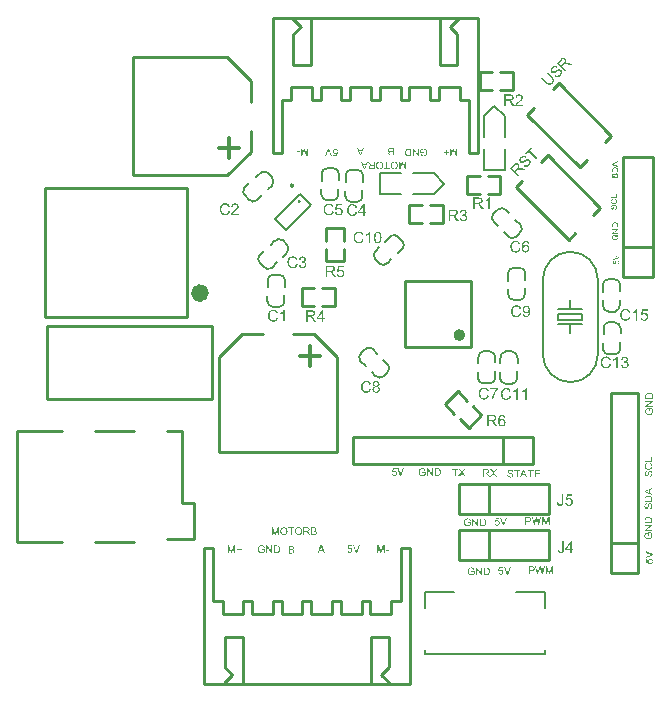
<source format=gto>
G04*
G04 #@! TF.GenerationSoftware,Altium Limited,Altium Designer,19.1.8 (144)*
G04*
G04 Layer_Color=65535*
%FSLAX44Y44*%
%MOMM*%
G71*
G01*
G75*
%ADD10C,0.2000*%
%ADD11C,0.7620*%
%ADD12C,0.2540*%
%ADD13C,0.5000*%
%ADD14C,0.2032*%
%ADD15C,0.1778*%
%ADD16C,0.1524*%
%ADD17C,0.3000*%
G36*
X750698Y835100D02*
X749782D01*
X747161Y841500D01*
X748125D01*
X748867Y839565D01*
X751557D01*
X752251Y841500D01*
X753145D01*
X750698Y835100D01*
D02*
G37*
G36*
X758894D02*
X755919D01*
X755843Y835107D01*
X755767D01*
X755676Y835114D01*
X755572Y835120D01*
X755364Y835141D01*
X755149Y835176D01*
X754941Y835218D01*
X754851Y835245D01*
X754761Y835273D01*
X754754D01*
X754740Y835280D01*
X754719Y835294D01*
X754685Y835308D01*
X754602Y835349D01*
X754504Y835412D01*
X754387Y835495D01*
X754269Y835606D01*
X754151Y835731D01*
X754047Y835883D01*
Y835890D01*
X754033Y835904D01*
X754019Y835925D01*
X754005Y835960D01*
X753984Y836001D01*
X753964Y836050D01*
X753936Y836105D01*
X753908Y836168D01*
X753860Y836313D01*
X753818Y836473D01*
X753790Y836653D01*
X753776Y836847D01*
Y836854D01*
Y836875D01*
Y836917D01*
X753783Y836958D01*
X753790Y837020D01*
X753797Y837090D01*
X753811Y837166D01*
X753832Y837249D01*
X753887Y837430D01*
X753922Y837527D01*
X753964Y837624D01*
X754012Y837721D01*
X754075Y837818D01*
X754144Y837908D01*
X754220Y837998D01*
X754227Y838005D01*
X754241Y838019D01*
X754269Y838040D01*
X754303Y838074D01*
X754352Y838109D01*
X754407Y838151D01*
X754477Y838199D01*
X754560Y838248D01*
X754650Y838296D01*
X754747Y838345D01*
X754858Y838393D01*
X754983Y838442D01*
X755115Y838484D01*
X755260Y838525D01*
X755420Y838560D01*
X755586Y838588D01*
X755579D01*
X755572Y838595D01*
X755531Y838615D01*
X755468Y838650D01*
X755392Y838692D01*
X755309Y838740D01*
X755226Y838789D01*
X755142Y838851D01*
X755073Y838907D01*
X755066Y838913D01*
X755059Y838921D01*
X755038Y838941D01*
X755011Y838969D01*
X754976Y839004D01*
X754934Y839045D01*
X754844Y839142D01*
X754740Y839267D01*
X754622Y839413D01*
X754498Y839579D01*
X754373Y839760D01*
X753263Y841500D01*
X754324D01*
X755170Y840169D01*
X755177Y840162D01*
X755184Y840141D01*
X755205Y840113D01*
X755233Y840071D01*
X755260Y840023D01*
X755302Y839967D01*
X755385Y839843D01*
X755482Y839697D01*
X755579Y839551D01*
X755683Y839413D01*
X755780Y839288D01*
Y839281D01*
X755794Y839274D01*
X755822Y839239D01*
X755864Y839184D01*
X755926Y839122D01*
X755988Y839052D01*
X756065Y838983D01*
X756141Y838913D01*
X756210Y838865D01*
X756217Y838858D01*
X756245Y838844D01*
X756280Y838823D01*
X756328Y838796D01*
X756391Y838768D01*
X756453Y838740D01*
X756522Y838712D01*
X756599Y838692D01*
X756606D01*
X756626Y838685D01*
X756661Y838678D01*
X756710Y838671D01*
X756779D01*
X756862Y838664D01*
X756959Y838657D01*
X758048D01*
Y841500D01*
X758894D01*
Y835100D01*
D02*
G37*
G36*
X785750D02*
X784481D01*
X782962Y839635D01*
Y839642D01*
X782955Y839662D01*
X782942Y839697D01*
X782928Y839739D01*
X782914Y839787D01*
X782893Y839850D01*
X782845Y839988D01*
X782796Y840141D01*
X782747Y840300D01*
X782699Y840446D01*
X782678Y840515D01*
X782657Y840578D01*
Y840571D01*
X782650Y840564D01*
X782644Y840543D01*
X782636Y840515D01*
X782623Y840474D01*
X782609Y840432D01*
X782595Y840377D01*
X782574Y840321D01*
X782553Y840252D01*
X782526Y840176D01*
X782498Y840092D01*
X782470Y839995D01*
X782435Y839898D01*
X782401Y839787D01*
X782359Y839676D01*
X782318Y839551D01*
X780778Y835100D01*
X779634D01*
Y841500D01*
X780452D01*
Y836140D01*
X782325Y841500D01*
X783087D01*
X784932Y836050D01*
Y841500D01*
X785750D01*
Y835100D01*
D02*
G37*
G36*
X769690Y835856D02*
X771798D01*
Y835100D01*
X766736D01*
Y835856D01*
X768844D01*
Y841500D01*
X769690D01*
Y835856D01*
D02*
G37*
G36*
X775626Y841597D02*
X775702Y841590D01*
X775799Y841583D01*
X775897Y841569D01*
X776014Y841548D01*
X776132Y841528D01*
X776264Y841500D01*
X776396Y841465D01*
X776534Y841424D01*
X776673Y841375D01*
X776812Y841313D01*
X776951Y841250D01*
X777089Y841174D01*
X777096Y841167D01*
X777117Y841153D01*
X777159Y841125D01*
X777207Y841091D01*
X777262Y841049D01*
X777332Y840994D01*
X777408Y840931D01*
X777491Y840862D01*
X777581Y840779D01*
X777665Y840689D01*
X777755Y840592D01*
X777845Y840488D01*
X777935Y840370D01*
X778018Y840252D01*
X778095Y840120D01*
X778171Y839981D01*
X778178Y839975D01*
X778185Y839947D01*
X778206Y839905D01*
X778226Y839850D01*
X778254Y839780D01*
X778282Y839697D01*
X778316Y839607D01*
X778351Y839496D01*
X778386Y839385D01*
X778420Y839260D01*
X778448Y839128D01*
X778476Y838990D01*
X778518Y838699D01*
X778525Y838539D01*
X778531Y838387D01*
Y838380D01*
Y838366D01*
Y838345D01*
Y838317D01*
X778525Y838276D01*
Y838234D01*
X778518Y838123D01*
X778504Y837991D01*
X778483Y837832D01*
X778462Y837665D01*
X778428Y837478D01*
X778379Y837277D01*
X778324Y837076D01*
X778254Y836868D01*
X778171Y836660D01*
X778074Y836452D01*
X777963Y836258D01*
X777831Y836064D01*
X777679Y835890D01*
X777672Y835883D01*
X777637Y835849D01*
X777588Y835807D01*
X777526Y835751D01*
X777436Y835682D01*
X777339Y835606D01*
X777221Y835523D01*
X777082Y835440D01*
X776930Y835356D01*
X776763Y835273D01*
X776583Y835197D01*
X776382Y835127D01*
X776174Y835072D01*
X775952Y835030D01*
X775716Y834996D01*
X775467Y834989D01*
X775383D01*
X775321Y834996D01*
X775238Y835003D01*
X775148Y835010D01*
X775051Y835023D01*
X774940Y835044D01*
X774815Y835065D01*
X774690Y835093D01*
X774558Y835127D01*
X774419Y835169D01*
X774281Y835218D01*
X774142Y835273D01*
X774010Y835335D01*
X773872Y835412D01*
X773865Y835419D01*
X773837Y835433D01*
X773802Y835453D01*
X773754Y835488D01*
X773691Y835530D01*
X773629Y835585D01*
X773553Y835648D01*
X773469Y835717D01*
X773379Y835800D01*
X773289Y835890D01*
X773199Y835987D01*
X773109Y836091D01*
X773026Y836202D01*
X772936Y836327D01*
X772859Y836459D01*
X772783Y836598D01*
X772776Y836604D01*
X772769Y836632D01*
X772748Y836674D01*
X772728Y836729D01*
X772693Y836799D01*
X772665Y836889D01*
X772630Y836986D01*
X772596Y837097D01*
X772561Y837215D01*
X772526Y837346D01*
X772492Y837492D01*
X772464Y837638D01*
X772443Y837797D01*
X772422Y837964D01*
X772415Y838130D01*
X772409Y838310D01*
Y838324D01*
Y838352D01*
Y838407D01*
X772415Y838477D01*
X772422Y838560D01*
X772429Y838657D01*
X772443Y838768D01*
X772457Y838893D01*
X772478Y839025D01*
X772506Y839163D01*
X772533Y839309D01*
X772575Y839454D01*
X772624Y839607D01*
X772672Y839753D01*
X772735Y839905D01*
X772804Y840051D01*
X772811Y840058D01*
X772825Y840085D01*
X772845Y840127D01*
X772873Y840176D01*
X772915Y840238D01*
X772963Y840314D01*
X773026Y840397D01*
X773088Y840488D01*
X773164Y840578D01*
X773248Y840675D01*
X773345Y840772D01*
X773442Y840869D01*
X773546Y840959D01*
X773664Y841049D01*
X773789Y841139D01*
X773920Y841216D01*
X773927Y841223D01*
X773955Y841230D01*
X773990Y841250D01*
X774045Y841278D01*
X774114Y841306D01*
X774191Y841340D01*
X774281Y841375D01*
X774385Y841410D01*
X774496Y841444D01*
X774614Y841479D01*
X774745Y841514D01*
X774877Y841542D01*
X775168Y841590D01*
X775321Y841597D01*
X775473Y841604D01*
X775564D01*
X775626Y841597D01*
D02*
G37*
G36*
X763214D02*
X763290Y841590D01*
X763387Y841583D01*
X763484Y841569D01*
X763602Y841548D01*
X763720Y841528D01*
X763852Y841500D01*
X763984Y841465D01*
X764122Y841424D01*
X764261Y841375D01*
X764400Y841313D01*
X764538Y841250D01*
X764677Y841174D01*
X764684Y841167D01*
X764705Y841153D01*
X764746Y841125D01*
X764795Y841091D01*
X764850Y841049D01*
X764920Y840994D01*
X764996Y840931D01*
X765079Y840862D01*
X765169Y840779D01*
X765253Y840689D01*
X765343Y840592D01*
X765433Y840488D01*
X765523Y840370D01*
X765606Y840252D01*
X765682Y840120D01*
X765759Y839981D01*
X765766Y839975D01*
X765773Y839947D01*
X765793Y839905D01*
X765814Y839850D01*
X765842Y839780D01*
X765870Y839697D01*
X765904Y839607D01*
X765939Y839496D01*
X765974Y839385D01*
X766008Y839260D01*
X766036Y839128D01*
X766064Y838990D01*
X766105Y838699D01*
X766112Y838539D01*
X766119Y838387D01*
Y838380D01*
Y838366D01*
Y838345D01*
Y838317D01*
X766112Y838276D01*
Y838234D01*
X766105Y838123D01*
X766092Y837991D01*
X766071Y837832D01*
X766050Y837665D01*
X766015Y837478D01*
X765967Y837277D01*
X765911Y837076D01*
X765842Y836868D01*
X765759Y836660D01*
X765662Y836452D01*
X765551Y836258D01*
X765419Y836064D01*
X765266Y835890D01*
X765259Y835883D01*
X765225Y835849D01*
X765176Y835807D01*
X765114Y835751D01*
X765024Y835682D01*
X764927Y835606D01*
X764809Y835523D01*
X764670Y835440D01*
X764518Y835356D01*
X764351Y835273D01*
X764171Y835197D01*
X763970Y835127D01*
X763762Y835072D01*
X763540Y835030D01*
X763304Y834996D01*
X763054Y834989D01*
X762971D01*
X762909Y834996D01*
X762825Y835003D01*
X762735Y835010D01*
X762638Y835023D01*
X762527Y835044D01*
X762402Y835065D01*
X762278Y835093D01*
X762146Y835127D01*
X762007Y835169D01*
X761869Y835218D01*
X761730Y835273D01*
X761598Y835335D01*
X761460Y835412D01*
X761453Y835419D01*
X761425Y835433D01*
X761390Y835453D01*
X761342Y835488D01*
X761279Y835530D01*
X761217Y835585D01*
X761141Y835648D01*
X761057Y835717D01*
X760967Y835800D01*
X760877Y835890D01*
X760787Y835987D01*
X760697Y836091D01*
X760613Y836202D01*
X760523Y836327D01*
X760447Y836459D01*
X760371Y836598D01*
X760364Y836604D01*
X760357Y836632D01*
X760336Y836674D01*
X760315Y836729D01*
X760281Y836799D01*
X760253Y836889D01*
X760218Y836986D01*
X760184Y837097D01*
X760149Y837215D01*
X760114Y837346D01*
X760080Y837492D01*
X760052Y837638D01*
X760031Y837797D01*
X760010Y837964D01*
X760003Y838130D01*
X759996Y838310D01*
Y838324D01*
Y838352D01*
Y838407D01*
X760003Y838477D01*
X760010Y838560D01*
X760017Y838657D01*
X760031Y838768D01*
X760045Y838893D01*
X760066Y839025D01*
X760094Y839163D01*
X760121Y839309D01*
X760163Y839454D01*
X760211Y839607D01*
X760260Y839753D01*
X760322Y839905D01*
X760392Y840051D01*
X760399Y840058D01*
X760412Y840085D01*
X760433Y840127D01*
X760461Y840176D01*
X760503Y840238D01*
X760551Y840314D01*
X760613Y840397D01*
X760676Y840488D01*
X760752Y840578D01*
X760835Y840675D01*
X760932Y840772D01*
X761030Y840869D01*
X761134Y840959D01*
X761252Y841049D01*
X761376Y841139D01*
X761508Y841216D01*
X761515Y841223D01*
X761543Y841230D01*
X761577Y841250D01*
X761633Y841278D01*
X761702Y841306D01*
X761778Y841340D01*
X761869Y841375D01*
X761973Y841410D01*
X762084Y841444D01*
X762201Y841479D01*
X762333Y841514D01*
X762465Y841542D01*
X762756Y841590D01*
X762909Y841597D01*
X763061Y841604D01*
X763151D01*
X763214Y841597D01*
D02*
G37*
G36*
X677866Y525500D02*
X677048D01*
Y530860D01*
X675175Y525500D01*
X674413D01*
X672568Y530950D01*
Y525500D01*
X671750D01*
Y531900D01*
X673019D01*
X674538Y527365D01*
Y527358D01*
X674545Y527338D01*
X674558Y527303D01*
X674572Y527261D01*
X674586Y527213D01*
X674607Y527150D01*
X674655Y527012D01*
X674704Y526859D01*
X674753Y526700D01*
X674801Y526554D01*
X674822Y526485D01*
X674843Y526422D01*
Y526429D01*
X674850Y526436D01*
X674856Y526457D01*
X674863Y526485D01*
X674877Y526526D01*
X674891Y526568D01*
X674905Y526623D01*
X674926Y526679D01*
X674947Y526748D01*
X674974Y526824D01*
X675002Y526908D01*
X675030Y527005D01*
X675064Y527102D01*
X675099Y527213D01*
X675141Y527324D01*
X675182Y527449D01*
X676722Y531900D01*
X677866D01*
Y525500D01*
D02*
G37*
G36*
X707593Y531893D02*
X707669D01*
X707745Y531886D01*
X707836Y531872D01*
X708016Y531852D01*
X708217Y531817D01*
X708404Y531768D01*
X708585Y531699D01*
X708591D01*
X708605Y531692D01*
X708626Y531678D01*
X708661Y531665D01*
X708737Y531616D01*
X708841Y531553D01*
X708952Y531470D01*
X709063Y531366D01*
X709174Y531241D01*
X709278Y531103D01*
Y531096D01*
X709292Y531082D01*
X709299Y531061D01*
X709320Y531034D01*
X709340Y530999D01*
X709361Y530950D01*
X709410Y530846D01*
X709451Y530721D01*
X709493Y530576D01*
X709521Y530423D01*
X709534Y530257D01*
Y530250D01*
Y530236D01*
Y530215D01*
Y530187D01*
X709521Y530111D01*
X709507Y530007D01*
X709479Y529889D01*
X709437Y529758D01*
X709382Y529626D01*
X709306Y529487D01*
Y529480D01*
X709299Y529473D01*
X709285Y529453D01*
X709264Y529425D01*
X709215Y529362D01*
X709139Y529279D01*
X709049Y529189D01*
X708931Y529092D01*
X708799Y528995D01*
X708640Y528905D01*
X708647D01*
X708668Y528898D01*
X708695Y528884D01*
X708737Y528870D01*
X708786Y528849D01*
X708841Y528828D01*
X708966Y528766D01*
X709111Y528690D01*
X709257Y528586D01*
X709403Y528468D01*
X709528Y528322D01*
X709534Y528315D01*
X709541Y528301D01*
X709555Y528281D01*
X709576Y528253D01*
X709604Y528211D01*
X709632Y528163D01*
X709659Y528107D01*
X709687Y528045D01*
X709743Y527906D01*
X709798Y527740D01*
X709833Y527552D01*
X709846Y527455D01*
Y527351D01*
Y527345D01*
Y527331D01*
Y527310D01*
Y527275D01*
X709840Y527234D01*
Y527192D01*
X709826Y527081D01*
X709798Y526949D01*
X709763Y526811D01*
X709715Y526658D01*
X709652Y526512D01*
Y526505D01*
X709645Y526498D01*
X709632Y526478D01*
X709618Y526450D01*
X709576Y526381D01*
X709521Y526297D01*
X709458Y526200D01*
X709375Y526103D01*
X709285Y526006D01*
X709181Y525916D01*
X709167Y525909D01*
X709132Y525881D01*
X709070Y525847D01*
X708987Y525798D01*
X708890Y525750D01*
X708772Y525694D01*
X708633Y525646D01*
X708480Y525604D01*
X708474D01*
X708460Y525597D01*
X708439D01*
X708404Y525590D01*
X708363Y525583D01*
X708314Y525569D01*
X708259Y525562D01*
X708196Y525555D01*
X708127Y525542D01*
X708044Y525535D01*
X707870Y525514D01*
X707669Y525507D01*
X707447Y525500D01*
X705013D01*
Y531900D01*
X707531D01*
X707593Y531893D01*
D02*
G37*
G36*
X701657D02*
X701733D01*
X701824Y531886D01*
X701928Y531880D01*
X702136Y531859D01*
X702351Y531824D01*
X702559Y531782D01*
X702649Y531755D01*
X702739Y531727D01*
X702746D01*
X702760Y531720D01*
X702781Y531706D01*
X702815Y531692D01*
X702898Y531651D01*
X702996Y531588D01*
X703113Y531505D01*
X703231Y531394D01*
X703349Y531269D01*
X703453Y531117D01*
Y531110D01*
X703467Y531096D01*
X703481Y531075D01*
X703495Y531040D01*
X703516Y530999D01*
X703536Y530950D01*
X703564Y530895D01*
X703592Y530832D01*
X703640Y530687D01*
X703682Y530527D01*
X703710Y530347D01*
X703724Y530153D01*
Y530146D01*
Y530125D01*
Y530084D01*
X703717Y530042D01*
X703710Y529980D01*
X703703Y529910D01*
X703689Y529834D01*
X703668Y529751D01*
X703613Y529570D01*
X703578Y529473D01*
X703536Y529376D01*
X703488Y529279D01*
X703425Y529182D01*
X703356Y529092D01*
X703280Y529002D01*
X703273Y528995D01*
X703259Y528981D01*
X703231Y528960D01*
X703197Y528926D01*
X703148Y528891D01*
X703093Y528849D01*
X703023Y528801D01*
X702940Y528752D01*
X702850Y528704D01*
X702753Y528655D01*
X702642Y528606D01*
X702517Y528558D01*
X702385Y528516D01*
X702240Y528475D01*
X702080Y528440D01*
X701914Y528412D01*
X701921D01*
X701928Y528405D01*
X701969Y528385D01*
X702032Y528350D01*
X702108Y528308D01*
X702191Y528260D01*
X702274Y528211D01*
X702357Y528149D01*
X702427Y528093D01*
X702434Y528086D01*
X702441Y528079D01*
X702462Y528059D01*
X702489Y528031D01*
X702524Y527996D01*
X702566Y527955D01*
X702656Y527858D01*
X702760Y527733D01*
X702878Y527587D01*
X703002Y527421D01*
X703127Y527240D01*
X704237Y525500D01*
X703176D01*
X702330Y526831D01*
X702323Y526838D01*
X702316Y526859D01*
X702295Y526887D01*
X702267Y526928D01*
X702240Y526977D01*
X702198Y527032D01*
X702115Y527157D01*
X702018Y527303D01*
X701921Y527449D01*
X701817Y527587D01*
X701720Y527712D01*
Y527719D01*
X701706Y527726D01*
X701678Y527761D01*
X701636Y527816D01*
X701574Y527878D01*
X701512Y527948D01*
X701435Y528017D01*
X701359Y528086D01*
X701290Y528135D01*
X701283Y528142D01*
X701255Y528156D01*
X701220Y528177D01*
X701172Y528204D01*
X701109Y528232D01*
X701047Y528260D01*
X700978Y528288D01*
X700901Y528308D01*
X700894D01*
X700874Y528315D01*
X700839Y528322D01*
X700790Y528329D01*
X700721D01*
X700638Y528336D01*
X700541Y528343D01*
X699452D01*
Y525500D01*
X698606D01*
Y531900D01*
X701581D01*
X701657Y531893D01*
D02*
G37*
G36*
X690764Y531144D02*
X688656D01*
Y525500D01*
X687810D01*
Y531144D01*
X685702D01*
Y531900D01*
X690764D01*
Y531144D01*
D02*
G37*
G36*
X694591Y532004D02*
X694675Y531997D01*
X694765Y531990D01*
X694862Y531977D01*
X694973Y531956D01*
X695097Y531935D01*
X695222Y531907D01*
X695354Y531872D01*
X695493Y531831D01*
X695631Y531782D01*
X695770Y531727D01*
X695902Y531665D01*
X696040Y531588D01*
X696047Y531581D01*
X696075Y531567D01*
X696110Y531547D01*
X696158Y531512D01*
X696221Y531470D01*
X696283Y531415D01*
X696359Y531353D01*
X696443Y531283D01*
X696533Y531200D01*
X696623Y531110D01*
X696713Y531013D01*
X696803Y530909D01*
X696887Y530798D01*
X696977Y530673D01*
X697053Y530541D01*
X697129Y530402D01*
X697136Y530396D01*
X697143Y530368D01*
X697164Y530326D01*
X697185Y530271D01*
X697219Y530201D01*
X697247Y530111D01*
X697282Y530014D01*
X697316Y529903D01*
X697351Y529785D01*
X697386Y529654D01*
X697420Y529508D01*
X697448Y529362D01*
X697469Y529203D01*
X697490Y529036D01*
X697497Y528870D01*
X697504Y528690D01*
Y528676D01*
Y528648D01*
Y528593D01*
X697497Y528523D01*
X697490Y528440D01*
X697483Y528343D01*
X697469Y528232D01*
X697455Y528107D01*
X697434Y527976D01*
X697406Y527837D01*
X697379Y527691D01*
X697337Y527546D01*
X697289Y527393D01*
X697240Y527247D01*
X697178Y527095D01*
X697108Y526949D01*
X697101Y526942D01*
X697088Y526915D01*
X697067Y526873D01*
X697039Y526824D01*
X696997Y526762D01*
X696949Y526686D01*
X696887Y526603D01*
X696824Y526512D01*
X696748Y526422D01*
X696665Y526325D01*
X696568Y526228D01*
X696470Y526131D01*
X696366Y526041D01*
X696248Y525951D01*
X696124Y525861D01*
X695992Y525784D01*
X695985Y525777D01*
X695957Y525770D01*
X695923Y525750D01*
X695867Y525722D01*
X695798Y525694D01*
X695722Y525659D01*
X695631Y525625D01*
X695527Y525590D01*
X695416Y525555D01*
X695298Y525521D01*
X695167Y525486D01*
X695035Y525458D01*
X694744Y525410D01*
X694591Y525403D01*
X694439Y525396D01*
X694349D01*
X694286Y525403D01*
X694210Y525410D01*
X694113Y525417D01*
X694016Y525431D01*
X693898Y525452D01*
X693780Y525472D01*
X693648Y525500D01*
X693516Y525535D01*
X693378Y525576D01*
X693239Y525625D01*
X693100Y525687D01*
X692962Y525750D01*
X692823Y525826D01*
X692816Y525833D01*
X692795Y525847D01*
X692754Y525874D01*
X692705Y525909D01*
X692650Y525951D01*
X692580Y526006D01*
X692504Y526069D01*
X692421Y526138D01*
X692331Y526221D01*
X692247Y526311D01*
X692157Y526408D01*
X692067Y526512D01*
X691977Y526630D01*
X691894Y526748D01*
X691818Y526880D01*
X691741Y527019D01*
X691734Y527025D01*
X691727Y527053D01*
X691707Y527095D01*
X691686Y527150D01*
X691658Y527220D01*
X691630Y527303D01*
X691596Y527393D01*
X691561Y527504D01*
X691526Y527615D01*
X691492Y527740D01*
X691464Y527872D01*
X691436Y528010D01*
X691395Y528301D01*
X691388Y528461D01*
X691381Y528613D01*
Y528620D01*
Y528634D01*
Y528655D01*
Y528683D01*
X691388Y528724D01*
Y528766D01*
X691395Y528877D01*
X691408Y529009D01*
X691429Y529168D01*
X691450Y529335D01*
X691485Y529522D01*
X691533Y529723D01*
X691589Y529924D01*
X691658Y530132D01*
X691741Y530340D01*
X691838Y530548D01*
X691949Y530742D01*
X692081Y530936D01*
X692234Y531110D01*
X692241Y531117D01*
X692275Y531151D01*
X692324Y531193D01*
X692386Y531248D01*
X692476Y531318D01*
X692573Y531394D01*
X692691Y531477D01*
X692830Y531561D01*
X692982Y531644D01*
X693149Y531727D01*
X693329Y531803D01*
X693530Y531872D01*
X693738Y531928D01*
X693960Y531970D01*
X694196Y532004D01*
X694446Y532011D01*
X694529D01*
X694591Y532004D01*
D02*
G37*
G36*
X682179D02*
X682262Y531997D01*
X682352Y531990D01*
X682449Y531977D01*
X682560Y531956D01*
X682685Y531935D01*
X682810Y531907D01*
X682942Y531872D01*
X683081Y531831D01*
X683219Y531782D01*
X683358Y531727D01*
X683490Y531665D01*
X683628Y531588D01*
X683635Y531581D01*
X683663Y531567D01*
X683698Y531547D01*
X683746Y531512D01*
X683809Y531470D01*
X683871Y531415D01*
X683947Y531353D01*
X684031Y531283D01*
X684121Y531200D01*
X684211Y531110D01*
X684301Y531013D01*
X684391Y530909D01*
X684474Y530798D01*
X684564Y530673D01*
X684641Y530541D01*
X684717Y530402D01*
X684724Y530396D01*
X684731Y530368D01*
X684752Y530326D01*
X684772Y530271D01*
X684807Y530201D01*
X684835Y530111D01*
X684870Y530014D01*
X684904Y529903D01*
X684939Y529785D01*
X684974Y529654D01*
X685008Y529508D01*
X685036Y529362D01*
X685057Y529203D01*
X685078Y529036D01*
X685085Y528870D01*
X685091Y528690D01*
Y528676D01*
Y528648D01*
Y528593D01*
X685085Y528523D01*
X685078Y528440D01*
X685071Y528343D01*
X685057Y528232D01*
X685043Y528107D01*
X685022Y527976D01*
X684994Y527837D01*
X684967Y527691D01*
X684925Y527546D01*
X684876Y527393D01*
X684828Y527247D01*
X684765Y527095D01*
X684696Y526949D01*
X684689Y526942D01*
X684675Y526915D01*
X684654Y526873D01*
X684627Y526824D01*
X684585Y526762D01*
X684537Y526686D01*
X684474Y526603D01*
X684412Y526512D01*
X684336Y526422D01*
X684252Y526325D01*
X684155Y526228D01*
X684058Y526131D01*
X683954Y526041D01*
X683836Y525951D01*
X683711Y525861D01*
X683580Y525784D01*
X683573Y525777D01*
X683545Y525770D01*
X683510Y525750D01*
X683455Y525722D01*
X683386Y525694D01*
X683309Y525659D01*
X683219Y525625D01*
X683115Y525590D01*
X683004Y525555D01*
X682886Y525521D01*
X682755Y525486D01*
X682623Y525458D01*
X682332Y525410D01*
X682179Y525403D01*
X682027Y525396D01*
X681936D01*
X681874Y525403D01*
X681798Y525410D01*
X681701Y525417D01*
X681603Y525431D01*
X681486Y525452D01*
X681368Y525472D01*
X681236Y525500D01*
X681104Y525535D01*
X680965Y525576D01*
X680827Y525625D01*
X680688Y525687D01*
X680549Y525750D01*
X680411Y525826D01*
X680404Y525833D01*
X680383Y525847D01*
X680341Y525874D01*
X680293Y525909D01*
X680238Y525951D01*
X680168Y526006D01*
X680092Y526069D01*
X680009Y526138D01*
X679919Y526221D01*
X679835Y526311D01*
X679745Y526408D01*
X679655Y526512D01*
X679565Y526630D01*
X679482Y526748D01*
X679405Y526880D01*
X679329Y527019D01*
X679322Y527025D01*
X679315Y527053D01*
X679294Y527095D01*
X679274Y527150D01*
X679246Y527220D01*
X679218Y527303D01*
X679184Y527393D01*
X679149Y527504D01*
X679114Y527615D01*
X679079Y527740D01*
X679052Y527872D01*
X679024Y528010D01*
X678982Y528301D01*
X678975Y528461D01*
X678969Y528613D01*
Y528620D01*
Y528634D01*
Y528655D01*
Y528683D01*
X678975Y528724D01*
Y528766D01*
X678982Y528877D01*
X678996Y529009D01*
X679017Y529168D01*
X679038Y529335D01*
X679072Y529522D01*
X679121Y529723D01*
X679176Y529924D01*
X679246Y530132D01*
X679329Y530340D01*
X679426Y530548D01*
X679537Y530742D01*
X679669Y530936D01*
X679821Y531110D01*
X679828Y531117D01*
X679863Y531151D01*
X679911Y531193D01*
X679974Y531248D01*
X680064Y531318D01*
X680161Y531394D01*
X680279Y531477D01*
X680418Y531561D01*
X680570Y531644D01*
X680737Y531727D01*
X680917Y531803D01*
X681118Y531872D01*
X681326Y531928D01*
X681548Y531970D01*
X681784Y532004D01*
X682033Y532011D01*
X682117D01*
X682179Y532004D01*
D02*
G37*
G36*
X885707Y846607D02*
X885721D01*
X885743Y846599D01*
X885780Y846592D01*
X885839Y846577D01*
X885905Y846555D01*
X885986Y846533D01*
X886075Y846489D01*
X886178Y846459D01*
X886391Y846364D01*
X886627Y846231D01*
X886870Y846076D01*
X887113Y845878D01*
X886318Y844950D01*
X886310Y844957D01*
X886281Y844972D01*
X886252Y845001D01*
X886200Y845038D01*
X886126Y845082D01*
X886053Y845126D01*
X885869Y845222D01*
X885655Y845318D01*
X885405Y845391D01*
X885147Y845443D01*
X885014D01*
X884874Y845436D01*
X884845D01*
X884801Y845421D01*
X884749Y845414D01*
X884683Y845391D01*
X884602Y845369D01*
X884514Y845340D01*
X884411Y845311D01*
X884300Y845259D01*
X884182Y845200D01*
X884057Y845134D01*
X883932Y845053D01*
X883792Y844957D01*
X883652Y844846D01*
X883505Y844729D01*
X883291Y844515D01*
X883240Y844449D01*
X883173Y844383D01*
X883107Y844302D01*
X883026Y844206D01*
X882952Y844103D01*
X882791Y843867D01*
X882651Y843624D01*
X882540Y843366D01*
X882503Y843226D01*
X882481Y843101D01*
X882474Y843094D01*
X882481Y843072D01*
X882474Y842991D01*
X882481Y842866D01*
X882503Y842711D01*
X882540Y842542D01*
X882606Y842358D01*
X882695Y842181D01*
X882761Y842100D01*
X882835Y842011D01*
X882842Y842004D01*
X882849Y841997D01*
X882901Y841960D01*
X882975Y841901D01*
X883070Y841835D01*
X883203Y841776D01*
X883350Y841717D01*
X883505Y841680D01*
X883689Y841673D01*
X883711Y841680D01*
X883740D01*
X883792Y841687D01*
X883851Y841702D01*
X883917Y841724D01*
X884006Y841754D01*
X884109Y841783D01*
X884227Y841827D01*
X884359Y841886D01*
X884506Y841960D01*
X884676Y842041D01*
X884867Y842144D01*
X885066Y842254D01*
X885294Y842380D01*
X885537Y842534D01*
X885552Y842549D01*
X885596Y842579D01*
X885662Y842615D01*
X885758Y842667D01*
X885861Y842740D01*
X885994Y842814D01*
X886126Y842903D01*
X886281Y842983D01*
X886598Y843168D01*
X886914Y843352D01*
X887069Y843433D01*
X887209Y843499D01*
X887349Y843565D01*
X887467Y843609D01*
X887474Y843617D01*
X887511Y843624D01*
X887555Y843639D01*
X887614Y843654D01*
X887688Y843683D01*
X887783Y843705D01*
X887989Y843749D01*
X888232Y843801D01*
X888490Y843823D01*
X888770D01*
X888903Y843808D01*
X889035Y843793D01*
X889042Y843786D01*
X889072D01*
X889109Y843779D01*
X889153Y843764D01*
X889212Y843749D01*
X889285Y843720D01*
X889462Y843661D01*
X889654Y843573D01*
X889860Y843455D01*
X890073Y843300D01*
X890287Y843116D01*
X890294Y843109D01*
X890309Y843094D01*
X890338Y843064D01*
X890368Y843020D01*
X890419Y842969D01*
X890464Y842910D01*
X890581Y842748D01*
X890699Y842556D01*
X890810Y842328D01*
X890905Y842070D01*
X890957Y841930D01*
X890986Y841783D01*
X890994Y841776D01*
Y841746D01*
X891001Y841710D01*
X891009Y841643D01*
X891023Y841496D01*
X891031Y841283D01*
X891023Y841040D01*
X890994Y840760D01*
X890935Y840465D01*
X890839Y840148D01*
X890832Y840141D01*
X890824Y840104D01*
X890802Y840067D01*
X890780Y840001D01*
X890743Y839935D01*
X890699Y839846D01*
X890655Y839743D01*
X890589Y839633D01*
X890523Y839522D01*
X890449Y839390D01*
X890265Y839132D01*
X890051Y838860D01*
X889801Y838580D01*
X889713Y838492D01*
X889639Y838433D01*
X889558Y838352D01*
X889462Y838271D01*
X889352Y838175D01*
X889219Y838072D01*
X888947Y837858D01*
X888645Y837645D01*
X888321Y837453D01*
X887982Y837291D01*
X887975Y837284D01*
X887938Y837277D01*
X887894Y837262D01*
X887827Y837240D01*
X887746Y837218D01*
X887658Y837188D01*
X887430Y837137D01*
X887165Y837093D01*
X886863Y837070D01*
X886539D01*
X886207Y837122D01*
X886193D01*
X886171Y837129D01*
X886126Y837144D01*
X886060Y837166D01*
X885979Y837188D01*
X885891Y837218D01*
X885780Y837254D01*
X885670Y837306D01*
X885552Y837350D01*
X885427Y837417D01*
X885154Y837571D01*
X884882Y837755D01*
X884742Y837866D01*
X884609Y837983D01*
X885383Y838904D01*
X885390Y838897D01*
X885405Y838882D01*
X885442Y838860D01*
X885486Y838830D01*
X885537Y838793D01*
X885589Y838757D01*
X885743Y838661D01*
X885913Y838565D01*
X886097Y838469D01*
X886296Y838389D01*
X886502Y838330D01*
X886524Y838322D01*
X886598D01*
X886708Y838315D01*
X886855D01*
X887039Y838322D01*
X887238Y838359D01*
X887467Y838411D01*
X887710Y838492D01*
X887717Y838499D01*
X887739Y838506D01*
X887768Y838521D01*
X887820Y838543D01*
X887879Y838573D01*
X887953Y838602D01*
X888026Y838646D01*
X888107Y838698D01*
X888299Y838816D01*
X888520Y838963D01*
X888733Y839132D01*
X888954Y839338D01*
X889042Y839427D01*
X889079Y839478D01*
X889131Y839530D01*
X889234Y839662D01*
X889359Y839817D01*
X889492Y839994D01*
X889609Y840185D01*
X889705Y840384D01*
X889713Y840391D01*
Y840406D01*
X889727Y840436D01*
X889742Y840480D01*
X889771Y840583D01*
X889816Y840715D01*
X889852Y840870D01*
X889882Y841047D01*
X889889Y841216D01*
X889874Y841393D01*
X889867Y841415D01*
X889860Y841467D01*
X889838Y841562D01*
X889801Y841673D01*
X889742Y841791D01*
X889683Y841923D01*
X889595Y842056D01*
X889492Y842173D01*
X889484Y842181D01*
X889477Y842188D01*
X889440Y842225D01*
X889366Y842284D01*
X889278Y842343D01*
X889168Y842409D01*
X889035Y842468D01*
X888895Y842520D01*
X888740Y842542D01*
X888578D01*
X888453Y842534D01*
X888313Y842512D01*
X888137Y842468D01*
X887945Y842409D01*
X887732Y842328D01*
X887710Y842321D01*
X887688Y842313D01*
X887651Y842291D01*
X887614Y842269D01*
X887555Y842240D01*
X887474Y842203D01*
X887400Y842159D01*
X887297Y842100D01*
X887187Y842048D01*
X887061Y841967D01*
X886922Y841886D01*
X886760Y841798D01*
X886598Y841695D01*
X886399Y841584D01*
X886193Y841452D01*
X886185Y841444D01*
X886148Y841422D01*
X886082Y841386D01*
X886009Y841341D01*
X885905Y841283D01*
X885795Y841216D01*
X885677Y841157D01*
X885545Y841084D01*
X885257Y840929D01*
X884970Y840789D01*
X884830Y840723D01*
X884698Y840664D01*
X884573Y840612D01*
X884462Y840575D01*
X884455Y840568D01*
X884425D01*
X884389Y840561D01*
X884337Y840539D01*
X884197Y840502D01*
X884020Y840472D01*
X883799Y840443D01*
X883578Y840428D01*
X883335Y840436D01*
X883107Y840472D01*
X883100Y840480D01*
X883085D01*
X883048Y840487D01*
X883004Y840502D01*
X882886Y840546D01*
X882739Y840605D01*
X882570Y840686D01*
X882385Y840797D01*
X882194Y840929D01*
X882017Y841091D01*
X882010Y841098D01*
X881995Y841113D01*
X881966Y841143D01*
X881936Y841187D01*
X881892Y841231D01*
X881848Y841290D01*
X881738Y841444D01*
X881627Y841629D01*
X881517Y841827D01*
X881421Y842070D01*
X881347Y842336D01*
X881340Y842343D01*
Y842372D01*
X881332Y842409D01*
X881325Y842461D01*
X881318Y842615D01*
X881310Y842814D01*
X881318Y843042D01*
X881355Y843300D01*
X881413Y843580D01*
X881517Y843875D01*
X881524Y843882D01*
X881531Y843904D01*
X881553Y843956D01*
X881575Y844007D01*
X881612Y844073D01*
X881656Y844162D01*
X881708Y844257D01*
X881767Y844361D01*
X881833Y844471D01*
X881907Y844589D01*
X882076Y844832D01*
X882282Y845097D01*
X882525Y845355D01*
X882651Y845480D01*
X882724Y845539D01*
X882813Y845612D01*
X882901Y845686D01*
X883004Y845774D01*
X883240Y845951D01*
X883512Y846135D01*
X883807Y846297D01*
X884109Y846437D01*
X884116Y846444D01*
X884146D01*
X884190Y846474D01*
X884249Y846489D01*
X884322Y846503D01*
X884411Y846533D01*
X884609Y846584D01*
X884860Y846629D01*
X885132Y846651D01*
X885412D01*
X885707Y846607D01*
D02*
G37*
G36*
X892297Y853286D02*
X890059Y851047D01*
X896053Y845053D01*
X895154Y844154D01*
X889160Y850148D01*
X886922Y847910D01*
X886119Y848713D01*
X891495Y854088D01*
X892297Y853286D01*
D02*
G37*
G36*
X879160Y840414D02*
X879433Y840362D01*
X879440Y840355D01*
X879469D01*
X879506Y840347D01*
X879558Y840325D01*
X879624Y840303D01*
X879698Y840274D01*
X879786Y840244D01*
X879882Y840207D01*
X880088Y840104D01*
X880302Y839979D01*
X880523Y839817D01*
X880743Y839626D01*
X880751Y839618D01*
X880773Y839596D01*
X880817Y839552D01*
X880854Y839500D01*
X880913Y839427D01*
X880979Y839346D01*
X881045Y839250D01*
X881112Y839140D01*
X881244Y838889D01*
X881310Y838749D01*
X881369Y838602D01*
X881421Y838447D01*
X881458Y838278D01*
X881480Y838109D01*
X881495Y837932D01*
Y837917D01*
Y837888D01*
X881487Y837836D01*
Y837763D01*
X881472Y837674D01*
X881458Y837571D01*
X881436Y837446D01*
X881399Y837306D01*
X881355Y837159D01*
X881303Y837004D01*
X881237Y836835D01*
X881156Y836651D01*
X881060Y836467D01*
X880950Y836268D01*
X880817Y836061D01*
X880670Y835855D01*
X880677Y835863D01*
X880692D01*
X880758Y835885D01*
X880861Y835914D01*
X880986Y835951D01*
X881126Y835988D01*
X881266Y836025D01*
X881421Y836047D01*
X881553Y836061D01*
X881848D01*
X882047Y836054D01*
X882290Y836032D01*
X882570Y836003D01*
X882879Y835958D01*
X883203Y835900D01*
X886229Y835229D01*
X885103Y834103D01*
X882791Y834618D01*
X882776D01*
X882746Y834633D01*
X882695Y834640D01*
X882621Y834655D01*
X882540Y834677D01*
X882437Y834692D01*
X882216Y834736D01*
X881958Y834788D01*
X881701Y834839D01*
X881443Y834876D01*
X881207Y834905D01*
X881200Y834913D01*
X881178Y834905D01*
X881112Y834913D01*
X881009Y834928D01*
X880876D01*
X880736Y834935D01*
X880581Y834928D01*
X880427Y834920D01*
X880302Y834898D01*
X880287D01*
X880243Y834883D01*
X880184Y834869D01*
X880103Y834846D01*
X880007Y834810D01*
X879911Y834773D01*
X879808Y834729D01*
X879705Y834670D01*
X879698Y834662D01*
X879668Y834648D01*
X879624Y834618D01*
X879565Y834574D01*
X879492Y834500D01*
X879396Y834419D01*
X879285Y834324D01*
X878129Y833167D01*
X881148Y830148D01*
X880250Y829250D01*
X873453Y836047D01*
X876612Y839206D01*
X876701Y839279D01*
X876782Y839361D01*
X876885Y839449D01*
X877003Y839552D01*
X877246Y839751D01*
X877511Y839942D01*
X877776Y840119D01*
X877901Y840185D01*
X878026Y840251D01*
X878034Y840259D01*
X878056Y840266D01*
X878092Y840274D01*
X878144Y840296D01*
X878277Y840340D01*
X878446Y840377D01*
X878659Y840414D01*
X878902Y840421D01*
X879160Y840414D01*
D02*
G37*
G36*
X918849Y929602D02*
X919121Y929551D01*
X919129Y929543D01*
X919158D01*
X919195Y929536D01*
X919246Y929514D01*
X919313Y929492D01*
X919386Y929462D01*
X919475Y929433D01*
X919570Y929396D01*
X919777Y929293D01*
X919990Y929168D01*
X920211Y929006D01*
X920432Y928814D01*
X920439Y928807D01*
X920461Y928785D01*
X920506Y928741D01*
X920542Y928689D01*
X920601Y928615D01*
X920668Y928534D01*
X920734Y928439D01*
X920800Y928328D01*
X920933Y928078D01*
X920999Y927938D01*
X921058Y927791D01*
X921109Y927636D01*
X921146Y927467D01*
X921168Y927297D01*
X921183Y927121D01*
Y927106D01*
Y927076D01*
X921176Y927025D01*
Y926951D01*
X921161Y926863D01*
X921146Y926760D01*
X921124Y926635D01*
X921087Y926495D01*
X921043Y926347D01*
X920992Y926193D01*
X920925Y926023D01*
X920844Y925839D01*
X920749Y925655D01*
X920638Y925456D01*
X920506Y925250D01*
X920358Y925044D01*
X920366Y925051D01*
X920380D01*
X920447Y925073D01*
X920550Y925103D01*
X920675Y925140D01*
X920815Y925176D01*
X920955Y925213D01*
X921109Y925235D01*
X921242Y925250D01*
X921536D01*
X921735Y925243D01*
X921978Y925221D01*
X922258Y925191D01*
X922568Y925147D01*
X922891Y925088D01*
X925918Y924418D01*
X924791Y923291D01*
X922479Y923807D01*
X922464D01*
X922435Y923821D01*
X922383Y923829D01*
X922310Y923844D01*
X922229Y923866D01*
X922126Y923880D01*
X921905Y923925D01*
X921647Y923976D01*
X921389Y924028D01*
X921132Y924064D01*
X920896Y924094D01*
X920889Y924101D01*
X920866Y924094D01*
X920800Y924101D01*
X920697Y924116D01*
X920564D01*
X920425Y924124D01*
X920270Y924116D01*
X920115Y924109D01*
X919990Y924087D01*
X919975D01*
X919931Y924072D01*
X919872Y924057D01*
X919791Y924035D01*
X919696Y923998D01*
X919600Y923961D01*
X919497Y923917D01*
X919394Y923858D01*
X919386Y923851D01*
X919357Y923836D01*
X919313Y923807D01*
X919254Y923763D01*
X919180Y923689D01*
X919084Y923608D01*
X918974Y923512D01*
X917818Y922356D01*
X920837Y919337D01*
X919939Y918439D01*
X913142Y925235D01*
X916301Y928394D01*
X916389Y928468D01*
X916470Y928549D01*
X916573Y928637D01*
X916691Y928741D01*
X916934Y928939D01*
X917199Y929131D01*
X917464Y929308D01*
X917589Y929374D01*
X917715Y929440D01*
X917722Y929447D01*
X917744Y929455D01*
X917781Y929462D01*
X917832Y929484D01*
X917965Y929529D01*
X918135Y929565D01*
X918348Y929602D01*
X918591Y929610D01*
X918849Y929602D01*
D02*
G37*
G36*
X912207Y922607D02*
X912221D01*
X912243Y922599D01*
X912280Y922592D01*
X912339Y922577D01*
X912405Y922555D01*
X912486Y922533D01*
X912575Y922489D01*
X912678Y922459D01*
X912891Y922364D01*
X913127Y922231D01*
X913370Y922076D01*
X913613Y921878D01*
X912818Y920950D01*
X912810Y920957D01*
X912781Y920972D01*
X912751Y921001D01*
X912700Y921038D01*
X912626Y921082D01*
X912553Y921126D01*
X912369Y921222D01*
X912155Y921318D01*
X911905Y921392D01*
X911647Y921443D01*
X911514D01*
X911375Y921436D01*
X911345D01*
X911301Y921421D01*
X911249Y921414D01*
X911183Y921392D01*
X911102Y921369D01*
X911014Y921340D01*
X910910Y921311D01*
X910800Y921259D01*
X910682Y921200D01*
X910557Y921134D01*
X910432Y921053D01*
X910292Y920957D01*
X910152Y920846D01*
X910005Y920729D01*
X909791Y920515D01*
X909740Y920449D01*
X909673Y920383D01*
X909607Y920302D01*
X909526Y920206D01*
X909453Y920103D01*
X909290Y919867D01*
X909151Y919624D01*
X909040Y919366D01*
X909003Y919227D01*
X908981Y919101D01*
X908974Y919094D01*
X908981Y919072D01*
X908974Y918991D01*
X908981Y918866D01*
X909003Y918711D01*
X909040Y918542D01*
X909106Y918358D01*
X909195Y918181D01*
X909261Y918100D01*
X909335Y918011D01*
X909342Y918004D01*
X909349Y917997D01*
X909401Y917960D01*
X909475Y917901D01*
X909570Y917835D01*
X909703Y917776D01*
X909850Y917717D01*
X910005Y917680D01*
X910189Y917673D01*
X910211Y917680D01*
X910240D01*
X910292Y917688D01*
X910351Y917702D01*
X910417Y917724D01*
X910506Y917754D01*
X910609Y917783D01*
X910726Y917827D01*
X910859Y917886D01*
X911006Y917960D01*
X911176Y918041D01*
X911367Y918144D01*
X911566Y918254D01*
X911794Y918380D01*
X912037Y918534D01*
X912052Y918549D01*
X912096Y918578D01*
X912162Y918615D01*
X912258Y918667D01*
X912361Y918740D01*
X912494Y918814D01*
X912626Y918903D01*
X912781Y918984D01*
X913098Y919168D01*
X913414Y919352D01*
X913569Y919433D01*
X913709Y919499D01*
X913849Y919565D01*
X913967Y919609D01*
X913974Y919617D01*
X914011Y919624D01*
X914055Y919639D01*
X914114Y919654D01*
X914187Y919683D01*
X914283Y919705D01*
X914489Y919749D01*
X914732Y919801D01*
X914990Y919823D01*
X915270D01*
X915403Y919808D01*
X915535Y919793D01*
X915542Y919786D01*
X915572D01*
X915609Y919779D01*
X915653Y919764D01*
X915712Y919749D01*
X915785Y919720D01*
X915962Y919661D01*
X916154Y919573D01*
X916360Y919455D01*
X916573Y919300D01*
X916787Y919116D01*
X916794Y919109D01*
X916809Y919094D01*
X916838Y919064D01*
X916868Y919020D01*
X916919Y918969D01*
X916964Y918910D01*
X917081Y918748D01*
X917199Y918556D01*
X917310Y918328D01*
X917405Y918070D01*
X917457Y917931D01*
X917486Y917783D01*
X917494Y917776D01*
Y917746D01*
X917501Y917710D01*
X917508Y917643D01*
X917523Y917496D01*
X917531Y917282D01*
X917523Y917039D01*
X917494Y916760D01*
X917435Y916465D01*
X917339Y916148D01*
X917332Y916141D01*
X917324Y916104D01*
X917302Y916067D01*
X917280Y916001D01*
X917243Y915935D01*
X917199Y915846D01*
X917155Y915743D01*
X917089Y915633D01*
X917022Y915523D01*
X916949Y915390D01*
X916765Y915132D01*
X916551Y914860D01*
X916301Y914580D01*
X916212Y914492D01*
X916139Y914433D01*
X916058Y914352D01*
X915962Y914271D01*
X915852Y914175D01*
X915719Y914072D01*
X915447Y913858D01*
X915145Y913645D01*
X914821Y913453D01*
X914482Y913291D01*
X914475Y913284D01*
X914438Y913277D01*
X914394Y913262D01*
X914327Y913240D01*
X914246Y913218D01*
X914158Y913188D01*
X913930Y913137D01*
X913665Y913092D01*
X913363Y913070D01*
X913039D01*
X912707Y913122D01*
X912693D01*
X912671Y913129D01*
X912626Y913144D01*
X912560Y913166D01*
X912479Y913188D01*
X912391Y913218D01*
X912280Y913254D01*
X912170Y913306D01*
X912052Y913350D01*
X911927Y913417D01*
X911654Y913571D01*
X911382Y913755D01*
X911242Y913866D01*
X911109Y913984D01*
X911883Y914904D01*
X911890Y914897D01*
X911905Y914882D01*
X911942Y914860D01*
X911986Y914830D01*
X912037Y914793D01*
X912089Y914757D01*
X912243Y914661D01*
X912413Y914565D01*
X912597Y914470D01*
X912796Y914389D01*
X913002Y914330D01*
X913024Y914322D01*
X913098D01*
X913208Y914315D01*
X913355D01*
X913539Y914322D01*
X913738Y914359D01*
X913967Y914411D01*
X914210Y914492D01*
X914217Y914499D01*
X914239Y914506D01*
X914268Y914521D01*
X914320Y914543D01*
X914379Y914573D01*
X914453Y914602D01*
X914526Y914646D01*
X914607Y914698D01*
X914799Y914816D01*
X915020Y914963D01*
X915233Y915132D01*
X915454Y915338D01*
X915542Y915427D01*
X915579Y915478D01*
X915631Y915530D01*
X915734Y915662D01*
X915859Y915817D01*
X915992Y915994D01*
X916109Y916185D01*
X916205Y916384D01*
X916212Y916392D01*
Y916406D01*
X916227Y916436D01*
X916242Y916480D01*
X916271Y916583D01*
X916316Y916715D01*
X916352Y916870D01*
X916382Y917047D01*
X916389Y917216D01*
X916375Y917393D01*
X916367Y917415D01*
X916360Y917467D01*
X916338Y917562D01*
X916301Y917673D01*
X916242Y917791D01*
X916183Y917923D01*
X916095Y918056D01*
X915992Y918174D01*
X915984Y918181D01*
X915977Y918188D01*
X915940Y918225D01*
X915866Y918284D01*
X915778Y918343D01*
X915668Y918409D01*
X915535Y918468D01*
X915395Y918520D01*
X915240Y918542D01*
X915079D01*
X914953Y918534D01*
X914813Y918512D01*
X914637Y918468D01*
X914445Y918409D01*
X914232Y918328D01*
X914210Y918321D01*
X914187Y918313D01*
X914151Y918291D01*
X914114Y918269D01*
X914055Y918240D01*
X913974Y918203D01*
X913900Y918159D01*
X913797Y918100D01*
X913687Y918048D01*
X913561Y917967D01*
X913422Y917886D01*
X913260Y917798D01*
X913098Y917695D01*
X912899Y917584D01*
X912693Y917452D01*
X912685Y917445D01*
X912648Y917422D01*
X912582Y917386D01*
X912508Y917341D01*
X912405Y917282D01*
X912295Y917216D01*
X912177Y917157D01*
X912045Y917084D01*
X911757Y916929D01*
X911470Y916789D01*
X911330Y916723D01*
X911198Y916664D01*
X911072Y916612D01*
X910962Y916575D01*
X910955Y916568D01*
X910925D01*
X910889Y916561D01*
X910837Y916539D01*
X910697Y916502D01*
X910520Y916472D01*
X910299Y916443D01*
X910078Y916428D01*
X909835Y916436D01*
X909607Y916472D01*
X909600Y916480D01*
X909585D01*
X909548Y916487D01*
X909504Y916502D01*
X909386Y916546D01*
X909239Y916605D01*
X909070Y916686D01*
X908885Y916796D01*
X908694Y916929D01*
X908517Y917091D01*
X908510Y917098D01*
X908495Y917113D01*
X908466Y917143D01*
X908436Y917187D01*
X908392Y917231D01*
X908348Y917290D01*
X908238Y917445D01*
X908127Y917629D01*
X908017Y917827D01*
X907921Y918070D01*
X907847Y918335D01*
X907840Y918343D01*
Y918372D01*
X907832Y918409D01*
X907825Y918461D01*
X907818Y918615D01*
X907810Y918814D01*
X907818Y919042D01*
X907855Y919300D01*
X907914Y919580D01*
X908017Y919874D01*
X908024Y919882D01*
X908031Y919904D01*
X908053Y919956D01*
X908075Y920007D01*
X908112Y920073D01*
X908157Y920162D01*
X908208Y920257D01*
X908267Y920360D01*
X908333Y920471D01*
X908407Y920589D01*
X908576Y920832D01*
X908782Y921097D01*
X909025Y921355D01*
X909151Y921480D01*
X909224Y921539D01*
X909313Y921612D01*
X909401Y921686D01*
X909504Y921774D01*
X909740Y921951D01*
X910012Y922135D01*
X910307Y922297D01*
X910609Y922437D01*
X910616Y922445D01*
X910645D01*
X910690Y922474D01*
X910749Y922489D01*
X910822Y922503D01*
X910910Y922533D01*
X911109Y922584D01*
X911360Y922629D01*
X911632Y922651D01*
X911912D01*
X912207Y922607D01*
D02*
G37*
G36*
X909224Y913468D02*
X909239Y913453D01*
X909268Y913424D01*
X909320Y913372D01*
X909394Y913299D01*
X909475Y913203D01*
X909563Y913100D01*
X909666Y912982D01*
X909784Y912850D01*
X910012Y912562D01*
X910248Y912253D01*
X910454Y911929D01*
X910542Y911767D01*
X910616Y911605D01*
X910623Y911598D01*
X910638Y911568D01*
X910653Y911524D01*
X910675Y911458D01*
X910697Y911377D01*
X910726Y911288D01*
X910771Y911067D01*
X910800Y910935D01*
X910815Y910802D01*
X910829Y910640D01*
X910837Y910486D01*
X910829Y910316D01*
X910822Y910147D01*
X910793Y909970D01*
X910756Y909786D01*
Y909771D01*
X910741Y909742D01*
X910734Y909690D01*
X910704Y909617D01*
X910675Y909528D01*
X910631Y909425D01*
X910586Y909307D01*
X910513Y909175D01*
X910447Y909035D01*
X910366Y908880D01*
X910263Y908718D01*
X910152Y908549D01*
X910020Y908372D01*
X909880Y908188D01*
X909718Y908011D01*
X909548Y907827D01*
X909453Y907732D01*
X909379Y907673D01*
X909298Y907592D01*
X909202Y907511D01*
X909077Y907415D01*
X908952Y907319D01*
X908665Y907106D01*
X908341Y906899D01*
X908002Y906723D01*
X907832Y906642D01*
X907656Y906583D01*
X907641D01*
X907612Y906568D01*
X907560Y906561D01*
X907501Y906546D01*
X907413Y906531D01*
X907310Y906517D01*
X907207Y906502D01*
X907081Y906495D01*
X906802Y906480D01*
X906500Y906502D01*
X906176Y906561D01*
X906006Y906612D01*
X905844Y906671D01*
X905837Y906679D01*
X905807Y906693D01*
X905756Y906715D01*
X905690Y906752D01*
X905609Y906789D01*
X905506Y906848D01*
X905395Y906914D01*
X905270Y906995D01*
X905123Y907084D01*
X904975Y907187D01*
X904813Y907305D01*
X904644Y907444D01*
X904460Y907584D01*
X904276Y907754D01*
X904077Y907923D01*
X903878Y908122D01*
X899953Y912047D01*
X900852Y912945D01*
X904777Y909020D01*
X904784Y909013D01*
X904813Y908983D01*
X904857Y908939D01*
X904924Y908873D01*
X905005Y908807D01*
X905086Y908726D01*
X905189Y908637D01*
X905292Y908549D01*
X905520Y908350D01*
X905763Y908166D01*
X906014Y908004D01*
X906131Y907930D01*
X906242Y907879D01*
X906249Y907871D01*
X906264D01*
X906293Y907857D01*
X906338Y907842D01*
X906463Y907805D01*
X906610Y907776D01*
X906794Y907739D01*
X906993Y907732D01*
X907214Y907746D01*
X907450Y907791D01*
X907457Y907798D01*
X907479Y907805D01*
X907516Y907813D01*
X907560Y907827D01*
X907612Y907849D01*
X907678Y907886D01*
X907751Y907916D01*
X907832Y907952D01*
X908017Y908063D01*
X908223Y908195D01*
X908444Y908357D01*
X908657Y908556D01*
X908753Y908652D01*
X908812Y908726D01*
X908885Y908814D01*
X908974Y908917D01*
X909062Y909035D01*
X909151Y909167D01*
X909327Y909447D01*
X909408Y909602D01*
X909482Y909764D01*
X909541Y909926D01*
X909585Y910088D01*
X909614Y910250D01*
X909622Y910419D01*
Y910434D01*
Y910464D01*
X909607Y910508D01*
X909600Y910574D01*
X909578Y910655D01*
X909548Y910758D01*
X909511Y910883D01*
X909453Y911016D01*
X909379Y911163D01*
X909298Y911332D01*
X909195Y911509D01*
X909070Y911693D01*
X908922Y911899D01*
X908753Y912113D01*
X908547Y912334D01*
X908326Y912570D01*
X904401Y916495D01*
X905299Y917393D01*
X909224Y913468D01*
D02*
G37*
G36*
X965750Y760879D02*
Y760181D01*
X960639Y758199D01*
Y758935D01*
X964355Y760264D01*
X964360D01*
X964377Y760270D01*
X964399Y760281D01*
X964432Y760292D01*
X964471Y760303D01*
X964515Y760320D01*
X964565Y760336D01*
X964626Y760358D01*
X964753Y760397D01*
X964892Y760441D01*
X965041Y760486D01*
X965191Y760530D01*
X965185D01*
X965174Y760536D01*
X965146Y760541D01*
X965119Y760552D01*
X965080Y760563D01*
X965036Y760574D01*
X964986Y760591D01*
X964930Y760608D01*
X964803Y760646D01*
X964659Y760696D01*
X964510Y760751D01*
X964355Y760807D01*
X960639Y762186D01*
Y762872D01*
X965750Y760879D01*
D02*
G37*
G36*
X964133Y757878D02*
X964194Y757872D01*
X964260Y757861D01*
X964338Y757850D01*
X964427Y757833D01*
X964515Y757811D01*
X964615Y757784D01*
X964715Y757750D01*
X964814Y757712D01*
X964914Y757667D01*
X965019Y757612D01*
X965119Y757551D01*
X965213Y757479D01*
X965218Y757474D01*
X965241Y757457D01*
X965268Y757429D01*
X965307Y757390D01*
X965357Y757341D01*
X965407Y757280D01*
X965468Y757208D01*
X965523Y757125D01*
X965578Y757036D01*
X965639Y756936D01*
X965689Y756826D01*
X965733Y756704D01*
X965778Y756576D01*
X965805Y756438D01*
X965827Y756294D01*
X965833Y756139D01*
Y756073D01*
X965827Y756023D01*
X965822Y755962D01*
X965811Y755895D01*
X965800Y755818D01*
X965783Y755735D01*
X965767Y755646D01*
X965739Y755552D01*
X965706Y755458D01*
X965667Y755364D01*
X965623Y755270D01*
X965573Y755175D01*
X965512Y755087D01*
X965445Y754998D01*
X965440Y754993D01*
X965429Y754982D01*
X965407Y754960D01*
X965374Y754932D01*
X965335Y754893D01*
X965290Y754854D01*
X965235Y754816D01*
X965169Y754771D01*
X965102Y754727D01*
X965025Y754683D01*
X964936Y754644D01*
X964847Y754605D01*
X964748Y754566D01*
X964643Y754539D01*
X964526Y754517D01*
X964410Y754500D01*
X964360Y755159D01*
X964366D01*
X964382Y755164D01*
X964405Y755170D01*
X964438Y755175D01*
X964476Y755181D01*
X964526Y755198D01*
X964632Y755225D01*
X964748Y755270D01*
X964870Y755331D01*
X964980Y755403D01*
X965030Y755447D01*
X965080Y755491D01*
Y755497D01*
X965091Y755502D01*
X965102Y755519D01*
X965119Y755541D01*
X965157Y755596D01*
X965196Y755674D01*
X965241Y755768D01*
X965279Y755879D01*
X965307Y756001D01*
X965313Y756067D01*
X965318Y756139D01*
Y756183D01*
X965313Y756217D01*
X965307Y756255D01*
X965302Y756300D01*
X965274Y756405D01*
X965235Y756527D01*
X965207Y756588D01*
X965174Y756654D01*
X965135Y756720D01*
X965091Y756781D01*
X965041Y756842D01*
X964980Y756903D01*
X964975Y756909D01*
X964964Y756914D01*
X964947Y756931D01*
X964919Y756953D01*
X964881Y756975D01*
X964842Y757003D01*
X964792Y757030D01*
X964737Y757064D01*
X964676Y757091D01*
X964609Y757119D01*
X964532Y757147D01*
X964454Y757169D01*
X964366Y757191D01*
X964272Y757208D01*
X964177Y757213D01*
X964072Y757219D01*
X964067D01*
X964050D01*
X964022D01*
X963984Y757213D01*
X963939Y757208D01*
X963884Y757202D01*
X963829Y757191D01*
X963762Y757180D01*
X963629Y757147D01*
X963485Y757091D01*
X963419Y757058D01*
X963352Y757014D01*
X963286Y756970D01*
X963225Y756914D01*
X963220Y756909D01*
X963214Y756903D01*
X963197Y756881D01*
X963175Y756859D01*
X963153Y756831D01*
X963125Y756792D01*
X963098Y756754D01*
X963064Y756704D01*
X963037Y756648D01*
X963009Y756593D01*
X962959Y756455D01*
X962937Y756383D01*
X962921Y756300D01*
X962915Y756217D01*
X962909Y756128D01*
Y756078D01*
X962915Y756017D01*
X962926Y755945D01*
X962943Y755857D01*
X962970Y755762D01*
X963004Y755668D01*
X963053Y755574D01*
X963059Y755563D01*
X963075Y755535D01*
X963109Y755491D01*
X963148Y755436D01*
X963203Y755380D01*
X963264Y755314D01*
X963336Y755253D01*
X963413Y755198D01*
X963330Y754611D01*
X960706Y755104D01*
Y757645D01*
X961304D01*
Y755602D01*
X962677Y755331D01*
X962671Y755336D01*
X962660Y755353D01*
X962649Y755375D01*
X962627Y755408D01*
X962605Y755452D01*
X962577Y755502D01*
X962544Y755558D01*
X962516Y755624D01*
X962489Y755691D01*
X962455Y755768D01*
X962405Y755929D01*
X962383Y756017D01*
X962367Y756106D01*
X962361Y756200D01*
X962356Y756294D01*
Y756322D01*
X962361Y756360D01*
Y756405D01*
X962372Y756460D01*
X962378Y756527D01*
X962394Y756604D01*
X962411Y756682D01*
X962439Y756770D01*
X962467Y756859D01*
X962505Y756953D01*
X962550Y757047D01*
X962605Y757141D01*
X962666Y757235D01*
X962738Y757329D01*
X962821Y757418D01*
X962826Y757424D01*
X962843Y757440D01*
X962871Y757462D01*
X962904Y757490D01*
X962948Y757529D01*
X963009Y757568D01*
X963070Y757606D01*
X963142Y757651D01*
X963225Y757695D01*
X963319Y757734D01*
X963413Y757778D01*
X963524Y757811D01*
X963635Y757839D01*
X963757Y757861D01*
X963884Y757878D01*
X964017Y757883D01*
X964022D01*
X964050D01*
X964083D01*
X964133Y757878D01*
D02*
G37*
G36*
X962569Y790094D02*
X962630D01*
X962697Y790089D01*
X962768Y790083D01*
X962929Y790067D01*
X963101Y790039D01*
X963278Y790006D01*
X963455Y789961D01*
X963461D01*
X963477Y789956D01*
X963499Y789945D01*
X963527Y789939D01*
X963566Y789923D01*
X963610Y789906D01*
X963715Y789867D01*
X963832Y789818D01*
X963959Y789757D01*
X964081Y789690D01*
X964197Y789613D01*
X964203D01*
X964208Y789602D01*
X964225Y789591D01*
X964247Y789574D01*
X964297Y789535D01*
X964363Y789474D01*
X964441Y789408D01*
X964518Y789330D01*
X964590Y789242D01*
X964662Y789147D01*
Y789142D01*
X964668Y789137D01*
X964690Y789103D01*
X964718Y789048D01*
X964756Y788976D01*
X964795Y788887D01*
X964839Y788782D01*
X964878Y788660D01*
X964917Y788533D01*
Y788527D01*
X964922Y788516D01*
Y788500D01*
X964928Y788472D01*
X964934Y788439D01*
X964945Y788394D01*
X964950Y788350D01*
X964956Y788300D01*
X964972Y788178D01*
X964989Y788040D01*
X964995Y787885D01*
X965000Y787719D01*
Y785875D01*
X959889D01*
Y787780D01*
X959895Y787835D01*
Y787902D01*
X959900Y787968D01*
X959906Y788118D01*
X959922Y788267D01*
X959939Y788417D01*
X959956Y788483D01*
X959967Y788544D01*
Y788549D01*
X959972Y788566D01*
X959978Y788588D01*
X959989Y788616D01*
X960000Y788655D01*
X960011Y788699D01*
X960050Y788804D01*
X960100Y788921D01*
X960161Y789042D01*
X960238Y789170D01*
X960332Y789292D01*
X960338Y789297D01*
X960349Y789308D01*
X960365Y789330D01*
X960393Y789358D01*
X960426Y789391D01*
X960471Y789430D01*
X960515Y789474D01*
X960570Y789519D01*
X960631Y789568D01*
X960698Y789618D01*
X960770Y789668D01*
X960847Y789718D01*
X961019Y789812D01*
X961207Y789895D01*
X961213D01*
X961229Y789906D01*
X961262Y789912D01*
X961301Y789928D01*
X961351Y789945D01*
X961412Y789961D01*
X961478Y789978D01*
X961556Y790000D01*
X961645Y790017D01*
X961739Y790033D01*
X961838Y790050D01*
X961944Y790067D01*
X962054Y790083D01*
X962170Y790089D01*
X962420Y790100D01*
X962425D01*
X962447D01*
X962475D01*
X962519D01*
X962569Y790094D01*
D02*
G37*
G36*
X965000Y784042D02*
X960991Y781362D01*
X965000D01*
Y780714D01*
X959889D01*
Y781406D01*
X963904Y784092D01*
X959889D01*
Y784740D01*
X965000D01*
Y784042D01*
D02*
G37*
G36*
X964297Y779718D02*
X964308Y779701D01*
X964330Y779673D01*
X964358Y779635D01*
X964391Y779590D01*
X964424Y779535D01*
X964468Y779474D01*
X964513Y779408D01*
X964557Y779336D01*
X964607Y779253D01*
X964706Y779081D01*
X964801Y778893D01*
X964884Y778693D01*
Y778688D01*
X964895Y778671D01*
X964900Y778643D01*
X964917Y778599D01*
X964928Y778555D01*
X964945Y778494D01*
X964967Y778433D01*
X964983Y778361D01*
X965000Y778278D01*
X965022Y778195D01*
X965050Y778012D01*
X965072Y777813D01*
X965083Y777608D01*
Y777536D01*
X965078Y777481D01*
X965072Y777414D01*
X965066Y777337D01*
X965055Y777248D01*
X965044Y777154D01*
X965028Y777054D01*
X965005Y776944D01*
X964978Y776833D01*
X964945Y776711D01*
X964911Y776595D01*
X964867Y776478D01*
X964817Y776357D01*
X964762Y776240D01*
X964756Y776235D01*
X964745Y776213D01*
X964729Y776179D01*
X964701Y776141D01*
X964668Y776091D01*
X964629Y776030D01*
X964579Y775964D01*
X964524Y775891D01*
X964463Y775819D01*
X964391Y775742D01*
X964319Y775665D01*
X964236Y775587D01*
X964142Y775515D01*
X964048Y775443D01*
X963942Y775371D01*
X963832Y775310D01*
X963826Y775304D01*
X963804Y775299D01*
X963771Y775282D01*
X963726Y775260D01*
X963665Y775238D01*
X963599Y775210D01*
X963522Y775183D01*
X963433Y775155D01*
X963339Y775127D01*
X963234Y775100D01*
X963117Y775072D01*
X963001Y775050D01*
X962874Y775028D01*
X962746Y775011D01*
X962608Y775005D01*
X962469Y775000D01*
X962458D01*
X962436D01*
X962398D01*
X962342Y775005D01*
X962276Y775011D01*
X962198Y775017D01*
X962110Y775028D01*
X962015Y775039D01*
X961910Y775055D01*
X961799Y775078D01*
X961567Y775133D01*
X961445Y775166D01*
X961323Y775210D01*
X961201Y775255D01*
X961080Y775310D01*
X961074Y775316D01*
X961052Y775327D01*
X961019Y775343D01*
X960975Y775366D01*
X960919Y775399D01*
X960858Y775437D01*
X960792Y775487D01*
X960714Y775537D01*
X960637Y775598D01*
X960559Y775665D01*
X960482Y775736D01*
X960399Y775819D01*
X960321Y775903D01*
X960249Y775997D01*
X960177Y776096D01*
X960116Y776202D01*
X960111Y776207D01*
X960105Y776229D01*
X960089Y776263D01*
X960066Y776307D01*
X960044Y776362D01*
X960016Y776429D01*
X959989Y776506D01*
X959956Y776589D01*
X959928Y776683D01*
X959900Y776788D01*
X959873Y776899D01*
X959850Y777021D01*
X959828Y777143D01*
X959812Y777276D01*
X959806Y777414D01*
X959801Y777553D01*
Y777647D01*
X959806Y777697D01*
X959812Y777752D01*
X959817Y777813D01*
X959823Y777885D01*
X959845Y778040D01*
X959878Y778212D01*
X959922Y778383D01*
X959983Y778555D01*
Y778560D01*
X959989Y778577D01*
X960000Y778599D01*
X960016Y778627D01*
X960033Y778666D01*
X960055Y778710D01*
X960111Y778810D01*
X960183Y778926D01*
X960266Y779042D01*
X960365Y779153D01*
X960482Y779258D01*
X960487Y779264D01*
X960498Y779269D01*
X960515Y779280D01*
X960537Y779302D01*
X960570Y779319D01*
X960609Y779347D01*
X960653Y779374D01*
X960709Y779402D01*
X960764Y779435D01*
X960825Y779463D01*
X960897Y779496D01*
X960969Y779529D01*
X961135Y779590D01*
X961318Y779646D01*
X961484Y779031D01*
X961478D01*
X961467Y779025D01*
X961445Y779020D01*
X961417Y779009D01*
X961390Y778998D01*
X961351Y778987D01*
X961262Y778954D01*
X961163Y778909D01*
X961063Y778859D01*
X960963Y778804D01*
X960875Y778743D01*
X960864Y778738D01*
X960836Y778710D01*
X960797Y778671D01*
X960742Y778621D01*
X960686Y778549D01*
X960626Y778466D01*
X960570Y778367D01*
X960515Y778256D01*
Y778250D01*
X960509Y778239D01*
X960504Y778223D01*
X960493Y778201D01*
X960482Y778173D01*
X960471Y778134D01*
X960443Y778051D01*
X960421Y777946D01*
X960399Y777830D01*
X960382Y777697D01*
X960376Y777558D01*
Y777481D01*
X960382Y777442D01*
Y777392D01*
X960387Y777342D01*
X960393Y777281D01*
X960410Y777160D01*
X960437Y777021D01*
X960471Y776888D01*
X960520Y776755D01*
Y776750D01*
X960526Y776739D01*
X960537Y776722D01*
X960548Y776700D01*
X960576Y776639D01*
X960620Y776562D01*
X960675Y776473D01*
X960742Y776384D01*
X960814Y776290D01*
X960897Y776207D01*
X960908Y776196D01*
X960936Y776174D01*
X960985Y776135D01*
X961046Y776091D01*
X961118Y776041D01*
X961207Y775986D01*
X961301Y775936D01*
X961401Y775891D01*
X961406D01*
X961423Y775886D01*
X961445Y775875D01*
X961484Y775864D01*
X961528Y775847D01*
X961578Y775831D01*
X961639Y775814D01*
X961705Y775797D01*
X961777Y775775D01*
X961860Y775759D01*
X962032Y775731D01*
X962226Y775709D01*
X962431Y775698D01*
X962436D01*
X962458D01*
X962497D01*
X962542Y775703D01*
X962602D01*
X962669Y775709D01*
X962746Y775720D01*
X962829Y775725D01*
X963012Y775753D01*
X963200Y775797D01*
X963394Y775853D01*
X963577Y775930D01*
X963583Y775936D01*
X963599Y775941D01*
X963621Y775952D01*
X963654Y775975D01*
X963688Y775997D01*
X963732Y776030D01*
X963832Y776102D01*
X963942Y776202D01*
X964059Y776318D01*
X964164Y776451D01*
X964214Y776528D01*
X964258Y776611D01*
Y776617D01*
X964269Y776634D01*
X964280Y776656D01*
X964291Y776689D01*
X964308Y776733D01*
X964330Y776783D01*
X964347Y776838D01*
X964369Y776899D01*
X964391Y776966D01*
X964408Y777043D01*
X964446Y777204D01*
X964468Y777381D01*
X964480Y777569D01*
Y777614D01*
X964474Y777647D01*
Y777685D01*
X964468Y777730D01*
X964463Y777780D01*
X964457Y777841D01*
X964441Y777968D01*
X964408Y778112D01*
X964369Y778267D01*
X964313Y778422D01*
Y778428D01*
X964308Y778439D01*
X964297Y778461D01*
X964286Y778494D01*
X964269Y778527D01*
X964247Y778566D01*
X964203Y778660D01*
X964147Y778765D01*
X964086Y778870D01*
X964025Y778970D01*
X963953Y779059D01*
X962996D01*
Y777558D01*
X962392D01*
Y779723D01*
X964291D01*
X964297Y779718D01*
D02*
G37*
G36*
X963945Y810899D02*
X958834D01*
Y811575D01*
X963342D01*
Y814094D01*
X963945D01*
Y810899D01*
D02*
G37*
G36*
X962362Y810085D02*
X962400Y810074D01*
X962461Y810052D01*
X962528Y810030D01*
X962611Y809996D01*
X962699Y809963D01*
X962794Y809919D01*
X962899Y809869D01*
X962998Y809814D01*
X963109Y809753D01*
X963214Y809681D01*
X963314Y809603D01*
X963414Y809520D01*
X963508Y809426D01*
X963596Y809326D01*
X963602Y809321D01*
X963613Y809299D01*
X963635Y809271D01*
X963663Y809227D01*
X963696Y809177D01*
X963735Y809110D01*
X963774Y809039D01*
X963812Y808950D01*
X963851Y808856D01*
X963890Y808756D01*
X963929Y808645D01*
X963962Y808524D01*
X963989Y808396D01*
X964012Y808263D01*
X964023Y808125D01*
X964028Y807975D01*
Y807898D01*
X964023Y807837D01*
X964017Y807770D01*
X964012Y807688D01*
X964001Y807599D01*
X963984Y807499D01*
X963967Y807394D01*
X963945Y807283D01*
X963917Y807172D01*
X963890Y807062D01*
X963851Y806945D01*
X963807Y806835D01*
X963757Y806730D01*
X963696Y806630D01*
X963690Y806624D01*
X963679Y806608D01*
X963663Y806580D01*
X963635Y806547D01*
X963596Y806503D01*
X963558Y806453D01*
X963508Y806397D01*
X963447Y806336D01*
X963380Y806275D01*
X963308Y806209D01*
X963231Y806148D01*
X963142Y806082D01*
X963048Y806015D01*
X962949Y805954D01*
X962838Y805899D01*
X962721Y805844D01*
X962716Y805838D01*
X962694Y805833D01*
X962655Y805822D01*
X962611Y805805D01*
X962550Y805783D01*
X962483Y805760D01*
X962400Y805738D01*
X962312Y805711D01*
X962212Y805689D01*
X962107Y805661D01*
X961996Y805639D01*
X961874Y805622D01*
X961620Y805589D01*
X961487Y805583D01*
X961354Y805578D01*
X961343D01*
X961321D01*
X961276D01*
X961221Y805583D01*
X961149Y805589D01*
X961066Y805594D01*
X960977Y805605D01*
X960878Y805617D01*
X960772Y805633D01*
X960662Y805650D01*
X960424Y805705D01*
X960307Y805744D01*
X960191Y805783D01*
X960069Y805827D01*
X959958Y805882D01*
X959953Y805888D01*
X959931Y805899D01*
X959903Y805916D01*
X959859Y805938D01*
X959809Y805971D01*
X959754Y806010D01*
X959693Y806054D01*
X959621Y806104D01*
X959554Y806165D01*
X959477Y806226D01*
X959405Y806298D01*
X959327Y806375D01*
X959255Y806458D01*
X959183Y806547D01*
X959117Y806646D01*
X959056Y806746D01*
X959050Y806752D01*
X959045Y806774D01*
X959028Y806802D01*
X959006Y806846D01*
X958984Y806896D01*
X958956Y806962D01*
X958929Y807034D01*
X958901Y807112D01*
X958873Y807200D01*
X958846Y807300D01*
X958818Y807400D01*
X958796Y807510D01*
X958757Y807737D01*
X958751Y807859D01*
X958746Y807987D01*
Y808058D01*
X958751Y808114D01*
X958757Y808180D01*
X958768Y808258D01*
X958779Y808341D01*
X958796Y808435D01*
X958818Y808535D01*
X958840Y808640D01*
X958873Y808745D01*
X958912Y808856D01*
X958956Y808967D01*
X959012Y809072D01*
X959067Y809177D01*
X959139Y809277D01*
X959145Y809282D01*
X959156Y809299D01*
X959178Y809326D01*
X959211Y809360D01*
X959250Y809404D01*
X959299Y809454D01*
X959355Y809504D01*
X959421Y809565D01*
X959493Y809625D01*
X959576Y809686D01*
X959665Y809747D01*
X959765Y809803D01*
X959870Y809864D01*
X959986Y809913D01*
X960108Y809963D01*
X960235Y810008D01*
X960390Y809343D01*
X960385D01*
X960368Y809332D01*
X960335Y809326D01*
X960296Y809310D01*
X960252Y809293D01*
X960202Y809266D01*
X960080Y809210D01*
X959947Y809138D01*
X959809Y809044D01*
X959682Y808944D01*
X959626Y808884D01*
X959576Y808823D01*
X959571Y808817D01*
X959565Y808806D01*
X959554Y808789D01*
X959538Y808762D01*
X959516Y808728D01*
X959493Y808690D01*
X959471Y808645D01*
X959449Y808590D01*
X959427Y808529D01*
X959405Y808468D01*
X959360Y808324D01*
X959333Y808158D01*
X959322Y808070D01*
Y807920D01*
X959327Y807876D01*
X959333Y807826D01*
X959338Y807765D01*
X959344Y807699D01*
X959355Y807632D01*
X959394Y807471D01*
X959444Y807305D01*
X959477Y807222D01*
X959516Y807139D01*
X959560Y807062D01*
X959610Y806984D01*
X959615Y806979D01*
X959621Y806968D01*
X959637Y806945D01*
X959659Y806918D01*
X959687Y806890D01*
X959726Y806851D01*
X959765Y806813D01*
X959809Y806768D01*
X959864Y806724D01*
X959920Y806674D01*
X960047Y806586D01*
X960197Y806503D01*
X960368Y806431D01*
X960374D01*
X960390Y806425D01*
X960418Y806414D01*
X960451Y806408D01*
X960496Y806397D01*
X960545Y806381D01*
X960606Y806370D01*
X960667Y806353D01*
X960739Y806336D01*
X960817Y806325D01*
X960983Y806298D01*
X961160Y806281D01*
X961348Y806275D01*
X961354D01*
X961376D01*
X961409D01*
X961459Y806281D01*
X961514D01*
X961581Y806287D01*
X961653Y806292D01*
X961736Y806298D01*
X961824Y806309D01*
X961913Y806320D01*
X962107Y806353D01*
X962301Y806403D01*
X962489Y806464D01*
X962495D01*
X962511Y806475D01*
X962533Y806486D01*
X962567Y806497D01*
X962611Y806519D01*
X962655Y806547D01*
X962760Y806608D01*
X962882Y806691D01*
X962998Y806790D01*
X963115Y806912D01*
X963165Y806979D01*
X963214Y807051D01*
Y807056D01*
X963225Y807067D01*
X963236Y807089D01*
X963253Y807123D01*
X963270Y807161D01*
X963292Y807206D01*
X963308Y807256D01*
X963331Y807311D01*
X963375Y807438D01*
X963414Y807588D01*
X963441Y807748D01*
X963447Y807831D01*
X963452Y807920D01*
Y807975D01*
X963447Y808014D01*
X963441Y808064D01*
X963436Y808119D01*
X963425Y808186D01*
X963414Y808252D01*
X963375Y808407D01*
X963347Y808485D01*
X963314Y808568D01*
X963275Y808651D01*
X963231Y808728D01*
X963181Y808806D01*
X963126Y808884D01*
X963120Y808889D01*
X963109Y808900D01*
X963092Y808922D01*
X963065Y808950D01*
X963032Y808978D01*
X962987Y809016D01*
X962937Y809055D01*
X962882Y809100D01*
X962816Y809144D01*
X962744Y809188D01*
X962666Y809232D01*
X962578Y809277D01*
X962483Y809315D01*
X962378Y809354D01*
X962267Y809393D01*
X962151Y809421D01*
X962323Y810096D01*
X962334D01*
X962362Y810085D01*
D02*
G37*
G36*
X962572Y804847D02*
X962611D01*
X962650Y804841D01*
X962755Y804825D01*
X962871Y804797D01*
X962998Y804753D01*
X963131Y804692D01*
X963203Y804659D01*
X963270Y804614D01*
X963275D01*
X963286Y804603D01*
X963303Y804592D01*
X963331Y804570D01*
X963391Y804520D01*
X963475Y804443D01*
X963563Y804349D01*
X963657Y804232D01*
X963746Y804099D01*
X963829Y803944D01*
Y803939D01*
X963840Y803922D01*
X963846Y803900D01*
X963862Y803867D01*
X963873Y803828D01*
X963890Y803778D01*
X963912Y803723D01*
X963929Y803656D01*
X963945Y803590D01*
X963967Y803512D01*
X963995Y803346D01*
X964017Y803164D01*
X964028Y802964D01*
Y802898D01*
X964023Y802848D01*
Y802787D01*
X964017Y802721D01*
X964012Y802643D01*
X964001Y802554D01*
X963978Y802372D01*
X963945Y802178D01*
X963895Y801984D01*
X963829Y801796D01*
Y801790D01*
X963818Y801774D01*
X963807Y801752D01*
X963790Y801718D01*
X963768Y801680D01*
X963746Y801635D01*
X963679Y801530D01*
X963596Y801414D01*
X963491Y801292D01*
X963369Y801170D01*
X963225Y801065D01*
X963220Y801059D01*
X963209Y801054D01*
X963187Y801043D01*
X963153Y801026D01*
X963115Y801004D01*
X963070Y800982D01*
X963015Y800954D01*
X962954Y800932D01*
X962893Y800904D01*
X962821Y800882D01*
X962661Y800838D01*
X962489Y800805D01*
X962395Y800794D01*
X962301Y800788D01*
X962245Y801425D01*
X962251D01*
X962262D01*
X962284Y801431D01*
X962312Y801436D01*
X962345Y801441D01*
X962378Y801447D01*
X962472Y801469D01*
X962572Y801497D01*
X962677Y801530D01*
X962782Y801574D01*
X962882Y801630D01*
X962893Y801635D01*
X962921Y801663D01*
X962965Y801702D01*
X963020Y801757D01*
X963087Y801829D01*
X963148Y801918D01*
X963214Y802023D01*
X963275Y802145D01*
Y802150D01*
X963281Y802161D01*
X963286Y802178D01*
X963297Y802206D01*
X963308Y802239D01*
X963325Y802278D01*
X963336Y802322D01*
X963347Y802372D01*
X963375Y802488D01*
X963403Y802626D01*
X963419Y802770D01*
X963425Y802931D01*
Y802998D01*
X963419Y803031D01*
Y803070D01*
X963408Y803158D01*
X963397Y803263D01*
X963380Y803380D01*
X963353Y803496D01*
X963314Y803607D01*
Y803612D01*
X963308Y803618D01*
X963303Y803634D01*
X963292Y803656D01*
X963264Y803706D01*
X963231Y803773D01*
X963187Y803845D01*
X963131Y803922D01*
X963070Y803989D01*
X962998Y804050D01*
X962987Y804055D01*
X962965Y804072D01*
X962921Y804099D01*
X962866Y804127D01*
X962799Y804149D01*
X962727Y804177D01*
X962644Y804193D01*
X962561Y804199D01*
X962555D01*
X962550D01*
X962522D01*
X962472Y804193D01*
X962417Y804182D01*
X962350Y804166D01*
X962279Y804138D01*
X962206Y804105D01*
X962140Y804055D01*
X962135Y804050D01*
X962112Y804027D01*
X962079Y803994D01*
X962035Y803944D01*
X961991Y803883D01*
X961941Y803800D01*
X961891Y803706D01*
X961841Y803596D01*
X961835Y803584D01*
X961830Y803573D01*
X961824Y803551D01*
X961819Y803529D01*
X961808Y803496D01*
X961791Y803452D01*
X961780Y803407D01*
X961764Y803346D01*
X961741Y803285D01*
X961725Y803208D01*
X961703Y803125D01*
X961675Y803031D01*
X961653Y802931D01*
X961620Y802815D01*
X961592Y802687D01*
Y802682D01*
X961586Y802660D01*
X961575Y802621D01*
X961564Y802577D01*
X961548Y802516D01*
X961531Y802449D01*
X961509Y802383D01*
X961487Y802305D01*
X961437Y802139D01*
X961382Y801979D01*
X961354Y801901D01*
X961326Y801829D01*
X961298Y801763D01*
X961271Y801707D01*
Y801702D01*
X961260Y801691D01*
X961249Y801674D01*
X961237Y801646D01*
X961199Y801580D01*
X961143Y801502D01*
X961071Y801408D01*
X960994Y801320D01*
X960900Y801231D01*
X960800Y801159D01*
X960795D01*
X960789Y801154D01*
X960772Y801143D01*
X960750Y801131D01*
X960689Y801104D01*
X960612Y801070D01*
X960518Y801037D01*
X960407Y801010D01*
X960285Y800987D01*
X960158Y800982D01*
X960152D01*
X960141D01*
X960119D01*
X960091Y800987D01*
X960058D01*
X960019Y800993D01*
X959920Y801010D01*
X959809Y801037D01*
X959693Y801070D01*
X959565Y801126D01*
X959438Y801198D01*
X959432D01*
X959421Y801209D01*
X959405Y801220D01*
X959383Y801237D01*
X959322Y801292D01*
X959244Y801364D01*
X959161Y801453D01*
X959078Y801563D01*
X958995Y801691D01*
X958923Y801840D01*
Y801846D01*
X958917Y801857D01*
X958906Y801885D01*
X958895Y801912D01*
X958884Y801951D01*
X958868Y802001D01*
X958851Y802056D01*
X958834Y802117D01*
X958818Y802184D01*
X958801Y802255D01*
X958773Y802411D01*
X958751Y802588D01*
X958746Y802776D01*
Y802870D01*
X958751Y802920D01*
X958757Y802981D01*
X958762Y803042D01*
X958768Y803114D01*
X958790Y803269D01*
X958823Y803440D01*
X958873Y803612D01*
X958934Y803778D01*
Y803784D01*
X958945Y803795D01*
X958951Y803822D01*
X958967Y803850D01*
X958989Y803883D01*
X959012Y803928D01*
X959067Y804022D01*
X959145Y804133D01*
X959239Y804243D01*
X959344Y804349D01*
X959471Y804443D01*
X959477Y804448D01*
X959488Y804454D01*
X959504Y804465D01*
X959532Y804481D01*
X959565Y804498D01*
X959604Y804520D01*
X959654Y804537D01*
X959704Y804565D01*
X959820Y804609D01*
X959958Y804648D01*
X960108Y804681D01*
X960274Y804697D01*
X960324Y804050D01*
X960318D01*
X960302Y804044D01*
X960280D01*
X960246Y804038D01*
X960202Y804027D01*
X960158Y804016D01*
X960053Y803983D01*
X959936Y803939D01*
X959815Y803872D01*
X959698Y803795D01*
X959648Y803745D01*
X959598Y803690D01*
X959593Y803684D01*
X959587Y803679D01*
X959576Y803656D01*
X959560Y803634D01*
X959543Y803601D01*
X959521Y803562D01*
X959499Y803518D01*
X959471Y803468D01*
X959449Y803407D01*
X959427Y803341D01*
X959405Y803269D01*
X959388Y803191D01*
X959371Y803103D01*
X959360Y803009D01*
X959349Y802909D01*
Y802748D01*
X959355Y802704D01*
Y802654D01*
X959360Y802599D01*
X959366Y802532D01*
X959377Y802466D01*
X959405Y802316D01*
X959444Y802172D01*
X959499Y802034D01*
X959538Y801968D01*
X959576Y801912D01*
Y801907D01*
X959587Y801901D01*
X959615Y801868D01*
X959665Y801824D01*
X959731Y801774D01*
X959809Y801724D01*
X959903Y801680D01*
X960003Y801646D01*
X960058Y801641D01*
X960119Y801635D01*
X960125D01*
X960130D01*
X960163Y801641D01*
X960213Y801646D01*
X960274Y801657D01*
X960346Y801685D01*
X960424Y801718D01*
X960496Y801763D01*
X960567Y801829D01*
X960573Y801840D01*
X960584Y801851D01*
X960601Y801873D01*
X960617Y801901D01*
X960634Y801934D01*
X960656Y801979D01*
X960684Y802029D01*
X960712Y802089D01*
X960739Y802161D01*
X960767Y802244D01*
X960800Y802339D01*
X960833Y802449D01*
X960866Y802566D01*
X960905Y802699D01*
X960938Y802848D01*
Y802859D01*
X960944Y802887D01*
X960955Y802925D01*
X960972Y802981D01*
X960983Y803047D01*
X961005Y803125D01*
X961022Y803208D01*
X961049Y803297D01*
X961099Y803485D01*
X961149Y803673D01*
X961177Y803762D01*
X961204Y803839D01*
X961232Y803917D01*
X961260Y803978D01*
Y803983D01*
X961271Y804000D01*
X961282Y804022D01*
X961298Y804050D01*
X961315Y804088D01*
X961343Y804133D01*
X961404Y804227D01*
X961476Y804337D01*
X961564Y804443D01*
X961669Y804548D01*
X961725Y804592D01*
X961780Y804637D01*
X961786D01*
X961797Y804648D01*
X961813Y804659D01*
X961835Y804670D01*
X961863Y804686D01*
X961902Y804703D01*
X961991Y804747D01*
X962096Y804786D01*
X962218Y804819D01*
X962356Y804841D01*
X962505Y804852D01*
X962511D01*
X962522D01*
X962544D01*
X962572Y804847D01*
D02*
G37*
G36*
X965000Y841094D02*
X963455Y840501D01*
Y838353D01*
X965000Y837799D01*
Y837085D01*
X959889Y839040D01*
Y839770D01*
X965000Y841863D01*
Y841094D01*
D02*
G37*
G36*
X962569Y836703D02*
X962630D01*
X962697Y836697D01*
X962768Y836692D01*
X962929Y836675D01*
X963101Y836647D01*
X963278Y836614D01*
X963455Y836570D01*
X963461D01*
X963477Y836564D01*
X963499Y836553D01*
X963527Y836548D01*
X963566Y836531D01*
X963610Y836515D01*
X963715Y836476D01*
X963832Y836426D01*
X963959Y836365D01*
X964081Y836299D01*
X964197Y836221D01*
X964203D01*
X964208Y836210D01*
X964225Y836199D01*
X964247Y836182D01*
X964297Y836144D01*
X964363Y836083D01*
X964441Y836016D01*
X964518Y835939D01*
X964590Y835850D01*
X964662Y835756D01*
Y835750D01*
X964668Y835745D01*
X964690Y835712D01*
X964718Y835656D01*
X964756Y835584D01*
X964795Y835496D01*
X964839Y835390D01*
X964878Y835269D01*
X964917Y835141D01*
Y835136D01*
X964922Y835125D01*
Y835108D01*
X964928Y835080D01*
X964934Y835047D01*
X964945Y835003D01*
X964950Y834959D01*
X964956Y834909D01*
X964972Y834787D01*
X964989Y834649D01*
X964995Y834493D01*
X965000Y834327D01*
Y832484D01*
X959889D01*
Y834388D01*
X959895Y834444D01*
Y834510D01*
X959900Y834576D01*
X959906Y834726D01*
X959922Y834875D01*
X959939Y835025D01*
X959956Y835091D01*
X959967Y835152D01*
Y835158D01*
X959972Y835175D01*
X959978Y835197D01*
X959989Y835224D01*
X960000Y835263D01*
X960011Y835307D01*
X960050Y835413D01*
X960100Y835529D01*
X960161Y835651D01*
X960238Y835778D01*
X960332Y835900D01*
X960338Y835906D01*
X960349Y835917D01*
X960365Y835939D01*
X960393Y835966D01*
X960426Y836000D01*
X960471Y836038D01*
X960515Y836083D01*
X960570Y836127D01*
X960631Y836177D01*
X960698Y836227D01*
X960770Y836276D01*
X960847Y836326D01*
X961019Y836420D01*
X961207Y836504D01*
X961213D01*
X961229Y836515D01*
X961262Y836520D01*
X961301Y836537D01*
X961351Y836553D01*
X961412Y836570D01*
X961478Y836587D01*
X961556Y836609D01*
X961645Y836625D01*
X961739Y836642D01*
X961838Y836658D01*
X961944Y836675D01*
X962054Y836692D01*
X962170Y836697D01*
X962420Y836708D01*
X962425D01*
X962447D01*
X962475D01*
X962519D01*
X962569Y836703D01*
D02*
G37*
G36*
X963627Y831559D02*
X963665D01*
X963704Y831553D01*
X963810Y831537D01*
X963926Y831509D01*
X964053Y831465D01*
X964186Y831404D01*
X964258Y831370D01*
X964324Y831326D01*
X964330D01*
X964341Y831315D01*
X964358Y831304D01*
X964385Y831282D01*
X964446Y831232D01*
X964529Y831154D01*
X964618Y831060D01*
X964712Y830944D01*
X964801Y830811D01*
X964884Y830656D01*
Y830651D01*
X964895Y830634D01*
X964900Y830612D01*
X964917Y830579D01*
X964928Y830540D01*
X964945Y830490D01*
X964967Y830435D01*
X964983Y830368D01*
X965000Y830302D01*
X965022Y830224D01*
X965050Y830058D01*
X965072Y829875D01*
X965083Y829676D01*
Y829610D01*
X965078Y829560D01*
Y829499D01*
X965072Y829433D01*
X965066Y829355D01*
X965055Y829266D01*
X965033Y829084D01*
X965000Y828890D01*
X964950Y828696D01*
X964884Y828508D01*
Y828502D01*
X964873Y828486D01*
X964862Y828464D01*
X964845Y828430D01*
X964823Y828391D01*
X964801Y828347D01*
X964734Y828242D01*
X964651Y828126D01*
X964546Y828004D01*
X964424Y827882D01*
X964280Y827777D01*
X964275Y827771D01*
X964264Y827766D01*
X964241Y827755D01*
X964208Y827738D01*
X964169Y827716D01*
X964125Y827694D01*
X964070Y827666D01*
X964009Y827644D01*
X963948Y827616D01*
X963876Y827594D01*
X963715Y827550D01*
X963544Y827517D01*
X963450Y827505D01*
X963355Y827500D01*
X963300Y828137D01*
X963306D01*
X963317D01*
X963339Y828142D01*
X963366Y828148D01*
X963400Y828153D01*
X963433Y828159D01*
X963527Y828181D01*
X963627Y828209D01*
X963732Y828242D01*
X963837Y828286D01*
X963937Y828342D01*
X963948Y828347D01*
X963976Y828375D01*
X964020Y828414D01*
X964075Y828469D01*
X964142Y828541D01*
X964203Y828630D01*
X964269Y828735D01*
X964330Y828857D01*
Y828862D01*
X964335Y828873D01*
X964341Y828890D01*
X964352Y828917D01*
X964363Y828951D01*
X964380Y828989D01*
X964391Y829034D01*
X964402Y829084D01*
X964430Y829200D01*
X964457Y829338D01*
X964474Y829482D01*
X964480Y829643D01*
Y829709D01*
X964474Y829743D01*
Y829781D01*
X964463Y829870D01*
X964452Y829975D01*
X964435Y830091D01*
X964408Y830208D01*
X964369Y830318D01*
Y830324D01*
X964363Y830330D01*
X964358Y830346D01*
X964347Y830368D01*
X964319Y830418D01*
X964286Y830484D01*
X964241Y830556D01*
X964186Y830634D01*
X964125Y830701D01*
X964053Y830761D01*
X964042Y830767D01*
X964020Y830784D01*
X963976Y830811D01*
X963920Y830839D01*
X963854Y830861D01*
X963782Y830889D01*
X963699Y830905D01*
X963616Y830911D01*
X963610D01*
X963605D01*
X963577D01*
X963527Y830905D01*
X963472Y830894D01*
X963405Y830878D01*
X963333Y830850D01*
X963261Y830817D01*
X963195Y830767D01*
X963189Y830761D01*
X963167Y830739D01*
X963134Y830706D01*
X963090Y830656D01*
X963045Y830595D01*
X962996Y830512D01*
X962946Y830418D01*
X962896Y830307D01*
X962890Y830296D01*
X962885Y830285D01*
X962879Y830263D01*
X962874Y830241D01*
X962863Y830208D01*
X962846Y830163D01*
X962835Y830119D01*
X962818Y830058D01*
X962796Y829997D01*
X962780Y829920D01*
X962757Y829837D01*
X962730Y829743D01*
X962708Y829643D01*
X962674Y829527D01*
X962647Y829399D01*
Y829394D01*
X962641Y829372D01*
X962630Y829333D01*
X962619Y829288D01*
X962602Y829228D01*
X962586Y829161D01*
X962564Y829095D01*
X962542Y829017D01*
X962492Y828851D01*
X962436Y828690D01*
X962409Y828613D01*
X962381Y828541D01*
X962353Y828475D01*
X962326Y828419D01*
Y828414D01*
X962315Y828403D01*
X962303Y828386D01*
X962292Y828358D01*
X962253Y828292D01*
X962198Y828214D01*
X962126Y828120D01*
X962049Y828032D01*
X961954Y827943D01*
X961855Y827871D01*
X961849D01*
X961844Y827866D01*
X961827Y827854D01*
X961805Y827843D01*
X961744Y827816D01*
X961667Y827782D01*
X961572Y827749D01*
X961462Y827721D01*
X961340Y827699D01*
X961213Y827694D01*
X961207D01*
X961196D01*
X961174D01*
X961146Y827699D01*
X961113D01*
X961074Y827705D01*
X960975Y827721D01*
X960864Y827749D01*
X960747Y827782D01*
X960620Y827838D01*
X960493Y827910D01*
X960487D01*
X960476Y827921D01*
X960460Y827932D01*
X960437Y827949D01*
X960376Y828004D01*
X960299Y828076D01*
X960216Y828165D01*
X960133Y828275D01*
X960050Y828403D01*
X959978Y828552D01*
Y828558D01*
X959972Y828569D01*
X959961Y828596D01*
X959950Y828624D01*
X959939Y828663D01*
X959922Y828713D01*
X959906Y828768D01*
X959889Y828829D01*
X959873Y828895D01*
X959856Y828967D01*
X959828Y829122D01*
X959806Y829300D01*
X959801Y829488D01*
Y829582D01*
X959806Y829632D01*
X959812Y829693D01*
X959817Y829754D01*
X959823Y829826D01*
X959845Y829981D01*
X959878Y830152D01*
X959928Y830324D01*
X959989Y830490D01*
Y830496D01*
X960000Y830507D01*
X960005Y830534D01*
X960022Y830562D01*
X960044Y830595D01*
X960066Y830640D01*
X960122Y830734D01*
X960199Y830844D01*
X960293Y830955D01*
X960399Y831060D01*
X960526Y831154D01*
X960531Y831160D01*
X960543Y831166D01*
X960559Y831177D01*
X960587Y831193D01*
X960620Y831210D01*
X960659Y831232D01*
X960709Y831249D01*
X960759Y831276D01*
X960875Y831321D01*
X961013Y831359D01*
X961163Y831393D01*
X961329Y831409D01*
X961379Y830761D01*
X961373D01*
X961357Y830756D01*
X961334D01*
X961301Y830750D01*
X961257Y830739D01*
X961213Y830728D01*
X961107Y830695D01*
X960991Y830651D01*
X960869Y830584D01*
X960753Y830507D01*
X960703Y830457D01*
X960653Y830402D01*
X960648Y830396D01*
X960642Y830390D01*
X960631Y830368D01*
X960614Y830346D01*
X960598Y830313D01*
X960576Y830274D01*
X960554Y830230D01*
X960526Y830180D01*
X960504Y830119D01*
X960482Y830053D01*
X960460Y829981D01*
X960443Y829903D01*
X960426Y829815D01*
X960415Y829720D01*
X960404Y829621D01*
Y829460D01*
X960410Y829416D01*
Y829366D01*
X960415Y829311D01*
X960421Y829244D01*
X960432Y829178D01*
X960460Y829028D01*
X960498Y828884D01*
X960554Y828746D01*
X960592Y828679D01*
X960631Y828624D01*
Y828618D01*
X960642Y828613D01*
X960670Y828580D01*
X960720Y828536D01*
X960786Y828486D01*
X960864Y828436D01*
X960958Y828391D01*
X961058Y828358D01*
X961113Y828353D01*
X961174Y828347D01*
X961179D01*
X961185D01*
X961218Y828353D01*
X961268Y828358D01*
X961329Y828369D01*
X961401Y828397D01*
X961478Y828430D01*
X961550Y828475D01*
X961622Y828541D01*
X961628Y828552D01*
X961639Y828563D01*
X961656Y828585D01*
X961672Y828613D01*
X961689Y828646D01*
X961711Y828690D01*
X961739Y828740D01*
X961766Y828801D01*
X961794Y828873D01*
X961822Y828956D01*
X961855Y829050D01*
X961888Y829161D01*
X961921Y829277D01*
X961960Y829410D01*
X961993Y829560D01*
Y829571D01*
X961999Y829599D01*
X962010Y829637D01*
X962027Y829693D01*
X962038Y829759D01*
X962060Y829837D01*
X962076Y829920D01*
X962104Y830008D01*
X962154Y830197D01*
X962204Y830385D01*
X962231Y830473D01*
X962259Y830551D01*
X962287Y830629D01*
X962315Y830689D01*
Y830695D01*
X962326Y830712D01*
X962337Y830734D01*
X962353Y830761D01*
X962370Y830800D01*
X962398Y830844D01*
X962458Y830939D01*
X962530Y831049D01*
X962619Y831154D01*
X962724Y831260D01*
X962780Y831304D01*
X962835Y831348D01*
X962840D01*
X962852Y831359D01*
X962868Y831370D01*
X962890Y831382D01*
X962918Y831398D01*
X962957Y831415D01*
X963045Y831459D01*
X963151Y831498D01*
X963272Y831531D01*
X963411Y831553D01*
X963560Y831564D01*
X963566D01*
X963577D01*
X963599D01*
X963627Y831559D01*
D02*
G37*
G36*
X991456Y645903D02*
X991532D01*
X991615Y645896D01*
X991705Y645889D01*
X991907Y645868D01*
X992122Y645833D01*
X992344Y645792D01*
X992565Y645736D01*
X992572D01*
X992593Y645729D01*
X992621Y645715D01*
X992655Y645708D01*
X992704Y645688D01*
X992759Y645667D01*
X992891Y645618D01*
X993037Y645556D01*
X993196Y645480D01*
X993349Y645396D01*
X993494Y645299D01*
X993502D01*
X993508Y645285D01*
X993529Y645272D01*
X993557Y645251D01*
X993619Y645202D01*
X993703Y645126D01*
X993800Y645043D01*
X993897Y644946D01*
X993987Y644835D01*
X994077Y644717D01*
Y644710D01*
X994084Y644703D01*
X994112Y644661D01*
X994146Y644592D01*
X994195Y644502D01*
X994243Y644391D01*
X994299Y644259D01*
X994347Y644107D01*
X994396Y643947D01*
Y643940D01*
X994403Y643926D01*
Y643906D01*
X994410Y643871D01*
X994417Y643829D01*
X994431Y643774D01*
X994438Y643718D01*
X994445Y643656D01*
X994465Y643503D01*
X994486Y643330D01*
X994493Y643136D01*
X994500Y642928D01*
Y640619D01*
X988100D01*
Y643004D01*
X988107Y643074D01*
Y643157D01*
X988114Y643240D01*
X988120Y643427D01*
X988141Y643614D01*
X988162Y643802D01*
X988183Y643885D01*
X988197Y643961D01*
Y643968D01*
X988204Y643989D01*
X988211Y644016D01*
X988224Y644051D01*
X988238Y644100D01*
X988252Y644155D01*
X988301Y644287D01*
X988363Y644433D01*
X988439Y644585D01*
X988537Y644745D01*
X988654Y644897D01*
X988661Y644904D01*
X988675Y644918D01*
X988696Y644946D01*
X988731Y644980D01*
X988772Y645022D01*
X988828Y645070D01*
X988883Y645126D01*
X988953Y645182D01*
X989029Y645244D01*
X989112Y645306D01*
X989202Y645369D01*
X989299Y645431D01*
X989514Y645549D01*
X989750Y645653D01*
X989757D01*
X989778Y645667D01*
X989819Y645674D01*
X989868Y645695D01*
X989930Y645715D01*
X990007Y645736D01*
X990090Y645757D01*
X990187Y645785D01*
X990298Y645806D01*
X990416Y645826D01*
X990541Y645847D01*
X990672Y645868D01*
X990811Y645889D01*
X990957Y645896D01*
X991269Y645910D01*
X991276D01*
X991303D01*
X991338D01*
X991394D01*
X991456Y645903D01*
D02*
G37*
G36*
X994500Y638324D02*
X989480Y634967D01*
X994500D01*
Y634156D01*
X988100D01*
Y635023D01*
X993127Y638386D01*
X988100D01*
Y639197D01*
X994500D01*
Y638324D01*
D02*
G37*
G36*
X993619Y632908D02*
X993633Y632887D01*
X993661Y632853D01*
X993696Y632804D01*
X993737Y632748D01*
X993779Y632679D01*
X993834Y632603D01*
X993890Y632520D01*
X993945Y632430D01*
X994008Y632326D01*
X994133Y632110D01*
X994250Y631875D01*
X994354Y631625D01*
Y631618D01*
X994368Y631597D01*
X994375Y631563D01*
X994396Y631507D01*
X994410Y631452D01*
X994431Y631376D01*
X994458Y631299D01*
X994479Y631209D01*
X994500Y631105D01*
X994528Y631001D01*
X994562Y630772D01*
X994590Y630523D01*
X994604Y630266D01*
Y630176D01*
X994597Y630107D01*
X994590Y630023D01*
X994583Y629926D01*
X994569Y629815D01*
X994556Y629697D01*
X994535Y629573D01*
X994507Y629434D01*
X994472Y629295D01*
X994431Y629143D01*
X994389Y628997D01*
X994334Y628851D01*
X994271Y628699D01*
X994202Y628553D01*
X994195Y628546D01*
X994181Y628519D01*
X994160Y628477D01*
X994126Y628428D01*
X994084Y628366D01*
X994035Y628290D01*
X993973Y628206D01*
X993904Y628116D01*
X993827Y628026D01*
X993737Y627929D01*
X993647Y627832D01*
X993543Y627735D01*
X993425Y627645D01*
X993307Y627555D01*
X993176Y627465D01*
X993037Y627388D01*
X993030Y627381D01*
X993002Y627374D01*
X992961Y627354D01*
X992905Y627326D01*
X992829Y627298D01*
X992746Y627263D01*
X992649Y627229D01*
X992538Y627194D01*
X992420Y627160D01*
X992288Y627125D01*
X992142Y627090D01*
X991997Y627062D01*
X991837Y627035D01*
X991678Y627014D01*
X991504Y627007D01*
X991331Y627000D01*
X991317D01*
X991290D01*
X991241D01*
X991172Y627007D01*
X991088Y627014D01*
X990991Y627021D01*
X990880Y627035D01*
X990762Y627048D01*
X990631Y627069D01*
X990492Y627097D01*
X990201Y627166D01*
X990048Y627208D01*
X989896Y627263D01*
X989743Y627319D01*
X989591Y627388D01*
X989584Y627395D01*
X989556Y627409D01*
X989514Y627430D01*
X989459Y627458D01*
X989389Y627499D01*
X989313Y627548D01*
X989230Y627610D01*
X989133Y627673D01*
X989036Y627749D01*
X988939Y627832D01*
X988842Y627922D01*
X988738Y628026D01*
X988641Y628130D01*
X988550Y628248D01*
X988460Y628373D01*
X988384Y628505D01*
X988377Y628512D01*
X988370Y628539D01*
X988349Y628581D01*
X988322Y628637D01*
X988294Y628706D01*
X988259Y628789D01*
X988224Y628886D01*
X988183Y628990D01*
X988148Y629108D01*
X988114Y629240D01*
X988079Y629378D01*
X988051Y629531D01*
X988023Y629683D01*
X988003Y629850D01*
X987996Y630023D01*
X987989Y630197D01*
Y630314D01*
X987996Y630377D01*
X988003Y630446D01*
X988010Y630523D01*
X988017Y630613D01*
X988044Y630807D01*
X988086Y631022D01*
X988141Y631237D01*
X988218Y631452D01*
Y631459D01*
X988224Y631479D01*
X988238Y631507D01*
X988259Y631542D01*
X988280Y631590D01*
X988308Y631646D01*
X988377Y631771D01*
X988467Y631916D01*
X988571Y632062D01*
X988696Y632201D01*
X988842Y632332D01*
X988849Y632339D01*
X988863Y632346D01*
X988883Y632360D01*
X988911Y632388D01*
X988953Y632409D01*
X989001Y632443D01*
X989057Y632478D01*
X989126Y632513D01*
X989195Y632554D01*
X989272Y632589D01*
X989362Y632631D01*
X989452Y632672D01*
X989660Y632748D01*
X989889Y632818D01*
X990097Y632048D01*
X990090D01*
X990076Y632041D01*
X990048Y632034D01*
X990014Y632020D01*
X989979Y632006D01*
X989930Y631993D01*
X989819Y631951D01*
X989695Y631895D01*
X989570Y631833D01*
X989445Y631764D01*
X989334Y631688D01*
X989320Y631681D01*
X989286Y631646D01*
X989237Y631597D01*
X989168Y631535D01*
X989098Y631445D01*
X989022Y631341D01*
X988953Y631216D01*
X988883Y631077D01*
Y631070D01*
X988876Y631057D01*
X988869Y631036D01*
X988856Y631008D01*
X988842Y630973D01*
X988828Y630925D01*
X988793Y630821D01*
X988765Y630689D01*
X988738Y630543D01*
X988717Y630377D01*
X988710Y630204D01*
Y630107D01*
X988717Y630058D01*
Y629996D01*
X988724Y629933D01*
X988731Y629857D01*
X988752Y629704D01*
X988786Y629531D01*
X988828Y629365D01*
X988890Y629198D01*
Y629191D01*
X988897Y629177D01*
X988911Y629156D01*
X988925Y629129D01*
X988960Y629053D01*
X989015Y628955D01*
X989084Y628844D01*
X989168Y628733D01*
X989258Y628616D01*
X989362Y628512D01*
X989376Y628498D01*
X989410Y628470D01*
X989473Y628422D01*
X989549Y628366D01*
X989639Y628304D01*
X989750Y628234D01*
X989868Y628172D01*
X989993Y628116D01*
X990000D01*
X990021Y628110D01*
X990048Y628096D01*
X990097Y628082D01*
X990152Y628061D01*
X990215Y628040D01*
X990291Y628019D01*
X990374Y627999D01*
X990464Y627971D01*
X990568Y627950D01*
X990783Y627915D01*
X991026Y627888D01*
X991283Y627874D01*
X991290D01*
X991317D01*
X991366D01*
X991421Y627881D01*
X991497D01*
X991581Y627888D01*
X991678Y627901D01*
X991782Y627908D01*
X992011Y627943D01*
X992246Y627999D01*
X992489Y628068D01*
X992718Y628165D01*
X992725Y628172D01*
X992746Y628179D01*
X992773Y628193D01*
X992815Y628220D01*
X992857Y628248D01*
X992912Y628290D01*
X993037Y628380D01*
X993176Y628505D01*
X993321Y628650D01*
X993453Y628817D01*
X993515Y628914D01*
X993571Y629018D01*
Y629025D01*
X993585Y629046D01*
X993598Y629073D01*
X993612Y629115D01*
X993633Y629170D01*
X993661Y629233D01*
X993682Y629302D01*
X993709Y629378D01*
X993737Y629462D01*
X993758Y629559D01*
X993807Y629760D01*
X993834Y629982D01*
X993848Y630218D01*
Y630273D01*
X993841Y630314D01*
Y630363D01*
X993834Y630419D01*
X993827Y630481D01*
X993820Y630557D01*
X993800Y630717D01*
X993758Y630897D01*
X993709Y631091D01*
X993640Y631285D01*
Y631292D01*
X993633Y631306D01*
X993619Y631334D01*
X993605Y631376D01*
X993585Y631417D01*
X993557Y631466D01*
X993502Y631584D01*
X993432Y631715D01*
X993356Y631847D01*
X993280Y631972D01*
X993189Y632083D01*
X991990D01*
Y630204D01*
X991234D01*
Y632915D01*
X993612D01*
X993619Y632908D01*
D02*
G37*
G36*
X993750Y564273D02*
X991815Y563531D01*
Y560841D01*
X993750Y560148D01*
Y559253D01*
X987350Y561701D01*
Y562616D01*
X993750Y565237D01*
Y564273D01*
D02*
G37*
G36*
X990706Y558775D02*
X990782D01*
X990865Y558768D01*
X990956Y558761D01*
X991157Y558740D01*
X991372Y558705D01*
X991593Y558664D01*
X991815Y558608D01*
X991822D01*
X991843Y558601D01*
X991871Y558587D01*
X991906Y558581D01*
X991954Y558560D01*
X992010Y558539D01*
X992141Y558490D01*
X992287Y558428D01*
X992446Y558352D01*
X992599Y558269D01*
X992745Y558171D01*
X992751D01*
X992758Y558158D01*
X992779Y558144D01*
X992807Y558123D01*
X992869Y558074D01*
X992953Y557998D01*
X993050Y557915D01*
X993147Y557818D01*
X993237Y557707D01*
X993327Y557589D01*
Y557582D01*
X993334Y557575D01*
X993362Y557533D01*
X993396Y557464D01*
X993445Y557374D01*
X993493Y557263D01*
X993549Y557131D01*
X993597Y556979D01*
X993646Y556819D01*
Y556812D01*
X993653Y556798D01*
Y556778D01*
X993660Y556743D01*
X993667Y556701D01*
X993681Y556646D01*
X993688Y556590D01*
X993695Y556528D01*
X993715Y556375D01*
X993736Y556202D01*
X993743Y556008D01*
X993750Y555800D01*
Y553491D01*
X987350D01*
Y555876D01*
X987357Y555946D01*
Y556029D01*
X987364Y556112D01*
X987371Y556299D01*
X987391Y556486D01*
X987412Y556674D01*
X987433Y556757D01*
X987447Y556833D01*
Y556840D01*
X987454Y556861D01*
X987461Y556889D01*
X987475Y556923D01*
X987488Y556972D01*
X987502Y557027D01*
X987551Y557159D01*
X987613Y557305D01*
X987690Y557457D01*
X987787Y557617D01*
X987905Y557769D01*
X987911Y557776D01*
X987925Y557790D01*
X987946Y557818D01*
X987981Y557852D01*
X988022Y557894D01*
X988078Y557943D01*
X988133Y557998D01*
X988203Y558054D01*
X988279Y558116D01*
X988362Y558178D01*
X988452Y558241D01*
X988549Y558303D01*
X988764Y558421D01*
X989000Y558525D01*
X989007D01*
X989028Y558539D01*
X989069Y558546D01*
X989118Y558567D01*
X989180Y558587D01*
X989257Y558608D01*
X989340Y558629D01*
X989437Y558657D01*
X989548Y558678D01*
X989666Y558698D01*
X989791Y558719D01*
X989922Y558740D01*
X990061Y558761D01*
X990207Y558768D01*
X990519Y558782D01*
X990526D01*
X990553D01*
X990588D01*
X990643D01*
X990706Y558775D01*
D02*
G37*
G36*
X992030Y552333D02*
X992079D01*
X992127Y552326D01*
X992259Y552305D01*
X992405Y552270D01*
X992564Y552215D01*
X992731Y552139D01*
X992821Y552097D01*
X992904Y552042D01*
X992911D01*
X992925Y552028D01*
X992946Y552014D01*
X992980Y551986D01*
X993057Y551924D01*
X993161Y551827D01*
X993271Y551709D01*
X993389Y551563D01*
X993500Y551397D01*
X993604Y551203D01*
Y551196D01*
X993618Y551175D01*
X993625Y551147D01*
X993646Y551105D01*
X993660Y551057D01*
X993681Y550994D01*
X993708Y550925D01*
X993729Y550842D01*
X993750Y550759D01*
X993778Y550662D01*
X993812Y550454D01*
X993840Y550225D01*
X993854Y549975D01*
Y549892D01*
X993847Y549829D01*
Y549753D01*
X993840Y549670D01*
X993833Y549573D01*
X993819Y549462D01*
X993792Y549233D01*
X993750Y548991D01*
X993688Y548748D01*
X993604Y548512D01*
Y548505D01*
X993590Y548484D01*
X993577Y548457D01*
X993556Y548415D01*
X993528Y548366D01*
X993500Y548311D01*
X993417Y548179D01*
X993313Y548034D01*
X993181Y547881D01*
X993029Y547729D01*
X992849Y547597D01*
X992842Y547590D01*
X992828Y547583D01*
X992800Y547569D01*
X992758Y547548D01*
X992710Y547520D01*
X992654Y547493D01*
X992585Y547458D01*
X992509Y547430D01*
X992432Y547396D01*
X992342Y547368D01*
X992141Y547312D01*
X991926Y547271D01*
X991808Y547257D01*
X991691Y547250D01*
X991621Y548047D01*
X991628D01*
X991642D01*
X991670Y548054D01*
X991704Y548061D01*
X991746Y548068D01*
X991788Y548075D01*
X991906Y548103D01*
X992030Y548138D01*
X992162Y548179D01*
X992294Y548235D01*
X992419Y548304D01*
X992432Y548311D01*
X992467Y548346D01*
X992523Y548394D01*
X992592Y548464D01*
X992675Y548554D01*
X992751Y548665D01*
X992835Y548796D01*
X992911Y548949D01*
Y548956D01*
X992918Y548970D01*
X992925Y548991D01*
X992939Y549025D01*
X992953Y549067D01*
X992973Y549115D01*
X992987Y549171D01*
X993001Y549233D01*
X993036Y549379D01*
X993071Y549552D01*
X993091Y549733D01*
X993098Y549934D01*
Y550017D01*
X993091Y550058D01*
Y550107D01*
X993077Y550218D01*
X993064Y550350D01*
X993043Y550495D01*
X993008Y550641D01*
X992960Y550779D01*
Y550787D01*
X992953Y550793D01*
X992946Y550814D01*
X992932Y550842D01*
X992897Y550904D01*
X992856Y550988D01*
X992800Y551078D01*
X992731Y551175D01*
X992654Y551258D01*
X992564Y551334D01*
X992550Y551341D01*
X992523Y551362D01*
X992467Y551397D01*
X992398Y551431D01*
X992315Y551459D01*
X992225Y551494D01*
X992121Y551515D01*
X992017Y551521D01*
X992010D01*
X992003D01*
X991968D01*
X991906Y551515D01*
X991836Y551501D01*
X991753Y551480D01*
X991663Y551445D01*
X991573Y551404D01*
X991489Y551341D01*
X991482Y551334D01*
X991455Y551306D01*
X991413Y551265D01*
X991358Y551203D01*
X991302Y551126D01*
X991240Y551022D01*
X991177Y550904D01*
X991115Y550766D01*
X991108Y550752D01*
X991101Y550738D01*
X991094Y550710D01*
X991087Y550682D01*
X991073Y550641D01*
X991053Y550585D01*
X991039Y550530D01*
X991018Y550454D01*
X990990Y550377D01*
X990969Y550280D01*
X990942Y550176D01*
X990907Y550058D01*
X990879Y549934D01*
X990838Y549788D01*
X990803Y549628D01*
Y549622D01*
X990796Y549594D01*
X990782Y549545D01*
X990768Y549490D01*
X990748Y549413D01*
X990727Y549330D01*
X990699Y549247D01*
X990671Y549150D01*
X990609Y548942D01*
X990539Y548741D01*
X990505Y548644D01*
X990470Y548554D01*
X990435Y548470D01*
X990401Y548401D01*
Y548394D01*
X990387Y548380D01*
X990373Y548359D01*
X990359Y548325D01*
X990311Y548242D01*
X990241Y548144D01*
X990151Y548027D01*
X990054Y547916D01*
X989936Y547805D01*
X989811Y547715D01*
X989804D01*
X989798Y547708D01*
X989777Y547694D01*
X989749Y547680D01*
X989673Y547645D01*
X989576Y547604D01*
X989458Y547562D01*
X989319Y547527D01*
X989166Y547500D01*
X989007Y547493D01*
X989000D01*
X988986D01*
X988959D01*
X988924Y547500D01*
X988882D01*
X988834Y547507D01*
X988709Y547527D01*
X988570Y547562D01*
X988425Y547604D01*
X988265Y547673D01*
X988106Y547763D01*
X988099D01*
X988085Y547777D01*
X988064Y547791D01*
X988036Y547812D01*
X987960Y547881D01*
X987863Y547971D01*
X987759Y548082D01*
X987655Y548221D01*
X987551Y548380D01*
X987461Y548568D01*
Y548574D01*
X987454Y548588D01*
X987440Y548623D01*
X987426Y548658D01*
X987412Y548706D01*
X987391Y548769D01*
X987371Y548838D01*
X987350Y548914D01*
X987329Y548997D01*
X987308Y549088D01*
X987273Y549282D01*
X987246Y549504D01*
X987239Y549739D01*
Y549857D01*
X987246Y549920D01*
X987253Y549996D01*
X987260Y550072D01*
X987266Y550162D01*
X987294Y550356D01*
X987336Y550572D01*
X987398Y550787D01*
X987475Y550994D01*
Y551001D01*
X987488Y551015D01*
X987495Y551050D01*
X987516Y551085D01*
X987544Y551126D01*
X987572Y551182D01*
X987641Y551300D01*
X987738Y551438D01*
X987856Y551577D01*
X987988Y551709D01*
X988147Y551827D01*
X988154Y551833D01*
X988168Y551841D01*
X988189Y551854D01*
X988223Y551875D01*
X988265Y551896D01*
X988314Y551924D01*
X988376Y551945D01*
X988438Y551979D01*
X988584Y552035D01*
X988757Y552083D01*
X988945Y552125D01*
X989153Y552146D01*
X989215Y551334D01*
X989208D01*
X989187Y551327D01*
X989160D01*
X989118Y551320D01*
X989062Y551306D01*
X989007Y551293D01*
X988875Y551251D01*
X988730Y551196D01*
X988577Y551112D01*
X988431Y551015D01*
X988369Y550953D01*
X988307Y550883D01*
X988300Y550877D01*
X988293Y550870D01*
X988279Y550842D01*
X988258Y550814D01*
X988237Y550773D01*
X988210Y550724D01*
X988182Y550669D01*
X988147Y550606D01*
X988119Y550530D01*
X988092Y550447D01*
X988064Y550356D01*
X988043Y550260D01*
X988022Y550149D01*
X988008Y550031D01*
X987995Y549906D01*
Y549705D01*
X988002Y549649D01*
Y549587D01*
X988008Y549518D01*
X988015Y549434D01*
X988029Y549351D01*
X988064Y549164D01*
X988112Y548984D01*
X988182Y548810D01*
X988230Y548727D01*
X988279Y548658D01*
Y548651D01*
X988293Y548644D01*
X988327Y548602D01*
X988390Y548547D01*
X988473Y548484D01*
X988570Y548422D01*
X988688Y548366D01*
X988813Y548325D01*
X988882Y548318D01*
X988959Y548311D01*
X988965D01*
X988972D01*
X989014Y548318D01*
X989076Y548325D01*
X989153Y548339D01*
X989243Y548373D01*
X989340Y548415D01*
X989430Y548470D01*
X989520Y548554D01*
X989527Y548568D01*
X989541Y548581D01*
X989562Y548609D01*
X989583Y548644D01*
X989603Y548685D01*
X989631Y548741D01*
X989666Y548803D01*
X989700Y548880D01*
X989735Y548970D01*
X989770Y549074D01*
X989811Y549192D01*
X989853Y549330D01*
X989895Y549476D01*
X989943Y549642D01*
X989985Y549829D01*
Y549843D01*
X989992Y549878D01*
X990005Y549927D01*
X990026Y549996D01*
X990040Y550079D01*
X990068Y550176D01*
X990089Y550280D01*
X990123Y550391D01*
X990186Y550627D01*
X990248Y550863D01*
X990283Y550974D01*
X990318Y551071D01*
X990352Y551168D01*
X990387Y551244D01*
Y551251D01*
X990401Y551272D01*
X990415Y551300D01*
X990435Y551334D01*
X990456Y551383D01*
X990491Y551438D01*
X990567Y551556D01*
X990657Y551695D01*
X990768Y551827D01*
X990900Y551958D01*
X990969Y552014D01*
X991039Y552069D01*
X991046D01*
X991059Y552083D01*
X991080Y552097D01*
X991108Y552111D01*
X991143Y552132D01*
X991191Y552152D01*
X991302Y552208D01*
X991434Y552257D01*
X991587Y552298D01*
X991760Y552326D01*
X991947Y552340D01*
X991954D01*
X991968D01*
X991996D01*
X992030Y552333D01*
D02*
G37*
G36*
X994000Y587412D02*
X987600D01*
Y588258D01*
X993244D01*
Y591413D01*
X994000D01*
Y587412D01*
D02*
G37*
G36*
X992017Y586393D02*
X992065Y586379D01*
X992142Y586351D01*
X992225Y586323D01*
X992329Y586282D01*
X992440Y586240D01*
X992558Y586185D01*
X992689Y586122D01*
X992814Y586053D01*
X992953Y585976D01*
X993085Y585886D01*
X993210Y585789D01*
X993334Y585685D01*
X993452Y585567D01*
X993563Y585443D01*
X993570Y585436D01*
X993584Y585408D01*
X993612Y585373D01*
X993646Y585318D01*
X993688Y585255D01*
X993736Y585172D01*
X993785Y585082D01*
X993834Y584971D01*
X993882Y584853D01*
X993931Y584728D01*
X993979Y584590D01*
X994021Y584437D01*
X994055Y584278D01*
X994083Y584111D01*
X994097Y583938D01*
X994104Y583751D01*
Y583653D01*
X994097Y583577D01*
X994090Y583494D01*
X994083Y583390D01*
X994069Y583279D01*
X994048Y583154D01*
X994028Y583022D01*
X994000Y582884D01*
X993965Y582745D01*
X993931Y582607D01*
X993882Y582461D01*
X993827Y582322D01*
X993764Y582190D01*
X993688Y582066D01*
X993681Y582059D01*
X993667Y582038D01*
X993646Y582003D01*
X993612Y581962D01*
X993563Y581906D01*
X993515Y581844D01*
X993452Y581774D01*
X993376Y581698D01*
X993293Y581622D01*
X993203Y581539D01*
X993105Y581462D01*
X992995Y581379D01*
X992877Y581296D01*
X992752Y581220D01*
X992613Y581150D01*
X992467Y581081D01*
X992461Y581074D01*
X992433Y581067D01*
X992384Y581053D01*
X992329Y581032D01*
X992253Y581005D01*
X992169Y580977D01*
X992065Y580949D01*
X991954Y580914D01*
X991830Y580887D01*
X991698Y580852D01*
X991559Y580824D01*
X991407Y580804D01*
X991088Y580762D01*
X990921Y580755D01*
X990755Y580748D01*
X990741D01*
X990713D01*
X990658D01*
X990588Y580755D01*
X990498Y580762D01*
X990394Y580769D01*
X990283Y580783D01*
X990158Y580797D01*
X990027Y580817D01*
X989888Y580838D01*
X989590Y580908D01*
X989444Y580956D01*
X989299Y581005D01*
X989146Y581060D01*
X989007Y581129D01*
X989000Y581136D01*
X988973Y581150D01*
X988938Y581171D01*
X988883Y581199D01*
X988820Y581240D01*
X988751Y581289D01*
X988674Y581344D01*
X988584Y581407D01*
X988501Y581483D01*
X988404Y581559D01*
X988314Y581650D01*
X988217Y581747D01*
X988127Y581851D01*
X988037Y581962D01*
X987953Y582086D01*
X987877Y582211D01*
X987870Y582218D01*
X987863Y582246D01*
X987842Y582281D01*
X987815Y582336D01*
X987787Y582398D01*
X987752Y582482D01*
X987718Y582572D01*
X987683Y582669D01*
X987648Y582780D01*
X987614Y582905D01*
X987579Y583029D01*
X987551Y583168D01*
X987503Y583452D01*
X987496Y583605D01*
X987489Y583764D01*
Y583855D01*
X987496Y583924D01*
X987503Y584007D01*
X987516Y584104D01*
X987530Y584208D01*
X987551Y584326D01*
X987579Y584451D01*
X987607Y584583D01*
X987648Y584715D01*
X987697Y584853D01*
X987752Y584992D01*
X987822Y585124D01*
X987891Y585255D01*
X987981Y585380D01*
X987988Y585387D01*
X988002Y585408D01*
X988030Y585443D01*
X988071Y585484D01*
X988120Y585540D01*
X988182Y585602D01*
X988251Y585664D01*
X988335Y585741D01*
X988425Y585817D01*
X988529Y585893D01*
X988640Y585970D01*
X988765Y586039D01*
X988896Y586115D01*
X989042Y586178D01*
X989195Y586240D01*
X989354Y586295D01*
X989548Y585463D01*
X989541D01*
X989520Y585449D01*
X989479Y585443D01*
X989430Y585422D01*
X989375Y585401D01*
X989313Y585366D01*
X989160Y585297D01*
X988994Y585207D01*
X988820Y585089D01*
X988661Y584964D01*
X988591Y584888D01*
X988529Y584812D01*
X988522Y584805D01*
X988515Y584791D01*
X988501Y584770D01*
X988480Y584735D01*
X988453Y584694D01*
X988425Y584645D01*
X988397Y584590D01*
X988369Y584520D01*
X988342Y584444D01*
X988314Y584368D01*
X988259Y584188D01*
X988224Y583979D01*
X988210Y583868D01*
Y583681D01*
X988217Y583626D01*
X988224Y583563D01*
X988231Y583487D01*
X988238Y583404D01*
X988251Y583321D01*
X988300Y583120D01*
X988363Y582912D01*
X988404Y582808D01*
X988453Y582704D01*
X988508Y582607D01*
X988570Y582509D01*
X988577Y582502D01*
X988584Y582489D01*
X988605Y582461D01*
X988633Y582426D01*
X988668Y582392D01*
X988716Y582343D01*
X988765Y582294D01*
X988820Y582239D01*
X988889Y582183D01*
X988959Y582121D01*
X989118Y582010D01*
X989305Y581906D01*
X989520Y581816D01*
X989527D01*
X989548Y581809D01*
X989583Y581795D01*
X989624Y581788D01*
X989680Y581774D01*
X989742Y581754D01*
X989819Y581740D01*
X989895Y581719D01*
X989985Y581698D01*
X990082Y581684D01*
X990290Y581650D01*
X990512Y581629D01*
X990748Y581622D01*
X990755D01*
X990782D01*
X990824D01*
X990887Y581629D01*
X990956D01*
X991039Y581636D01*
X991129Y581643D01*
X991233Y581650D01*
X991344Y581663D01*
X991455Y581677D01*
X991698Y581719D01*
X991941Y581781D01*
X992176Y581858D01*
X992183D01*
X992204Y581871D01*
X992232Y581885D01*
X992273Y581899D01*
X992329Y581927D01*
X992384Y581962D01*
X992516Y582038D01*
X992669Y582142D01*
X992814Y582267D01*
X992960Y582419D01*
X993022Y582502D01*
X993085Y582593D01*
Y582599D01*
X993099Y582613D01*
X993112Y582641D01*
X993133Y582683D01*
X993154Y582731D01*
X993182Y582787D01*
X993203Y582849D01*
X993230Y582919D01*
X993286Y583078D01*
X993334Y583265D01*
X993369Y583466D01*
X993376Y583570D01*
X993383Y583681D01*
Y583751D01*
X993376Y583799D01*
X993369Y583862D01*
X993362Y583931D01*
X993348Y584014D01*
X993334Y584097D01*
X993286Y584291D01*
X993251Y584389D01*
X993210Y584493D01*
X993161Y584597D01*
X993105Y584694D01*
X993043Y584791D01*
X992974Y584888D01*
X992967Y584895D01*
X992953Y584909D01*
X992932Y584936D01*
X992897Y584971D01*
X992856Y585006D01*
X992800Y585054D01*
X992738Y585103D01*
X992669Y585158D01*
X992585Y585214D01*
X992495Y585269D01*
X992398Y585325D01*
X992287Y585380D01*
X992169Y585429D01*
X992038Y585477D01*
X991899Y585526D01*
X991753Y585560D01*
X991968Y586406D01*
X991982D01*
X992017Y586393D01*
D02*
G37*
G36*
X992280Y579833D02*
X992329D01*
X992377Y579826D01*
X992509Y579805D01*
X992655Y579770D01*
X992814Y579715D01*
X992981Y579639D01*
X993071Y579597D01*
X993154Y579542D01*
X993161D01*
X993175Y579528D01*
X993196Y579514D01*
X993230Y579486D01*
X993307Y579424D01*
X993411Y579327D01*
X993521Y579209D01*
X993639Y579063D01*
X993750Y578897D01*
X993854Y578703D01*
Y578696D01*
X993868Y578675D01*
X993875Y578647D01*
X993896Y578605D01*
X993910Y578557D01*
X993931Y578494D01*
X993958Y578425D01*
X993979Y578342D01*
X994000Y578259D01*
X994028Y578162D01*
X994062Y577954D01*
X994090Y577725D01*
X994104Y577475D01*
Y577392D01*
X994097Y577329D01*
Y577253D01*
X994090Y577170D01*
X994083Y577073D01*
X994069Y576962D01*
X994042Y576733D01*
X994000Y576491D01*
X993938Y576248D01*
X993854Y576012D01*
Y576005D01*
X993840Y575984D01*
X993827Y575957D01*
X993806Y575915D01*
X993778Y575866D01*
X993750Y575811D01*
X993667Y575679D01*
X993563Y575534D01*
X993431Y575381D01*
X993279Y575229D01*
X993099Y575097D01*
X993092Y575090D01*
X993078Y575083D01*
X993050Y575069D01*
X993008Y575048D01*
X992960Y575020D01*
X992904Y574993D01*
X992835Y574958D01*
X992759Y574930D01*
X992682Y574896D01*
X992592Y574868D01*
X992391Y574812D01*
X992176Y574771D01*
X992058Y574757D01*
X991941Y574750D01*
X991871Y575547D01*
X991878D01*
X991892D01*
X991920Y575554D01*
X991954Y575561D01*
X991996Y575568D01*
X992038Y575575D01*
X992156Y575603D01*
X992280Y575638D01*
X992412Y575679D01*
X992544Y575735D01*
X992669Y575804D01*
X992682Y575811D01*
X992717Y575846D01*
X992773Y575894D01*
X992842Y575964D01*
X992925Y576054D01*
X993001Y576165D01*
X993085Y576296D01*
X993161Y576449D01*
Y576456D01*
X993168Y576470D01*
X993175Y576491D01*
X993189Y576525D01*
X993203Y576567D01*
X993223Y576615D01*
X993237Y576671D01*
X993251Y576733D01*
X993286Y576879D01*
X993320Y577052D01*
X993341Y577232D01*
X993348Y577434D01*
Y577517D01*
X993341Y577558D01*
Y577607D01*
X993327Y577718D01*
X993314Y577850D01*
X993293Y577995D01*
X993258Y578141D01*
X993210Y578279D01*
Y578286D01*
X993203Y578293D01*
X993196Y578314D01*
X993182Y578342D01*
X993147Y578404D01*
X993105Y578488D01*
X993050Y578578D01*
X992981Y578675D01*
X992904Y578758D01*
X992814Y578834D01*
X992800Y578841D01*
X992773Y578862D01*
X992717Y578897D01*
X992648Y578931D01*
X992565Y578959D01*
X992475Y578994D01*
X992371Y579015D01*
X992266Y579021D01*
X992260D01*
X992253D01*
X992218D01*
X992156Y579015D01*
X992086Y579001D01*
X992003Y578980D01*
X991913Y578945D01*
X991823Y578904D01*
X991739Y578841D01*
X991732Y578834D01*
X991705Y578806D01*
X991663Y578765D01*
X991608Y578703D01*
X991552Y578626D01*
X991490Y578522D01*
X991427Y578404D01*
X991365Y578266D01*
X991358Y578252D01*
X991351Y578238D01*
X991344Y578210D01*
X991337Y578182D01*
X991323Y578141D01*
X991303Y578085D01*
X991289Y578030D01*
X991268Y577954D01*
X991240Y577877D01*
X991219Y577780D01*
X991192Y577676D01*
X991157Y577558D01*
X991129Y577434D01*
X991088Y577288D01*
X991053Y577128D01*
Y577122D01*
X991046Y577094D01*
X991032Y577045D01*
X991018Y576990D01*
X990997Y576913D01*
X990977Y576830D01*
X990949Y576747D01*
X990921Y576650D01*
X990859Y576442D01*
X990789Y576241D01*
X990755Y576144D01*
X990720Y576054D01*
X990685Y575970D01*
X990651Y575901D01*
Y575894D01*
X990637Y575880D01*
X990623Y575859D01*
X990609Y575825D01*
X990561Y575742D01*
X990491Y575644D01*
X990401Y575527D01*
X990304Y575416D01*
X990186Y575305D01*
X990061Y575215D01*
X990054D01*
X990048Y575208D01*
X990027Y575194D01*
X989999Y575180D01*
X989923Y575145D01*
X989826Y575104D01*
X989708Y575062D01*
X989569Y575027D01*
X989417Y575000D01*
X989257Y574993D01*
X989250D01*
X989236D01*
X989209D01*
X989174Y575000D01*
X989132D01*
X989084Y575007D01*
X988959Y575027D01*
X988820Y575062D01*
X988674Y575104D01*
X988515Y575173D01*
X988356Y575263D01*
X988349D01*
X988335Y575277D01*
X988314Y575291D01*
X988286Y575312D01*
X988210Y575381D01*
X988113Y575471D01*
X988009Y575582D01*
X987905Y575721D01*
X987801Y575880D01*
X987711Y576068D01*
Y576074D01*
X987704Y576088D01*
X987690Y576123D01*
X987676Y576158D01*
X987662Y576206D01*
X987641Y576269D01*
X987620Y576338D01*
X987600Y576414D01*
X987579Y576497D01*
X987558Y576588D01*
X987523Y576782D01*
X987496Y577004D01*
X987489Y577239D01*
Y577357D01*
X987496Y577420D01*
X987503Y577496D01*
X987510Y577572D01*
X987516Y577662D01*
X987544Y577856D01*
X987586Y578072D01*
X987648Y578286D01*
X987725Y578494D01*
Y578501D01*
X987738Y578515D01*
X987745Y578550D01*
X987766Y578585D01*
X987794Y578626D01*
X987822Y578682D01*
X987891Y578800D01*
X987988Y578938D01*
X988106Y579077D01*
X988238Y579209D01*
X988397Y579327D01*
X988404Y579333D01*
X988418Y579340D01*
X988439Y579354D01*
X988473Y579375D01*
X988515Y579396D01*
X988564Y579424D01*
X988626Y579445D01*
X988688Y579479D01*
X988834Y579535D01*
X989007Y579583D01*
X989195Y579625D01*
X989403Y579646D01*
X989465Y578834D01*
X989458D01*
X989437Y578827D01*
X989410D01*
X989368Y578820D01*
X989313Y578806D01*
X989257Y578793D01*
X989125Y578751D01*
X988980Y578696D01*
X988827Y578612D01*
X988681Y578515D01*
X988619Y578453D01*
X988557Y578383D01*
X988550Y578377D01*
X988543Y578370D01*
X988529Y578342D01*
X988508Y578314D01*
X988487Y578273D01*
X988460Y578224D01*
X988432Y578169D01*
X988397Y578106D01*
X988369Y578030D01*
X988342Y577947D01*
X988314Y577856D01*
X988293Y577759D01*
X988272Y577649D01*
X988259Y577531D01*
X988245Y577406D01*
Y577205D01*
X988251Y577149D01*
Y577087D01*
X988259Y577018D01*
X988265Y576934D01*
X988279Y576851D01*
X988314Y576664D01*
X988363Y576484D01*
X988432Y576310D01*
X988480Y576227D01*
X988529Y576158D01*
Y576151D01*
X988543Y576144D01*
X988577Y576102D01*
X988640Y576047D01*
X988723Y575984D01*
X988820Y575922D01*
X988938Y575866D01*
X989063Y575825D01*
X989132Y575818D01*
X989209Y575811D01*
X989215D01*
X989222D01*
X989264Y575818D01*
X989326Y575825D01*
X989403Y575839D01*
X989493Y575873D01*
X989590Y575915D01*
X989680Y575970D01*
X989770Y576054D01*
X989777Y576068D01*
X989791Y576081D01*
X989812Y576109D01*
X989833Y576144D01*
X989853Y576185D01*
X989881Y576241D01*
X989916Y576303D01*
X989950Y576380D01*
X989985Y576470D01*
X990020Y576574D01*
X990061Y576692D01*
X990103Y576830D01*
X990145Y576976D01*
X990193Y577142D01*
X990235Y577329D01*
Y577343D01*
X990242Y577378D01*
X990256Y577427D01*
X990276Y577496D01*
X990290Y577579D01*
X990318Y577676D01*
X990339Y577780D01*
X990373Y577891D01*
X990436Y578127D01*
X990498Y578363D01*
X990533Y578474D01*
X990568Y578571D01*
X990602Y578668D01*
X990637Y578744D01*
Y578751D01*
X990651Y578772D01*
X990665Y578800D01*
X990685Y578834D01*
X990706Y578883D01*
X990741Y578938D01*
X990817Y579056D01*
X990907Y579195D01*
X991018Y579327D01*
X991150Y579458D01*
X991219Y579514D01*
X991289Y579569D01*
X991296D01*
X991310Y579583D01*
X991330Y579597D01*
X991358Y579611D01*
X991393Y579632D01*
X991441Y579652D01*
X991552Y579708D01*
X991684Y579757D01*
X991836Y579798D01*
X992010Y579826D01*
X992197Y579840D01*
X992204D01*
X992218D01*
X992246D01*
X992280Y579833D01*
D02*
G37*
G36*
X990706Y540653D02*
X990782D01*
X990865Y540646D01*
X990956Y540639D01*
X991157Y540618D01*
X991372Y540583D01*
X991593Y540542D01*
X991815Y540486D01*
X991822D01*
X991843Y540479D01*
X991871Y540465D01*
X991906Y540458D01*
X991954Y540438D01*
X992010Y540417D01*
X992141Y540368D01*
X992287Y540306D01*
X992446Y540230D01*
X992599Y540146D01*
X992745Y540049D01*
X992751D01*
X992758Y540036D01*
X992779Y540022D01*
X992807Y540001D01*
X992869Y539952D01*
X992953Y539876D01*
X993050Y539793D01*
X993147Y539696D01*
X993237Y539585D01*
X993327Y539467D01*
Y539460D01*
X993334Y539453D01*
X993362Y539411D01*
X993396Y539342D01*
X993445Y539252D01*
X993493Y539141D01*
X993549Y539009D01*
X993597Y538857D01*
X993646Y538697D01*
Y538690D01*
X993653Y538676D01*
Y538656D01*
X993660Y538621D01*
X993667Y538579D01*
X993681Y538524D01*
X993688Y538468D01*
X993695Y538406D01*
X993715Y538253D01*
X993736Y538080D01*
X993743Y537886D01*
X993750Y537678D01*
Y535369D01*
X987350D01*
Y537754D01*
X987357Y537823D01*
Y537907D01*
X987364Y537990D01*
X987371Y538177D01*
X987391Y538364D01*
X987412Y538552D01*
X987433Y538635D01*
X987447Y538711D01*
Y538718D01*
X987454Y538739D01*
X987461Y538767D01*
X987475Y538801D01*
X987488Y538850D01*
X987502Y538905D01*
X987551Y539037D01*
X987613Y539183D01*
X987690Y539335D01*
X987787Y539495D01*
X987905Y539647D01*
X987911Y539654D01*
X987925Y539668D01*
X987946Y539696D01*
X987981Y539730D01*
X988022Y539772D01*
X988078Y539821D01*
X988133Y539876D01*
X988203Y539931D01*
X988279Y539994D01*
X988362Y540056D01*
X988452Y540119D01*
X988549Y540181D01*
X988764Y540299D01*
X989000Y540403D01*
X989007D01*
X989028Y540417D01*
X989069Y540424D01*
X989118Y540445D01*
X989180Y540465D01*
X989257Y540486D01*
X989340Y540507D01*
X989437Y540535D01*
X989548Y540556D01*
X989666Y540576D01*
X989791Y540597D01*
X989922Y540618D01*
X990061Y540639D01*
X990207Y540646D01*
X990519Y540660D01*
X990526D01*
X990553D01*
X990588D01*
X990643D01*
X990706Y540653D01*
D02*
G37*
G36*
X993750Y533074D02*
X988730Y529717D01*
X993750D01*
Y528906D01*
X987350D01*
Y529773D01*
X992377Y533136D01*
X987350D01*
Y533947D01*
X993750D01*
Y533074D01*
D02*
G37*
G36*
X992869Y527658D02*
X992883Y527637D01*
X992911Y527603D01*
X992946Y527554D01*
X992987Y527499D01*
X993029Y527429D01*
X993084Y527353D01*
X993140Y527270D01*
X993195Y527179D01*
X993258Y527076D01*
X993382Y526861D01*
X993500Y526625D01*
X993604Y526375D01*
Y526368D01*
X993618Y526347D01*
X993625Y526313D01*
X993646Y526257D01*
X993660Y526202D01*
X993681Y526125D01*
X993708Y526049D01*
X993729Y525959D01*
X993750Y525855D01*
X993778Y525751D01*
X993812Y525522D01*
X993840Y525273D01*
X993854Y525016D01*
Y524926D01*
X993847Y524856D01*
X993840Y524773D01*
X993833Y524676D01*
X993819Y524565D01*
X993805Y524447D01*
X993785Y524323D01*
X993757Y524184D01*
X993722Y524045D01*
X993681Y523893D01*
X993639Y523747D01*
X993584Y523601D01*
X993521Y523449D01*
X993452Y523303D01*
X993445Y523296D01*
X993431Y523269D01*
X993410Y523227D01*
X993376Y523178D01*
X993334Y523116D01*
X993285Y523040D01*
X993223Y522957D01*
X993154Y522866D01*
X993077Y522776D01*
X992987Y522679D01*
X992897Y522582D01*
X992793Y522485D01*
X992675Y522395D01*
X992557Y522305D01*
X992426Y522215D01*
X992287Y522138D01*
X992280Y522131D01*
X992252Y522124D01*
X992211Y522104D01*
X992155Y522076D01*
X992079Y522048D01*
X991996Y522014D01*
X991899Y521979D01*
X991788Y521944D01*
X991670Y521909D01*
X991538Y521875D01*
X991392Y521840D01*
X991247Y521812D01*
X991087Y521785D01*
X990928Y521764D01*
X990754Y521757D01*
X990581Y521750D01*
X990567D01*
X990539D01*
X990491D01*
X990422Y521757D01*
X990338Y521764D01*
X990241Y521771D01*
X990130Y521785D01*
X990013Y521799D01*
X989881Y521819D01*
X989742Y521847D01*
X989451Y521916D01*
X989298Y521958D01*
X989146Y522014D01*
X988993Y522069D01*
X988841Y522138D01*
X988834Y522145D01*
X988806Y522159D01*
X988764Y522180D01*
X988709Y522208D01*
X988640Y522249D01*
X988563Y522298D01*
X988480Y522360D01*
X988383Y522423D01*
X988286Y522499D01*
X988189Y522582D01*
X988092Y522672D01*
X987988Y522776D01*
X987891Y522880D01*
X987801Y522998D01*
X987710Y523123D01*
X987634Y523255D01*
X987627Y523262D01*
X987620Y523289D01*
X987599Y523331D01*
X987572Y523386D01*
X987544Y523456D01*
X987509Y523539D01*
X987475Y523636D01*
X987433Y523740D01*
X987398Y523858D01*
X987364Y523990D01*
X987329Y524128D01*
X987301Y524281D01*
X987273Y524434D01*
X987253Y524600D01*
X987246Y524773D01*
X987239Y524947D01*
Y525065D01*
X987246Y525127D01*
X987253Y525196D01*
X987260Y525273D01*
X987266Y525363D01*
X987294Y525557D01*
X987336Y525772D01*
X987391Y525987D01*
X987468Y526202D01*
Y526209D01*
X987475Y526230D01*
X987488Y526257D01*
X987509Y526292D01*
X987530Y526340D01*
X987558Y526396D01*
X987627Y526521D01*
X987717Y526666D01*
X987821Y526812D01*
X987946Y526951D01*
X988092Y527082D01*
X988099Y527089D01*
X988112Y527096D01*
X988133Y527110D01*
X988161Y527138D01*
X988203Y527159D01*
X988251Y527193D01*
X988307Y527228D01*
X988376Y527263D01*
X988445Y527304D01*
X988522Y527339D01*
X988612Y527381D01*
X988702Y527422D01*
X988910Y527499D01*
X989139Y527568D01*
X989347Y526798D01*
X989340D01*
X989326Y526791D01*
X989298Y526784D01*
X989264Y526770D01*
X989229Y526757D01*
X989180Y526743D01*
X989069Y526701D01*
X988945Y526646D01*
X988820Y526583D01*
X988695Y526514D01*
X988584Y526437D01*
X988570Y526431D01*
X988536Y526396D01*
X988487Y526347D01*
X988418Y526285D01*
X988348Y526195D01*
X988272Y526091D01*
X988203Y525966D01*
X988133Y525827D01*
Y525820D01*
X988126Y525807D01*
X988119Y525786D01*
X988106Y525758D01*
X988092Y525723D01*
X988078Y525675D01*
X988043Y525571D01*
X988015Y525439D01*
X987988Y525293D01*
X987967Y525127D01*
X987960Y524954D01*
Y524856D01*
X987967Y524808D01*
Y524746D01*
X987974Y524683D01*
X987981Y524607D01*
X988002Y524454D01*
X988036Y524281D01*
X988078Y524115D01*
X988140Y523948D01*
Y523941D01*
X988147Y523927D01*
X988161Y523907D01*
X988175Y523879D01*
X988210Y523802D01*
X988265Y523705D01*
X988334Y523595D01*
X988418Y523484D01*
X988508Y523366D01*
X988612Y523262D01*
X988626Y523248D01*
X988660Y523220D01*
X988723Y523172D01*
X988799Y523116D01*
X988889Y523054D01*
X989000Y522984D01*
X989118Y522922D01*
X989243Y522866D01*
X989250D01*
X989270Y522859D01*
X989298Y522846D01*
X989347Y522832D01*
X989402Y522811D01*
X989465Y522790D01*
X989541Y522769D01*
X989624Y522748D01*
X989714Y522721D01*
X989818Y522700D01*
X990033Y522665D01*
X990276Y522638D01*
X990533Y522624D01*
X990539D01*
X990567D01*
X990616D01*
X990671Y522631D01*
X990748D01*
X990831Y522638D01*
X990928Y522651D01*
X991032Y522658D01*
X991261Y522693D01*
X991496Y522748D01*
X991739Y522818D01*
X991968Y522915D01*
X991975Y522922D01*
X991996Y522929D01*
X992023Y522943D01*
X992065Y522970D01*
X992107Y522998D01*
X992162Y523040D01*
X992287Y523130D01*
X992426Y523255D01*
X992571Y523400D01*
X992703Y523567D01*
X992765Y523664D01*
X992821Y523768D01*
Y523775D01*
X992835Y523796D01*
X992849Y523823D01*
X992862Y523865D01*
X992883Y523920D01*
X992911Y523983D01*
X992932Y524052D01*
X992960Y524128D01*
X992987Y524212D01*
X993008Y524309D01*
X993057Y524510D01*
X993084Y524732D01*
X993098Y524967D01*
Y525023D01*
X993091Y525065D01*
Y525113D01*
X993084Y525169D01*
X993077Y525231D01*
X993071Y525307D01*
X993050Y525467D01*
X993008Y525647D01*
X992960Y525841D01*
X992890Y526035D01*
Y526042D01*
X992883Y526056D01*
X992869Y526084D01*
X992856Y526125D01*
X992835Y526167D01*
X992807Y526216D01*
X992751Y526334D01*
X992682Y526465D01*
X992606Y526597D01*
X992530Y526722D01*
X992439Y526833D01*
X991240D01*
Y524954D01*
X990484D01*
Y527665D01*
X992862D01*
X992869Y527658D01*
D02*
G37*
G36*
X994750Y508988D02*
Y508115D01*
X988350Y505632D01*
Y506554D01*
X993003Y508218D01*
X993009D01*
X993030Y508225D01*
X993058Y508239D01*
X993100Y508253D01*
X993148Y508267D01*
X993204Y508288D01*
X993266Y508309D01*
X993342Y508336D01*
X993502Y508385D01*
X993675Y508440D01*
X993862Y508496D01*
X994050Y508551D01*
X994043D01*
X994029Y508558D01*
X993994Y508565D01*
X993960Y508579D01*
X993911Y508593D01*
X993856Y508607D01*
X993793Y508628D01*
X993724Y508648D01*
X993564Y508697D01*
X993384Y508759D01*
X993197Y508829D01*
X993003Y508898D01*
X988350Y510625D01*
Y511484D01*
X994750Y508988D01*
D02*
G37*
G36*
X992725Y505230D02*
X992802Y505223D01*
X992885Y505209D01*
X992982Y505195D01*
X993093Y505174D01*
X993204Y505147D01*
X993328Y505112D01*
X993453Y505070D01*
X993578Y505022D01*
X993703Y504966D01*
X993835Y504897D01*
X993960Y504821D01*
X994077Y504731D01*
X994084Y504724D01*
X994112Y504703D01*
X994147Y504668D01*
X994195Y504620D01*
X994258Y504557D01*
X994320Y504481D01*
X994396Y504391D01*
X994466Y504287D01*
X994535Y504176D01*
X994611Y504051D01*
X994674Y503912D01*
X994729Y503760D01*
X994785Y503600D01*
X994819Y503427D01*
X994847Y503247D01*
X994854Y503052D01*
Y502969D01*
X994847Y502907D01*
X994840Y502831D01*
X994826Y502747D01*
X994812Y502650D01*
X994792Y502546D01*
X994771Y502435D01*
X994736Y502318D01*
X994695Y502200D01*
X994646Y502082D01*
X994591Y501964D01*
X994528Y501846D01*
X994452Y501735D01*
X994369Y501624D01*
X994362Y501617D01*
X994348Y501603D01*
X994320Y501576D01*
X994278Y501541D01*
X994230Y501492D01*
X994174Y501444D01*
X994105Y501395D01*
X994022Y501340D01*
X993939Y501284D01*
X993842Y501229D01*
X993731Y501180D01*
X993620Y501132D01*
X993495Y501083D01*
X993363Y501049D01*
X993217Y501021D01*
X993072Y501000D01*
X993009Y501825D01*
X993017D01*
X993037Y501832D01*
X993065Y501839D01*
X993107Y501846D01*
X993155Y501853D01*
X993217Y501874D01*
X993349Y501908D01*
X993495Y501964D01*
X993648Y502040D01*
X993786Y502130D01*
X993849Y502186D01*
X993911Y502241D01*
Y502248D01*
X993925Y502255D01*
X993939Y502276D01*
X993960Y502304D01*
X994008Y502373D01*
X994057Y502470D01*
X994112Y502588D01*
X994161Y502727D01*
X994195Y502879D01*
X994202Y502962D01*
X994209Y503052D01*
Y503108D01*
X994202Y503150D01*
X994195Y503198D01*
X994188Y503254D01*
X994154Y503385D01*
X994105Y503538D01*
X994071Y503614D01*
X994029Y503697D01*
X993980Y503781D01*
X993925Y503857D01*
X993862Y503933D01*
X993786Y504009D01*
X993779Y504016D01*
X993765Y504023D01*
X993745Y504044D01*
X993710Y504072D01*
X993661Y504100D01*
X993613Y504134D01*
X993550Y504169D01*
X993481Y504211D01*
X993405Y504245D01*
X993322Y504280D01*
X993224Y504314D01*
X993127Y504342D01*
X993017Y504370D01*
X992899Y504391D01*
X992781Y504398D01*
X992649Y504405D01*
X992642D01*
X992621D01*
X992587D01*
X992538Y504398D01*
X992483Y504391D01*
X992413Y504384D01*
X992344Y504370D01*
X992261Y504356D01*
X992094Y504314D01*
X991914Y504245D01*
X991831Y504204D01*
X991748Y504148D01*
X991664Y504093D01*
X991588Y504023D01*
X991581Y504016D01*
X991574Y504009D01*
X991553Y503982D01*
X991526Y503954D01*
X991498Y503919D01*
X991463Y503871D01*
X991429Y503822D01*
X991387Y503760D01*
X991352Y503690D01*
X991318Y503621D01*
X991255Y503448D01*
X991227Y503358D01*
X991207Y503254D01*
X991200Y503150D01*
X991193Y503039D01*
Y502976D01*
X991200Y502900D01*
X991214Y502810D01*
X991234Y502699D01*
X991269Y502581D01*
X991311Y502463D01*
X991373Y502345D01*
X991380Y502331D01*
X991401Y502297D01*
X991442Y502241D01*
X991491Y502172D01*
X991560Y502103D01*
X991637Y502019D01*
X991727Y501943D01*
X991824Y501874D01*
X991720Y501139D01*
X988433Y501756D01*
Y504939D01*
X989182D01*
Y502380D01*
X990901Y502040D01*
X990895Y502047D01*
X990881Y502068D01*
X990867Y502096D01*
X990839Y502137D01*
X990811Y502193D01*
X990777Y502255D01*
X990735Y502324D01*
X990700Y502408D01*
X990666Y502491D01*
X990624Y502588D01*
X990562Y502789D01*
X990534Y502900D01*
X990513Y503011D01*
X990506Y503129D01*
X990499Y503247D01*
Y503281D01*
X990506Y503330D01*
Y503385D01*
X990520Y503455D01*
X990527Y503538D01*
X990548Y503635D01*
X990569Y503732D01*
X990603Y503843D01*
X990638Y503954D01*
X990687Y504072D01*
X990742Y504190D01*
X990811Y504308D01*
X990888Y504426D01*
X990978Y504543D01*
X991082Y504654D01*
X991089Y504661D01*
X991109Y504682D01*
X991144Y504710D01*
X991186Y504744D01*
X991241Y504793D01*
X991318Y504841D01*
X991394Y504890D01*
X991484Y504945D01*
X991588Y505001D01*
X991706Y505050D01*
X991824Y505105D01*
X991963Y505147D01*
X992101Y505181D01*
X992254Y505209D01*
X992413Y505230D01*
X992580Y505237D01*
X992587D01*
X992621D01*
X992663D01*
X992725Y505230D01*
D02*
G37*
G36*
X781488Y575750D02*
X780614D01*
X778132Y582150D01*
X779054D01*
X780719Y577497D01*
Y577491D01*
X780725Y577470D01*
X780739Y577442D01*
X780753Y577400D01*
X780767Y577352D01*
X780788Y577296D01*
X780809Y577234D01*
X780836Y577158D01*
X780885Y576998D01*
X780940Y576825D01*
X780996Y576638D01*
X781051Y576450D01*
Y576457D01*
X781058Y576471D01*
X781065Y576506D01*
X781079Y576540D01*
X781093Y576589D01*
X781107Y576645D01*
X781128Y576707D01*
X781148Y576776D01*
X781197Y576936D01*
X781259Y577116D01*
X781329Y577303D01*
X781398Y577497D01*
X783125Y582150D01*
X783985D01*
X781488Y575750D01*
D02*
G37*
G36*
X777439Y581318D02*
X774880D01*
X774540Y579599D01*
X774547Y579605D01*
X774568Y579619D01*
X774596Y579633D01*
X774637Y579661D01*
X774693Y579689D01*
X774755Y579723D01*
X774824Y579765D01*
X774908Y579800D01*
X774991Y579834D01*
X775088Y579876D01*
X775289Y579938D01*
X775400Y579966D01*
X775511Y579987D01*
X775629Y579994D01*
X775747Y580001D01*
X775781D01*
X775830Y579994D01*
X775885D01*
X775955Y579980D01*
X776038Y579973D01*
X776135Y579952D01*
X776232Y579931D01*
X776343Y579897D01*
X776454Y579862D01*
X776572Y579813D01*
X776690Y579758D01*
X776808Y579689D01*
X776926Y579612D01*
X777043Y579522D01*
X777154Y579418D01*
X777161Y579411D01*
X777182Y579390D01*
X777210Y579356D01*
X777244Y579314D01*
X777293Y579259D01*
X777342Y579182D01*
X777390Y579106D01*
X777446Y579016D01*
X777501Y578912D01*
X777550Y578794D01*
X777605Y578676D01*
X777647Y578538D01*
X777681Y578399D01*
X777709Y578246D01*
X777730Y578087D01*
X777737Y577920D01*
Y577914D01*
Y577879D01*
Y577837D01*
X777730Y577775D01*
X777723Y577699D01*
X777709Y577615D01*
X777695Y577518D01*
X777674Y577407D01*
X777647Y577296D01*
X777612Y577172D01*
X777570Y577047D01*
X777522Y576922D01*
X777466Y576797D01*
X777397Y576665D01*
X777321Y576540D01*
X777231Y576423D01*
X777224Y576416D01*
X777203Y576388D01*
X777168Y576353D01*
X777120Y576305D01*
X777057Y576242D01*
X776981Y576180D01*
X776891Y576104D01*
X776787Y576034D01*
X776676Y575965D01*
X776551Y575889D01*
X776412Y575826D01*
X776260Y575771D01*
X776100Y575715D01*
X775927Y575681D01*
X775747Y575653D01*
X775553Y575646D01*
X775469D01*
X775407Y575653D01*
X775331Y575660D01*
X775247Y575674D01*
X775150Y575688D01*
X775046Y575708D01*
X774935Y575729D01*
X774818Y575764D01*
X774700Y575806D01*
X774582Y575854D01*
X774464Y575910D01*
X774346Y575972D01*
X774235Y576048D01*
X774124Y576131D01*
X774117Y576138D01*
X774103Y576152D01*
X774075Y576180D01*
X774041Y576222D01*
X773992Y576270D01*
X773944Y576325D01*
X773895Y576395D01*
X773840Y576478D01*
X773784Y576561D01*
X773729Y576658D01*
X773680Y576769D01*
X773632Y576880D01*
X773583Y577005D01*
X773549Y577137D01*
X773521Y577282D01*
X773500Y577428D01*
X774325Y577491D01*
Y577484D01*
X774332Y577463D01*
X774339Y577435D01*
X774346Y577393D01*
X774353Y577345D01*
X774374Y577282D01*
X774408Y577151D01*
X774464Y577005D01*
X774540Y576852D01*
X774630Y576714D01*
X774686Y576651D01*
X774741Y576589D01*
X774748D01*
X774755Y576575D01*
X774776Y576561D01*
X774804Y576540D01*
X774873Y576492D01*
X774970Y576443D01*
X775088Y576388D01*
X775227Y576339D01*
X775379Y576305D01*
X775462Y576298D01*
X775553Y576291D01*
X775608D01*
X775650Y576298D01*
X775698Y576305D01*
X775754Y576312D01*
X775885Y576346D01*
X776038Y576395D01*
X776114Y576430D01*
X776197Y576471D01*
X776281Y576520D01*
X776357Y576575D01*
X776433Y576638D01*
X776509Y576714D01*
X776516Y576721D01*
X776523Y576735D01*
X776544Y576755D01*
X776572Y576790D01*
X776600Y576839D01*
X776634Y576887D01*
X776669Y576950D01*
X776711Y577019D01*
X776745Y577095D01*
X776780Y577178D01*
X776814Y577276D01*
X776842Y577373D01*
X776870Y577484D01*
X776891Y577601D01*
X776898Y577719D01*
X776905Y577851D01*
Y577858D01*
Y577879D01*
Y577914D01*
X776898Y577962D01*
X776891Y578018D01*
X776884Y578087D01*
X776870Y578156D01*
X776856Y578239D01*
X776814Y578406D01*
X776745Y578586D01*
X776704Y578669D01*
X776648Y578753D01*
X776593Y578836D01*
X776523Y578912D01*
X776516Y578919D01*
X776509Y578926D01*
X776482Y578947D01*
X776454Y578974D01*
X776419Y579002D01*
X776371Y579037D01*
X776322Y579072D01*
X776260Y579113D01*
X776190Y579148D01*
X776121Y579182D01*
X775948Y579245D01*
X775858Y579273D01*
X775754Y579293D01*
X775650Y579300D01*
X775539Y579307D01*
X775476D01*
X775400Y579300D01*
X775310Y579286D01*
X775199Y579266D01*
X775081Y579231D01*
X774963Y579189D01*
X774845Y579127D01*
X774831Y579120D01*
X774797Y579099D01*
X774741Y579058D01*
X774672Y579009D01*
X774603Y578940D01*
X774519Y578863D01*
X774443Y578773D01*
X774374Y578676D01*
X773639Y578780D01*
X774256Y582067D01*
X777439D01*
Y581318D01*
D02*
G37*
G36*
X799377Y582004D02*
X799446Y581997D01*
X799523Y581990D01*
X799613Y581983D01*
X799807Y581956D01*
X800022Y581914D01*
X800237Y581859D01*
X800452Y581782D01*
X800459D01*
X800480Y581775D01*
X800507Y581762D01*
X800542Y581741D01*
X800590Y581720D01*
X800646Y581692D01*
X800771Y581623D01*
X800916Y581533D01*
X801062Y581429D01*
X801201Y581304D01*
X801332Y581158D01*
X801339Y581151D01*
X801346Y581138D01*
X801360Y581117D01*
X801388Y581089D01*
X801409Y581047D01*
X801443Y580999D01*
X801478Y580943D01*
X801513Y580874D01*
X801554Y580805D01*
X801589Y580728D01*
X801631Y580638D01*
X801672Y580548D01*
X801749Y580340D01*
X801818Y580111D01*
X801048Y579903D01*
Y579910D01*
X801041Y579924D01*
X801034Y579952D01*
X801020Y579986D01*
X801006Y580021D01*
X800993Y580070D01*
X800951Y580181D01*
X800896Y580305D01*
X800833Y580430D01*
X800764Y580555D01*
X800687Y580666D01*
X800681Y580680D01*
X800646Y580714D01*
X800597Y580763D01*
X800535Y580832D01*
X800445Y580902D01*
X800341Y580978D01*
X800216Y581047D01*
X800077Y581117D01*
X800070D01*
X800057Y581124D01*
X800036Y581131D01*
X800008Y581144D01*
X799973Y581158D01*
X799925Y581172D01*
X799821Y581207D01*
X799689Y581235D01*
X799543Y581262D01*
X799377Y581283D01*
X799204Y581290D01*
X799107D01*
X799058Y581283D01*
X798996D01*
X798933Y581276D01*
X798857Y581269D01*
X798704Y581248D01*
X798531Y581214D01*
X798365Y581172D01*
X798198Y581110D01*
X798191D01*
X798177Y581103D01*
X798157Y581089D01*
X798129Y581075D01*
X798053Y581040D01*
X797955Y580985D01*
X797844Y580916D01*
X797734Y580832D01*
X797616Y580742D01*
X797512Y580638D01*
X797498Y580624D01*
X797470Y580590D01*
X797421Y580527D01*
X797366Y580451D01*
X797304Y580361D01*
X797234Y580250D01*
X797172Y580132D01*
X797116Y580007D01*
Y580000D01*
X797110Y579980D01*
X797096Y579952D01*
X797082Y579903D01*
X797061Y579848D01*
X797040Y579785D01*
X797019Y579709D01*
X796999Y579626D01*
X796971Y579536D01*
X796950Y579432D01*
X796915Y579217D01*
X796888Y578974D01*
X796874Y578717D01*
Y578711D01*
Y578683D01*
Y578634D01*
X796881Y578579D01*
Y578503D01*
X796888Y578419D01*
X796901Y578322D01*
X796908Y578218D01*
X796943Y577989D01*
X796999Y577754D01*
X797068Y577511D01*
X797165Y577282D01*
X797172Y577275D01*
X797179Y577254D01*
X797193Y577227D01*
X797220Y577185D01*
X797248Y577143D01*
X797290Y577088D01*
X797380Y576963D01*
X797505Y576824D01*
X797650Y576679D01*
X797817Y576547D01*
X797914Y576485D01*
X798018Y576429D01*
X798025D01*
X798046Y576415D01*
X798073Y576401D01*
X798115Y576388D01*
X798170Y576367D01*
X798233Y576339D01*
X798302Y576318D01*
X798378Y576291D01*
X798462Y576263D01*
X798559Y576242D01*
X798760Y576193D01*
X798982Y576166D01*
X799218Y576152D01*
X799273D01*
X799315Y576159D01*
X799363D01*
X799419Y576166D01*
X799481Y576173D01*
X799557Y576180D01*
X799717Y576200D01*
X799897Y576242D01*
X800091Y576291D01*
X800285Y576360D01*
X800292D01*
X800306Y576367D01*
X800334Y576381D01*
X800376Y576395D01*
X800417Y576415D01*
X800466Y576443D01*
X800583Y576498D01*
X800715Y576568D01*
X800847Y576644D01*
X800972Y576720D01*
X801083Y576811D01*
Y578010D01*
X799204D01*
Y578766D01*
X801915D01*
Y576388D01*
X801908Y576381D01*
X801887Y576367D01*
X801852Y576339D01*
X801804Y576304D01*
X801749Y576263D01*
X801679Y576221D01*
X801603Y576166D01*
X801520Y576110D01*
X801430Y576055D01*
X801326Y575992D01*
X801111Y575868D01*
X800875Y575750D01*
X800625Y575646D01*
X800618D01*
X800597Y575632D01*
X800563Y575625D01*
X800507Y575604D01*
X800452Y575590D01*
X800376Y575569D01*
X800299Y575542D01*
X800209Y575521D01*
X800105Y575500D01*
X800001Y575472D01*
X799772Y575438D01*
X799523Y575410D01*
X799266Y575396D01*
X799176D01*
X799107Y575403D01*
X799023Y575410D01*
X798926Y575417D01*
X798815Y575431D01*
X798697Y575444D01*
X798573Y575465D01*
X798434Y575493D01*
X798295Y575528D01*
X798143Y575569D01*
X797997Y575611D01*
X797851Y575666D01*
X797699Y575729D01*
X797553Y575798D01*
X797546Y575805D01*
X797519Y575819D01*
X797477Y575840D01*
X797429Y575874D01*
X797366Y575916D01*
X797290Y575965D01*
X797207Y576027D01*
X797116Y576096D01*
X797026Y576173D01*
X796929Y576263D01*
X796832Y576353D01*
X796735Y576457D01*
X796645Y576575D01*
X796555Y576693D01*
X796465Y576824D01*
X796388Y576963D01*
X796381Y576970D01*
X796375Y576998D01*
X796354Y577039D01*
X796326Y577095D01*
X796298Y577171D01*
X796264Y577254D01*
X796229Y577351D01*
X796194Y577462D01*
X796160Y577580D01*
X796125Y577712D01*
X796090Y577858D01*
X796062Y578003D01*
X796035Y578163D01*
X796014Y578322D01*
X796007Y578496D01*
X796000Y578669D01*
Y578683D01*
Y578711D01*
Y578759D01*
X796007Y578828D01*
X796014Y578912D01*
X796021Y579009D01*
X796035Y579120D01*
X796049Y579238D01*
X796069Y579369D01*
X796097Y579508D01*
X796166Y579799D01*
X796208Y579952D01*
X796264Y580104D01*
X796319Y580257D01*
X796388Y580409D01*
X796395Y580416D01*
X796409Y580444D01*
X796430Y580486D01*
X796458Y580541D01*
X796499Y580611D01*
X796548Y580687D01*
X796610Y580770D01*
X796673Y580867D01*
X796749Y580964D01*
X796832Y581061D01*
X796922Y581158D01*
X797026Y581262D01*
X797130Y581359D01*
X797248Y581450D01*
X797373Y581540D01*
X797505Y581616D01*
X797512Y581623D01*
X797539Y581630D01*
X797581Y581651D01*
X797636Y581678D01*
X797706Y581706D01*
X797789Y581741D01*
X797886Y581775D01*
X797990Y581817D01*
X798108Y581852D01*
X798240Y581886D01*
X798378Y581921D01*
X798531Y581949D01*
X798683Y581977D01*
X798850Y581997D01*
X799023Y582004D01*
X799197Y582011D01*
X799315D01*
X799377Y582004D01*
D02*
G37*
G36*
X808197Y575500D02*
X807324D01*
X803967Y580520D01*
Y575500D01*
X803156D01*
Y581900D01*
X804023D01*
X807386Y576873D01*
Y581900D01*
X808197D01*
Y575500D01*
D02*
G37*
G36*
X812074Y581893D02*
X812157D01*
X812240Y581886D01*
X812427Y581880D01*
X812614Y581859D01*
X812802Y581838D01*
X812885Y581817D01*
X812961Y581803D01*
X812968D01*
X812989Y581796D01*
X813017Y581789D01*
X813051Y581775D01*
X813100Y581762D01*
X813155Y581748D01*
X813287Y581699D01*
X813433Y581637D01*
X813585Y581561D01*
X813745Y581463D01*
X813897Y581345D01*
X813904Y581339D01*
X813918Y581325D01*
X813946Y581304D01*
X813980Y581269D01*
X814022Y581228D01*
X814071Y581172D01*
X814126Y581117D01*
X814182Y581047D01*
X814244Y580971D01*
X814306Y580888D01*
X814369Y580798D01*
X814431Y580701D01*
X814549Y580486D01*
X814653Y580250D01*
Y580243D01*
X814667Y580222D01*
X814674Y580181D01*
X814695Y580132D01*
X814715Y580070D01*
X814736Y579993D01*
X814757Y579910D01*
X814785Y579813D01*
X814806Y579702D01*
X814826Y579584D01*
X814847Y579459D01*
X814868Y579328D01*
X814889Y579189D01*
X814896Y579043D01*
X814910Y578731D01*
Y578724D01*
Y578697D01*
Y578662D01*
Y578606D01*
X814903Y578544D01*
Y578468D01*
X814896Y578385D01*
X814889Y578294D01*
X814868Y578093D01*
X814833Y577878D01*
X814792Y577657D01*
X814736Y577435D01*
Y577428D01*
X814729Y577407D01*
X814715Y577379D01*
X814708Y577345D01*
X814688Y577296D01*
X814667Y577240D01*
X814618Y577109D01*
X814556Y576963D01*
X814480Y576804D01*
X814396Y576651D01*
X814299Y576506D01*
Y576498D01*
X814286Y576492D01*
X814272Y576471D01*
X814251Y576443D01*
X814202Y576381D01*
X814126Y576297D01*
X814043Y576200D01*
X813946Y576103D01*
X813835Y576013D01*
X813717Y575923D01*
X813710D01*
X813703Y575916D01*
X813661Y575888D01*
X813592Y575854D01*
X813502Y575805D01*
X813391Y575757D01*
X813259Y575701D01*
X813107Y575653D01*
X812947Y575604D01*
X812940D01*
X812926Y575597D01*
X812906D01*
X812871Y575590D01*
X812829Y575583D01*
X812774Y575569D01*
X812718Y575562D01*
X812656Y575555D01*
X812503Y575535D01*
X812330Y575514D01*
X812136Y575507D01*
X811928Y575500D01*
X809619D01*
Y581900D01*
X812004D01*
X812074Y581893D01*
D02*
G37*
G36*
X860007Y578106D02*
X862406Y574750D01*
X861373D01*
X859751Y577031D01*
X859744Y577038D01*
X859730Y577066D01*
X859702Y577101D01*
X859667Y577156D01*
X859626Y577212D01*
X859584Y577274D01*
X859487Y577420D01*
Y577413D01*
X859480Y577406D01*
X859452Y577364D01*
X859418Y577309D01*
X859369Y577239D01*
X859265Y577094D01*
X859224Y577024D01*
X859182Y576969D01*
X857559Y574750D01*
X856540D01*
X859016Y578065D01*
X856831Y581150D01*
X857837D01*
X859009Y579507D01*
X859016Y579500D01*
X859023Y579486D01*
X859043Y579458D01*
X859071Y579424D01*
X859099Y579382D01*
X859133Y579333D01*
X859210Y579223D01*
X859293Y579091D01*
X859376Y578966D01*
X859459Y578834D01*
X859522Y578723D01*
Y578730D01*
X859529Y578737D01*
X859543Y578758D01*
X859563Y578786D01*
X859605Y578848D01*
X859667Y578938D01*
X859744Y579049D01*
X859827Y579174D01*
X859931Y579306D01*
X860035Y579445D01*
X861311Y581150D01*
X862233D01*
X860007Y578106D01*
D02*
G37*
G36*
X853801Y581143D02*
X853877D01*
X853968Y581136D01*
X854072Y581129D01*
X854279Y581109D01*
X854494Y581074D01*
X854703Y581032D01*
X854793Y581005D01*
X854883Y580977D01*
X854890D01*
X854904Y580970D01*
X854924Y580956D01*
X854959Y580942D01*
X855042Y580901D01*
X855139Y580838D01*
X855257Y580755D01*
X855375Y580644D01*
X855493Y580519D01*
X855597Y580367D01*
Y580360D01*
X855611Y580346D01*
X855625Y580325D01*
X855639Y580290D01*
X855659Y580249D01*
X855680Y580200D01*
X855708Y580145D01*
X855736Y580082D01*
X855784Y579937D01*
X855826Y579777D01*
X855854Y579597D01*
X855867Y579403D01*
Y579396D01*
Y579375D01*
Y579333D01*
X855861Y579292D01*
X855854Y579230D01*
X855847Y579160D01*
X855833Y579084D01*
X855812Y579001D01*
X855757Y578820D01*
X855722Y578723D01*
X855680Y578626D01*
X855632Y578529D01*
X855569Y578432D01*
X855500Y578342D01*
X855424Y578252D01*
X855417Y578245D01*
X855403Y578231D01*
X855375Y578210D01*
X855340Y578176D01*
X855292Y578141D01*
X855236Y578099D01*
X855167Y578051D01*
X855084Y578002D01*
X854994Y577954D01*
X854897Y577905D01*
X854786Y577856D01*
X854661Y577808D01*
X854529Y577766D01*
X854383Y577725D01*
X854224Y577690D01*
X854058Y577662D01*
X854064D01*
X854072Y577655D01*
X854113Y577635D01*
X854175Y577600D01*
X854252Y577558D01*
X854335Y577510D01*
X854418Y577461D01*
X854501Y577399D01*
X854571Y577343D01*
X854578Y577337D01*
X854585Y577329D01*
X854605Y577309D01*
X854633Y577281D01*
X854668Y577246D01*
X854709Y577205D01*
X854800Y577108D01*
X854904Y576983D01*
X855022Y576837D01*
X855146Y576671D01*
X855271Y576491D01*
X856381Y574750D01*
X855320D01*
X854474Y576081D01*
X854467Y576088D01*
X854460Y576109D01*
X854439Y576137D01*
X854411Y576179D01*
X854383Y576227D01*
X854342Y576283D01*
X854259Y576407D01*
X854162Y576553D01*
X854064Y576698D01*
X853960Y576837D01*
X853863Y576962D01*
Y576969D01*
X853850Y576976D01*
X853822Y577011D01*
X853780Y577066D01*
X853718Y577128D01*
X853655Y577198D01*
X853579Y577267D01*
X853503Y577337D01*
X853434Y577385D01*
X853427Y577392D01*
X853399Y577406D01*
X853364Y577427D01*
X853316Y577454D01*
X853253Y577482D01*
X853191Y577510D01*
X853121Y577538D01*
X853045Y577558D01*
X853038D01*
X853018Y577565D01*
X852983Y577572D01*
X852934Y577579D01*
X852865D01*
X852782Y577586D01*
X852685Y577593D01*
X851596D01*
Y574750D01*
X850750D01*
Y581150D01*
X853725D01*
X853801Y581143D01*
D02*
G37*
G36*
X833251Y578606D02*
X835650Y575250D01*
X834617D01*
X832994Y577531D01*
X832988Y577538D01*
X832974Y577566D01*
X832946Y577601D01*
X832911Y577656D01*
X832870Y577712D01*
X832828Y577774D01*
X832731Y577920D01*
Y577913D01*
X832724Y577906D01*
X832696Y577864D01*
X832662Y577809D01*
X832613Y577739D01*
X832509Y577594D01*
X832467Y577524D01*
X832426Y577469D01*
X830803Y575250D01*
X829784D01*
X832259Y578565D01*
X830075Y581650D01*
X831081D01*
X832252Y580007D01*
X832259Y580000D01*
X832266Y579986D01*
X832287Y579958D01*
X832315Y579924D01*
X832343Y579882D01*
X832377Y579833D01*
X832454Y579723D01*
X832537Y579591D01*
X832620Y579466D01*
X832703Y579334D01*
X832766Y579223D01*
Y579230D01*
X832773Y579237D01*
X832786Y579258D01*
X832807Y579286D01*
X832849Y579348D01*
X832911Y579438D01*
X832988Y579549D01*
X833071Y579674D01*
X833175Y579806D01*
X833279Y579944D01*
X834555Y581650D01*
X835477D01*
X833251Y578606D01*
D02*
G37*
G36*
X829562Y580894D02*
X827454D01*
Y575250D01*
X826608D01*
Y580894D01*
X824500D01*
Y581650D01*
X829562D01*
Y580894D01*
D02*
G37*
G36*
X873934Y580718D02*
X874011Y580711D01*
X874087Y580704D01*
X874177Y580697D01*
X874371Y580670D01*
X874586Y580628D01*
X874801Y580566D01*
X875009Y580489D01*
X875016D01*
X875030Y580476D01*
X875065Y580469D01*
X875099Y580448D01*
X875141Y580420D01*
X875196Y580392D01*
X875314Y580323D01*
X875453Y580226D01*
X875592Y580108D01*
X875723Y579976D01*
X875841Y579817D01*
X875848Y579810D01*
X875855Y579796D01*
X875869Y579775D01*
X875890Y579740D01*
X875911Y579699D01*
X875938Y579650D01*
X875959Y579588D01*
X875994Y579525D01*
X876049Y579380D01*
X876098Y579207D01*
X876140Y579019D01*
X876160Y578811D01*
X875349Y578749D01*
Y578756D01*
X875342Y578777D01*
Y578804D01*
X875335Y578846D01*
X875321Y578901D01*
X875307Y578957D01*
X875266Y579089D01*
X875210Y579234D01*
X875127Y579387D01*
X875030Y579532D01*
X874968Y579595D01*
X874898Y579657D01*
X874891Y579664D01*
X874884Y579671D01*
X874857Y579685D01*
X874829Y579706D01*
X874787Y579727D01*
X874739Y579754D01*
X874683Y579782D01*
X874621Y579817D01*
X874545Y579845D01*
X874461Y579872D01*
X874371Y579900D01*
X874274Y579921D01*
X874163Y579942D01*
X874045Y579955D01*
X873921Y579969D01*
X873719D01*
X873664Y579962D01*
X873602D01*
X873532Y579955D01*
X873449Y579949D01*
X873366Y579935D01*
X873179Y579900D01*
X872998Y579851D01*
X872825Y579782D01*
X872742Y579734D01*
X872672Y579685D01*
X872665D01*
X872658Y579671D01*
X872617Y579636D01*
X872561Y579574D01*
X872499Y579491D01*
X872437Y579394D01*
X872381Y579276D01*
X872339Y579151D01*
X872333Y579082D01*
X872326Y579005D01*
Y578998D01*
Y578992D01*
X872333Y578950D01*
X872339Y578888D01*
X872353Y578811D01*
X872388Y578721D01*
X872430Y578624D01*
X872485Y578534D01*
X872568Y578444D01*
X872582Y578437D01*
X872596Y578423D01*
X872624Y578402D01*
X872658Y578381D01*
X872700Y578361D01*
X872756Y578333D01*
X872818Y578298D01*
X872894Y578264D01*
X872984Y578229D01*
X873088Y578194D01*
X873206Y578153D01*
X873345Y578111D01*
X873491Y578069D01*
X873657Y578021D01*
X873844Y577979D01*
X873858D01*
X873893Y577972D01*
X873941Y577958D01*
X874011Y577938D01*
X874094Y577924D01*
X874191Y577896D01*
X874295Y577875D01*
X874406Y577840D01*
X874642Y577778D01*
X874877Y577716D01*
X874988Y577681D01*
X875086Y577646D01*
X875183Y577612D01*
X875259Y577577D01*
X875266D01*
X875287Y577563D01*
X875314Y577549D01*
X875349Y577528D01*
X875397Y577508D01*
X875453Y577473D01*
X875571Y577397D01*
X875710Y577307D01*
X875841Y577196D01*
X875973Y577064D01*
X876029Y576995D01*
X876084Y576925D01*
Y576918D01*
X876098Y576904D01*
X876112Y576884D01*
X876126Y576856D01*
X876146Y576821D01*
X876167Y576773D01*
X876223Y576662D01*
X876271Y576530D01*
X876313Y576377D01*
X876341Y576204D01*
X876354Y576017D01*
Y576010D01*
Y575996D01*
Y575968D01*
X876348Y575934D01*
Y575885D01*
X876341Y575836D01*
X876320Y575705D01*
X876285Y575559D01*
X876230Y575400D01*
X876153Y575233D01*
X876112Y575143D01*
X876056Y575060D01*
Y575053D01*
X876042Y575039D01*
X876029Y575018D01*
X876001Y574984D01*
X875938Y574907D01*
X875841Y574803D01*
X875723Y574692D01*
X875578Y574575D01*
X875411Y574464D01*
X875217Y574360D01*
X875210D01*
X875190Y574346D01*
X875162Y574339D01*
X875120Y574318D01*
X875072Y574304D01*
X875009Y574283D01*
X874940Y574255D01*
X874857Y574235D01*
X874773Y574214D01*
X874676Y574186D01*
X874468Y574151D01*
X874240Y574124D01*
X873990Y574110D01*
X873907D01*
X873844Y574117D01*
X873768D01*
X873685Y574124D01*
X873588Y574131D01*
X873477Y574145D01*
X873248Y574172D01*
X873005Y574214D01*
X872763Y574276D01*
X872527Y574360D01*
X872520D01*
X872499Y574373D01*
X872471Y574387D01*
X872430Y574408D01*
X872381Y574436D01*
X872326Y574464D01*
X872194Y574547D01*
X872048Y574651D01*
X871896Y574782D01*
X871743Y574935D01*
X871611Y575115D01*
X871605Y575122D01*
X871598Y575136D01*
X871584Y575164D01*
X871563Y575205D01*
X871535Y575254D01*
X871507Y575309D01*
X871473Y575379D01*
X871445Y575455D01*
X871410Y575531D01*
X871383Y575622D01*
X871327Y575823D01*
X871285Y576038D01*
X871272Y576156D01*
X871265Y576273D01*
X872062Y576343D01*
Y576336D01*
Y576322D01*
X872069Y576294D01*
X872076Y576259D01*
X872083Y576218D01*
X872090Y576176D01*
X872118Y576058D01*
X872152Y575934D01*
X872194Y575802D01*
X872249Y575670D01*
X872319Y575545D01*
X872326Y575531D01*
X872360Y575497D01*
X872409Y575441D01*
X872478Y575372D01*
X872568Y575289D01*
X872679Y575212D01*
X872811Y575129D01*
X872964Y575053D01*
X872971D01*
X872984Y575046D01*
X873005Y575039D01*
X873040Y575025D01*
X873082Y575011D01*
X873130Y574991D01*
X873186Y574977D01*
X873248Y574963D01*
X873393Y574928D01*
X873567Y574893D01*
X873747Y574873D01*
X873948Y574866D01*
X874032D01*
X874073Y574873D01*
X874122D01*
X874233Y574887D01*
X874364Y574900D01*
X874510Y574921D01*
X874656Y574956D01*
X874794Y575004D01*
X874801D01*
X874808Y575011D01*
X874829Y575018D01*
X874857Y575032D01*
X874919Y575067D01*
X875002Y575108D01*
X875092Y575164D01*
X875190Y575233D01*
X875273Y575309D01*
X875349Y575400D01*
X875356Y575414D01*
X875377Y575441D01*
X875411Y575497D01*
X875446Y575566D01*
X875474Y575649D01*
X875508Y575739D01*
X875529Y575844D01*
X875536Y575947D01*
Y575954D01*
Y575961D01*
Y575996D01*
X875529Y576058D01*
X875515Y576128D01*
X875495Y576211D01*
X875460Y576301D01*
X875418Y576391D01*
X875356Y576474D01*
X875349Y576481D01*
X875321Y576509D01*
X875280Y576551D01*
X875217Y576606D01*
X875141Y576662D01*
X875037Y576724D01*
X874919Y576786D01*
X874780Y576849D01*
X874766Y576856D01*
X874753Y576863D01*
X874725Y576870D01*
X874697Y576877D01*
X874656Y576890D01*
X874600Y576911D01*
X874545Y576925D01*
X874468Y576946D01*
X874392Y576974D01*
X874295Y576995D01*
X874191Y577022D01*
X874073Y577057D01*
X873948Y577085D01*
X873803Y577126D01*
X873643Y577161D01*
X873636D01*
X873608Y577168D01*
X873560Y577182D01*
X873504Y577196D01*
X873428Y577216D01*
X873345Y577237D01*
X873262Y577265D01*
X873165Y577293D01*
X872957Y577355D01*
X872756Y577424D01*
X872658Y577459D01*
X872568Y577494D01*
X872485Y577528D01*
X872416Y577563D01*
X872409D01*
X872395Y577577D01*
X872374Y577591D01*
X872339Y577605D01*
X872256Y577653D01*
X872159Y577723D01*
X872041Y577813D01*
X871930Y577910D01*
X871820Y578028D01*
X871729Y578153D01*
Y578159D01*
X871722Y578166D01*
X871709Y578187D01*
X871695Y578215D01*
X871660Y578291D01*
X871618Y578388D01*
X871577Y578506D01*
X871542Y578645D01*
X871514Y578797D01*
X871507Y578957D01*
Y578964D01*
Y578978D01*
Y579005D01*
X871514Y579040D01*
Y579082D01*
X871521Y579130D01*
X871542Y579255D01*
X871577Y579394D01*
X871618Y579539D01*
X871688Y579699D01*
X871778Y579858D01*
Y579865D01*
X871792Y579879D01*
X871806Y579900D01*
X871826Y579928D01*
X871896Y580004D01*
X871986Y580101D01*
X872097Y580205D01*
X872235Y580309D01*
X872395Y580413D01*
X872582Y580503D01*
X872589D01*
X872603Y580510D01*
X872638Y580524D01*
X872672Y580538D01*
X872721Y580552D01*
X872783Y580573D01*
X872853Y580593D01*
X872929Y580614D01*
X873012Y580635D01*
X873102Y580656D01*
X873296Y580690D01*
X873518Y580718D01*
X873754Y580725D01*
X873872D01*
X873934Y580718D01*
D02*
G37*
G36*
X899036Y579858D02*
X895250D01*
Y577903D01*
X898793D01*
Y577147D01*
X895250D01*
Y574970D01*
X899182D01*
Y574214D01*
X894404D01*
Y580614D01*
X899036D01*
Y579858D01*
D02*
G37*
G36*
X893510D02*
X891402D01*
Y574214D01*
X890556D01*
Y579858D01*
X888448D01*
Y580614D01*
X893510D01*
Y579858D01*
D02*
G37*
G36*
X888253Y574214D02*
X887290D01*
X886548Y576149D01*
X883857D01*
X883164Y574214D01*
X882269D01*
X884717Y580614D01*
X885632D01*
X888253Y574214D01*
D02*
G37*
G36*
X882089Y579858D02*
X879981D01*
Y574214D01*
X879135D01*
Y579858D01*
X877027D01*
Y580614D01*
X882089D01*
Y579858D01*
D02*
G37*
G36*
X868488Y533500D02*
X867615D01*
X865132Y539900D01*
X866054D01*
X867719Y535247D01*
Y535241D01*
X867725Y535220D01*
X867739Y535192D01*
X867753Y535150D01*
X867767Y535102D01*
X867788Y535046D01*
X867809Y534984D01*
X867836Y534908D01*
X867885Y534748D01*
X867940Y534575D01*
X867996Y534388D01*
X868051Y534200D01*
Y534207D01*
X868058Y534221D01*
X868065Y534256D01*
X868079Y534291D01*
X868093Y534339D01*
X868107Y534394D01*
X868128Y534457D01*
X868148Y534526D01*
X868197Y534686D01*
X868259Y534866D01*
X868329Y535053D01*
X868398Y535247D01*
X870125Y539900D01*
X870984D01*
X868488Y533500D01*
D02*
G37*
G36*
X864439Y539068D02*
X861880D01*
X861540Y537349D01*
X861547Y537355D01*
X861568Y537369D01*
X861596Y537383D01*
X861637Y537411D01*
X861693Y537439D01*
X861755Y537473D01*
X861824Y537515D01*
X861908Y537550D01*
X861991Y537584D01*
X862088Y537626D01*
X862289Y537688D01*
X862400Y537716D01*
X862511Y537737D01*
X862629Y537744D01*
X862747Y537751D01*
X862781D01*
X862830Y537744D01*
X862885D01*
X862955Y537730D01*
X863038Y537723D01*
X863135Y537702D01*
X863232Y537681D01*
X863343Y537647D01*
X863454Y537612D01*
X863572Y537563D01*
X863690Y537508D01*
X863808Y537439D01*
X863925Y537362D01*
X864043Y537272D01*
X864154Y537168D01*
X864161Y537161D01*
X864182Y537141D01*
X864210Y537106D01*
X864244Y537064D01*
X864293Y537009D01*
X864342Y536932D01*
X864390Y536856D01*
X864445Y536766D01*
X864501Y536662D01*
X864550Y536544D01*
X864605Y536426D01*
X864647Y536287D01*
X864681Y536149D01*
X864709Y535996D01*
X864730Y535837D01*
X864737Y535670D01*
Y535663D01*
Y535629D01*
Y535587D01*
X864730Y535525D01*
X864723Y535448D01*
X864709Y535365D01*
X864695Y535268D01*
X864674Y535157D01*
X864647Y535046D01*
X864612Y534921D01*
X864570Y534797D01*
X864522Y534672D01*
X864466Y534547D01*
X864397Y534415D01*
X864321Y534291D01*
X864231Y534173D01*
X864224Y534166D01*
X864203Y534138D01*
X864168Y534103D01*
X864120Y534055D01*
X864057Y533992D01*
X863981Y533930D01*
X863891Y533854D01*
X863787Y533784D01*
X863676Y533715D01*
X863551Y533639D01*
X863412Y533576D01*
X863260Y533521D01*
X863100Y533465D01*
X862927Y533431D01*
X862747Y533403D01*
X862552Y533396D01*
X862469D01*
X862407Y533403D01*
X862331Y533410D01*
X862247Y533424D01*
X862150Y533438D01*
X862046Y533458D01*
X861935Y533479D01*
X861817Y533514D01*
X861700Y533555D01*
X861582Y533604D01*
X861464Y533660D01*
X861346Y533722D01*
X861235Y533798D01*
X861124Y533881D01*
X861117Y533888D01*
X861103Y533902D01*
X861076Y533930D01*
X861041Y533971D01*
X860992Y534020D01*
X860944Y534076D01*
X860895Y534145D01*
X860840Y534228D01*
X860784Y534311D01*
X860729Y534408D01*
X860680Y534519D01*
X860632Y534630D01*
X860583Y534755D01*
X860548Y534887D01*
X860521Y535033D01*
X860500Y535178D01*
X861325Y535241D01*
Y535233D01*
X861332Y535213D01*
X861339Y535185D01*
X861346Y535143D01*
X861353Y535095D01*
X861374Y535033D01*
X861408Y534901D01*
X861464Y534755D01*
X861540Y534603D01*
X861630Y534464D01*
X861686Y534401D01*
X861741Y534339D01*
X861748D01*
X861755Y534325D01*
X861776Y534311D01*
X861804Y534291D01*
X861873Y534242D01*
X861970Y534193D01*
X862088Y534138D01*
X862227Y534089D01*
X862379Y534055D01*
X862462Y534048D01*
X862552Y534041D01*
X862608D01*
X862650Y534048D01*
X862698Y534055D01*
X862754Y534062D01*
X862885Y534096D01*
X863038Y534145D01*
X863114Y534180D01*
X863197Y534221D01*
X863281Y534270D01*
X863357Y534325D01*
X863433Y534388D01*
X863509Y534464D01*
X863516Y534471D01*
X863523Y534485D01*
X863544Y534506D01*
X863572Y534540D01*
X863600Y534589D01*
X863634Y534637D01*
X863669Y534700D01*
X863710Y534769D01*
X863745Y534845D01*
X863780Y534928D01*
X863814Y535025D01*
X863842Y535123D01*
X863870Y535233D01*
X863891Y535351D01*
X863898Y535469D01*
X863905Y535601D01*
Y535608D01*
Y535629D01*
Y535663D01*
X863898Y535712D01*
X863891Y535768D01*
X863884Y535837D01*
X863870Y535906D01*
X863856Y535989D01*
X863814Y536156D01*
X863745Y536336D01*
X863704Y536419D01*
X863648Y536502D01*
X863593Y536586D01*
X863523Y536662D01*
X863516Y536669D01*
X863509Y536676D01*
X863482Y536697D01*
X863454Y536724D01*
X863419Y536752D01*
X863371Y536787D01*
X863322Y536822D01*
X863260Y536863D01*
X863191Y536898D01*
X863121Y536932D01*
X862948Y536995D01*
X862858Y537023D01*
X862754Y537043D01*
X862650Y537050D01*
X862539Y537057D01*
X862476D01*
X862400Y537050D01*
X862310Y537036D01*
X862199Y537016D01*
X862081Y536981D01*
X861963Y536939D01*
X861845Y536877D01*
X861831Y536870D01*
X861797Y536849D01*
X861741Y536808D01*
X861672Y536759D01*
X861602Y536690D01*
X861519Y536614D01*
X861443Y536523D01*
X861374Y536426D01*
X860639Y536530D01*
X861256Y539817D01*
X864439D01*
Y539068D01*
D02*
G37*
G36*
X837877Y539504D02*
X837946Y539497D01*
X838023Y539490D01*
X838113Y539483D01*
X838307Y539456D01*
X838522Y539414D01*
X838737Y539359D01*
X838952Y539282D01*
X838959D01*
X838979Y539276D01*
X839007Y539262D01*
X839042Y539241D01*
X839090Y539220D01*
X839146Y539192D01*
X839271Y539123D01*
X839416Y539033D01*
X839562Y538929D01*
X839701Y538804D01*
X839832Y538658D01*
X839839Y538651D01*
X839846Y538638D01*
X839860Y538617D01*
X839888Y538589D01*
X839909Y538547D01*
X839943Y538499D01*
X839978Y538443D01*
X840013Y538374D01*
X840054Y538305D01*
X840089Y538228D01*
X840131Y538138D01*
X840172Y538048D01*
X840248Y537840D01*
X840318Y537611D01*
X839548Y537403D01*
Y537410D01*
X839541Y537424D01*
X839534Y537452D01*
X839520Y537486D01*
X839507Y537521D01*
X839493Y537570D01*
X839451Y537681D01*
X839396Y537805D01*
X839333Y537930D01*
X839264Y538055D01*
X839187Y538166D01*
X839181Y538180D01*
X839146Y538214D01*
X839097Y538263D01*
X839035Y538332D01*
X838945Y538402D01*
X838841Y538478D01*
X838716Y538547D01*
X838577Y538617D01*
X838570D01*
X838557Y538624D01*
X838536Y538631D01*
X838508Y538644D01*
X838473Y538658D01*
X838425Y538672D01*
X838321Y538707D01*
X838189Y538735D01*
X838043Y538762D01*
X837877Y538783D01*
X837704Y538790D01*
X837607D01*
X837558Y538783D01*
X837496D01*
X837433Y538776D01*
X837357Y538769D01*
X837204Y538749D01*
X837031Y538714D01*
X836864Y538672D01*
X836698Y538610D01*
X836691D01*
X836677Y538603D01*
X836656Y538589D01*
X836629Y538575D01*
X836553Y538540D01*
X836455Y538485D01*
X836345Y538416D01*
X836234Y538332D01*
X836116Y538242D01*
X836012Y538138D01*
X835998Y538124D01*
X835970Y538090D01*
X835921Y538027D01*
X835866Y537951D01*
X835804Y537861D01*
X835734Y537750D01*
X835672Y537632D01*
X835616Y537507D01*
Y537500D01*
X835610Y537480D01*
X835596Y537452D01*
X835582Y537403D01*
X835561Y537348D01*
X835540Y537285D01*
X835519Y537209D01*
X835499Y537126D01*
X835471Y537036D01*
X835450Y536932D01*
X835415Y536717D01*
X835388Y536474D01*
X835374Y536217D01*
Y536211D01*
Y536183D01*
Y536134D01*
X835381Y536079D01*
Y536003D01*
X835388Y535919D01*
X835401Y535822D01*
X835408Y535718D01*
X835443Y535489D01*
X835499Y535254D01*
X835568Y535011D01*
X835665Y534782D01*
X835672Y534775D01*
X835679Y534754D01*
X835693Y534727D01*
X835720Y534685D01*
X835748Y534643D01*
X835790Y534588D01*
X835880Y534463D01*
X836005Y534324D01*
X836150Y534179D01*
X836317Y534047D01*
X836414Y533985D01*
X836518Y533929D01*
X836525D01*
X836546Y533915D01*
X836573Y533901D01*
X836615Y533888D01*
X836670Y533867D01*
X836733Y533839D01*
X836802Y533818D01*
X836878Y533791D01*
X836962Y533763D01*
X837059Y533742D01*
X837260Y533693D01*
X837482Y533666D01*
X837718Y533652D01*
X837773D01*
X837814Y533659D01*
X837863D01*
X837918Y533666D01*
X837981Y533673D01*
X838057Y533680D01*
X838217Y533700D01*
X838397Y533742D01*
X838591Y533791D01*
X838785Y533860D01*
X838792D01*
X838806Y533867D01*
X838834Y533881D01*
X838876Y533895D01*
X838917Y533915D01*
X838966Y533943D01*
X839083Y533998D01*
X839215Y534068D01*
X839347Y534144D01*
X839472Y534220D01*
X839583Y534311D01*
Y535510D01*
X837704D01*
Y536266D01*
X840415D01*
Y533888D01*
X840408Y533881D01*
X840387Y533867D01*
X840352Y533839D01*
X840304Y533804D01*
X840248Y533763D01*
X840179Y533721D01*
X840103Y533666D01*
X840020Y533610D01*
X839930Y533555D01*
X839825Y533492D01*
X839611Y533368D01*
X839375Y533250D01*
X839125Y533146D01*
X839118D01*
X839097Y533132D01*
X839063Y533125D01*
X839007Y533104D01*
X838952Y533090D01*
X838876Y533069D01*
X838799Y533042D01*
X838709Y533021D01*
X838605Y533000D01*
X838501Y532972D01*
X838272Y532938D01*
X838023Y532910D01*
X837766Y532896D01*
X837676D01*
X837607Y532903D01*
X837523Y532910D01*
X837426Y532917D01*
X837315Y532931D01*
X837197Y532944D01*
X837073Y532965D01*
X836934Y532993D01*
X836795Y533028D01*
X836643Y533069D01*
X836497Y533111D01*
X836351Y533166D01*
X836199Y533229D01*
X836053Y533298D01*
X836046Y533305D01*
X836019Y533319D01*
X835977Y533340D01*
X835928Y533374D01*
X835866Y533416D01*
X835790Y533465D01*
X835706Y533527D01*
X835616Y533596D01*
X835526Y533673D01*
X835429Y533763D01*
X835332Y533853D01*
X835235Y533957D01*
X835145Y534075D01*
X835055Y534193D01*
X834965Y534324D01*
X834888Y534463D01*
X834881Y534470D01*
X834874Y534498D01*
X834854Y534539D01*
X834826Y534595D01*
X834798Y534671D01*
X834763Y534754D01*
X834729Y534851D01*
X834694Y534962D01*
X834660Y535080D01*
X834625Y535212D01*
X834590Y535358D01*
X834562Y535503D01*
X834535Y535663D01*
X834514Y535822D01*
X834507Y535996D01*
X834500Y536169D01*
Y536183D01*
Y536211D01*
Y536259D01*
X834507Y536328D01*
X834514Y536412D01*
X834521Y536509D01*
X834535Y536620D01*
X834548Y536738D01*
X834569Y536869D01*
X834597Y537008D01*
X834666Y537299D01*
X834708Y537452D01*
X834763Y537604D01*
X834819Y537757D01*
X834888Y537909D01*
X834895Y537916D01*
X834909Y537944D01*
X834930Y537986D01*
X834958Y538041D01*
X834999Y538111D01*
X835048Y538187D01*
X835110Y538270D01*
X835173Y538367D01*
X835249Y538464D01*
X835332Y538561D01*
X835422Y538658D01*
X835526Y538762D01*
X835630Y538859D01*
X835748Y538950D01*
X835873Y539040D01*
X836005Y539116D01*
X836012Y539123D01*
X836039Y539130D01*
X836081Y539151D01*
X836136Y539178D01*
X836206Y539206D01*
X836289Y539241D01*
X836386Y539276D01*
X836490Y539317D01*
X836608Y539352D01*
X836740Y539386D01*
X836878Y539421D01*
X837031Y539449D01*
X837184Y539477D01*
X837350Y539497D01*
X837523Y539504D01*
X837697Y539511D01*
X837814D01*
X837877Y539504D01*
D02*
G37*
G36*
X846697Y533000D02*
X845824D01*
X842467Y538020D01*
Y533000D01*
X841656D01*
Y539400D01*
X842523D01*
X845886Y534373D01*
Y539400D01*
X846697D01*
Y533000D01*
D02*
G37*
G36*
X850574Y539393D02*
X850657D01*
X850740Y539386D01*
X850927Y539380D01*
X851114Y539359D01*
X851301Y539338D01*
X851385Y539317D01*
X851461Y539303D01*
X851468D01*
X851489Y539296D01*
X851516Y539289D01*
X851551Y539276D01*
X851600Y539262D01*
X851655Y539248D01*
X851787Y539199D01*
X851933Y539137D01*
X852085Y539061D01*
X852245Y538963D01*
X852397Y538845D01*
X852404Y538839D01*
X852418Y538825D01*
X852446Y538804D01*
X852480Y538769D01*
X852522Y538728D01*
X852570Y538672D01*
X852626Y538617D01*
X852682Y538547D01*
X852744Y538471D01*
X852806Y538388D01*
X852869Y538298D01*
X852931Y538201D01*
X853049Y537986D01*
X853153Y537750D01*
Y537743D01*
X853167Y537722D01*
X853174Y537681D01*
X853195Y537632D01*
X853215Y537570D01*
X853236Y537493D01*
X853257Y537410D01*
X853285Y537313D01*
X853306Y537202D01*
X853326Y537084D01*
X853347Y536959D01*
X853368Y536828D01*
X853389Y536689D01*
X853396Y536543D01*
X853410Y536231D01*
Y536224D01*
Y536197D01*
Y536162D01*
Y536106D01*
X853403Y536044D01*
Y535968D01*
X853396Y535885D01*
X853389Y535794D01*
X853368Y535593D01*
X853333Y535378D01*
X853292Y535157D01*
X853236Y534935D01*
Y534928D01*
X853229Y534907D01*
X853215Y534879D01*
X853208Y534845D01*
X853188Y534796D01*
X853167Y534740D01*
X853118Y534609D01*
X853056Y534463D01*
X852980Y534304D01*
X852896Y534151D01*
X852799Y534006D01*
Y533998D01*
X852785Y533992D01*
X852772Y533971D01*
X852751Y533943D01*
X852702Y533881D01*
X852626Y533797D01*
X852543Y533700D01*
X852446Y533603D01*
X852335Y533513D01*
X852217Y533423D01*
X852210D01*
X852203Y533416D01*
X852161Y533388D01*
X852092Y533354D01*
X852002Y533305D01*
X851891Y533257D01*
X851759Y533201D01*
X851607Y533153D01*
X851447Y533104D01*
X851440D01*
X851426Y533097D01*
X851406D01*
X851371Y533090D01*
X851329Y533083D01*
X851274Y533069D01*
X851218Y533062D01*
X851156Y533055D01*
X851003Y533035D01*
X850830Y533014D01*
X850636Y533007D01*
X850428Y533000D01*
X848119D01*
Y539400D01*
X850504D01*
X850574Y539393D01*
D02*
G37*
G36*
X906991Y534000D02*
X906172D01*
Y539360D01*
X904300Y534000D01*
X903537D01*
X901693Y539450D01*
Y534000D01*
X900875D01*
Y540400D01*
X902143D01*
X903662Y535865D01*
Y535858D01*
X903669Y535838D01*
X903683Y535803D01*
X903697Y535761D01*
X903711Y535713D01*
X903732Y535650D01*
X903780Y535512D01*
X903829Y535359D01*
X903877Y535200D01*
X903926Y535054D01*
X903946Y534985D01*
X903967Y534922D01*
Y534929D01*
X903974Y534936D01*
X903981Y534957D01*
X903988Y534985D01*
X904002Y535026D01*
X904016Y535068D01*
X904030Y535123D01*
X904050Y535179D01*
X904071Y535248D01*
X904099Y535324D01*
X904127Y535408D01*
X904155Y535505D01*
X904189Y535602D01*
X904224Y535713D01*
X904265Y535824D01*
X904307Y535948D01*
X905846Y540400D01*
X906991D01*
Y534000D01*
D02*
G37*
G36*
X898364D02*
X897539D01*
X896201Y538875D01*
Y538882D01*
X896194Y538903D01*
X896187Y538930D01*
X896173Y538972D01*
X896159Y539020D01*
X896145Y539076D01*
X896111Y539201D01*
X896076Y539325D01*
X896041Y539450D01*
X896028Y539506D01*
X896014Y539554D01*
X896000Y539596D01*
X895993Y539624D01*
Y539617D01*
X895986Y539603D01*
Y539582D01*
X895972Y539547D01*
X895965Y539513D01*
X895958Y539464D01*
X895930Y539367D01*
X895903Y539249D01*
X895868Y539117D01*
X895833Y538993D01*
X895799Y538875D01*
X894454Y534000D01*
X893573D01*
X891888Y540400D01*
X892762D01*
X893725Y536198D01*
Y536191D01*
X893732Y536170D01*
X893739Y536136D01*
X893753Y536087D01*
X893767Y536025D01*
X893781Y535955D01*
X893802Y535879D01*
X893822Y535789D01*
X893843Y535692D01*
X893864Y535588D01*
X893906Y535373D01*
X893954Y535137D01*
X893996Y534894D01*
Y534908D01*
X894010Y534936D01*
X894017Y534992D01*
X894037Y535054D01*
X894051Y535137D01*
X894072Y535227D01*
X894100Y535324D01*
X894121Y535421D01*
X894176Y535630D01*
X894197Y535727D01*
X894225Y535824D01*
X894246Y535907D01*
X894259Y535976D01*
X894273Y536032D01*
X894287Y536073D01*
X895508Y540400D01*
X896527D01*
X897435Y537155D01*
X897442Y537141D01*
X897449Y537100D01*
X897470Y537037D01*
X897491Y536947D01*
X897518Y536843D01*
X897553Y536718D01*
X897588Y536580D01*
X897629Y536420D01*
X897671Y536254D01*
X897713Y536073D01*
X897754Y535886D01*
X897796Y535692D01*
X897872Y535297D01*
X897941Y534894D01*
Y534901D01*
X897948Y534922D01*
X897955Y534957D01*
X897962Y534999D01*
X897976Y535061D01*
X897990Y535130D01*
X898011Y535206D01*
X898032Y535297D01*
X898052Y535394D01*
X898073Y535498D01*
X898101Y535616D01*
X898129Y535733D01*
X898191Y535997D01*
X898260Y536281D01*
X899266Y540400D01*
X900119D01*
X898364Y534000D01*
D02*
G37*
G36*
X889274Y540393D02*
X889433Y540386D01*
X889593Y540373D01*
X889745Y540359D01*
X889821Y540352D01*
X889884Y540338D01*
X889891D01*
X889905Y540331D01*
X889932D01*
X889960Y540324D01*
X890002Y540310D01*
X890050Y540303D01*
X890161Y540269D01*
X890286Y540227D01*
X890418Y540171D01*
X890550Y540109D01*
X890674Y540033D01*
X890681D01*
X890688Y540026D01*
X890730Y539991D01*
X890785Y539943D01*
X890862Y539873D01*
X890938Y539790D01*
X891028Y539679D01*
X891111Y539561D01*
X891188Y539416D01*
Y539409D01*
X891194Y539395D01*
X891208Y539374D01*
X891222Y539346D01*
X891236Y539312D01*
X891250Y539263D01*
X891292Y539159D01*
X891326Y539027D01*
X891361Y538882D01*
X891382Y538715D01*
X891389Y538542D01*
Y538535D01*
Y538507D01*
Y538466D01*
X891382Y538403D01*
X891375Y538334D01*
X891361Y538258D01*
X891347Y538167D01*
X891326Y538063D01*
X891298Y537959D01*
X891264Y537849D01*
X891222Y537738D01*
X891167Y537620D01*
X891111Y537502D01*
X891042Y537384D01*
X890959Y537273D01*
X890869Y537162D01*
X890862Y537155D01*
X890841Y537141D01*
X890813Y537113D01*
X890764Y537072D01*
X890709Y537030D01*
X890633Y536982D01*
X890543Y536933D01*
X890439Y536885D01*
X890314Y536829D01*
X890182Y536781D01*
X890023Y536732D01*
X889856Y536690D01*
X889662Y536656D01*
X889454Y536628D01*
X889232Y536607D01*
X888982Y536600D01*
X887346D01*
Y534000D01*
X886500D01*
Y540400D01*
X889135D01*
X889274Y540393D01*
D02*
G37*
G36*
X909991Y492500D02*
X909172D01*
Y497860D01*
X907300Y492500D01*
X906537D01*
X904693Y497950D01*
Y492500D01*
X903875D01*
Y498900D01*
X905144D01*
X906662Y494365D01*
Y494358D01*
X906669Y494338D01*
X906683Y494303D01*
X906697Y494261D01*
X906711Y494213D01*
X906731Y494150D01*
X906780Y494012D01*
X906829Y493859D01*
X906877Y493700D01*
X906926Y493554D01*
X906946Y493485D01*
X906967Y493422D01*
Y493429D01*
X906974Y493436D01*
X906981Y493457D01*
X906988Y493485D01*
X907002Y493526D01*
X907016Y493568D01*
X907030Y493623D01*
X907050Y493679D01*
X907071Y493748D01*
X907099Y493824D01*
X907127Y493908D01*
X907154Y494005D01*
X907189Y494102D01*
X907224Y494213D01*
X907265Y494324D01*
X907307Y494449D01*
X908846Y498900D01*
X909991D01*
Y492500D01*
D02*
G37*
G36*
X901364D02*
X900539D01*
X899201Y497375D01*
Y497382D01*
X899194Y497402D01*
X899187Y497430D01*
X899173Y497472D01*
X899159Y497520D01*
X899146Y497576D01*
X899111Y497701D01*
X899076Y497826D01*
X899042Y497950D01*
X899028Y498006D01*
X899014Y498054D01*
X899000Y498096D01*
X898993Y498124D01*
Y498117D01*
X898986Y498103D01*
Y498082D01*
X898972Y498047D01*
X898965Y498013D01*
X898958Y497964D01*
X898931Y497867D01*
X898903Y497749D01*
X898868Y497617D01*
X898833Y497493D01*
X898799Y497375D01*
X897454Y492500D01*
X896573D01*
X894888Y498900D01*
X895762D01*
X896725Y494698D01*
Y494691D01*
X896732Y494670D01*
X896739Y494636D01*
X896753Y494587D01*
X896767Y494525D01*
X896781Y494455D01*
X896802Y494379D01*
X896823Y494289D01*
X896843Y494192D01*
X896864Y494088D01*
X896906Y493873D01*
X896954Y493637D01*
X896996Y493395D01*
Y493408D01*
X897010Y493436D01*
X897017Y493492D01*
X897038Y493554D01*
X897051Y493637D01*
X897072Y493727D01*
X897100Y493824D01*
X897121Y493922D01*
X897176Y494129D01*
X897197Y494227D01*
X897225Y494324D01*
X897245Y494407D01*
X897259Y494476D01*
X897273Y494532D01*
X897287Y494573D01*
X898508Y498900D01*
X899527D01*
X900435Y495655D01*
X900442Y495641D01*
X900449Y495600D01*
X900470Y495537D01*
X900491Y495447D01*
X900518Y495343D01*
X900553Y495218D01*
X900588Y495079D01*
X900629Y494920D01*
X900671Y494754D01*
X900713Y494573D01*
X900754Y494386D01*
X900796Y494192D01*
X900872Y493797D01*
X900941Y493395D01*
Y493401D01*
X900948Y493422D01*
X900955Y493457D01*
X900962Y493498D01*
X900976Y493561D01*
X900990Y493630D01*
X901011Y493707D01*
X901032Y493797D01*
X901052Y493894D01*
X901073Y493998D01*
X901101Y494116D01*
X901129Y494234D01*
X901191Y494497D01*
X901260Y494781D01*
X902266Y498900D01*
X903119D01*
X901364Y492500D01*
D02*
G37*
G36*
X892274Y498893D02*
X892433Y498886D01*
X892593Y498872D01*
X892745Y498859D01*
X892822Y498852D01*
X892884Y498838D01*
X892891D01*
X892905Y498831D01*
X892932D01*
X892960Y498824D01*
X893002Y498810D01*
X893050Y498803D01*
X893161Y498769D01*
X893286Y498727D01*
X893418Y498671D01*
X893550Y498609D01*
X893674Y498533D01*
X893681D01*
X893688Y498526D01*
X893730Y498491D01*
X893785Y498443D01*
X893862Y498373D01*
X893938Y498290D01*
X894028Y498179D01*
X894111Y498061D01*
X894187Y497916D01*
Y497909D01*
X894194Y497895D01*
X894208Y497874D01*
X894222Y497846D01*
X894236Y497812D01*
X894250Y497763D01*
X894292Y497659D01*
X894326Y497527D01*
X894361Y497382D01*
X894382Y497215D01*
X894389Y497042D01*
Y497035D01*
Y497007D01*
Y496966D01*
X894382Y496903D01*
X894375Y496834D01*
X894361Y496758D01*
X894347Y496668D01*
X894326Y496563D01*
X894298Y496459D01*
X894264Y496348D01*
X894222Y496237D01*
X894167Y496120D01*
X894111Y496002D01*
X894042Y495884D01*
X893959Y495773D01*
X893868Y495662D01*
X893862Y495655D01*
X893841Y495641D01*
X893813Y495614D01*
X893764Y495572D01*
X893709Y495530D01*
X893633Y495482D01*
X893543Y495433D01*
X893439Y495385D01*
X893314Y495329D01*
X893182Y495281D01*
X893023Y495232D01*
X892856Y495191D01*
X892662Y495156D01*
X892454Y495128D01*
X892232Y495107D01*
X891982Y495100D01*
X890346D01*
Y492500D01*
X889500D01*
Y498900D01*
X892135D01*
X892274Y498893D01*
D02*
G37*
G36*
X840877Y498004D02*
X840946Y497997D01*
X841023Y497990D01*
X841113Y497984D01*
X841307Y497956D01*
X841522Y497914D01*
X841737Y497859D01*
X841952Y497782D01*
X841959D01*
X841980Y497775D01*
X842007Y497762D01*
X842042Y497741D01*
X842090Y497720D01*
X842146Y497692D01*
X842271Y497623D01*
X842416Y497533D01*
X842562Y497429D01*
X842701Y497304D01*
X842832Y497158D01*
X842839Y497151D01*
X842846Y497137D01*
X842860Y497117D01*
X842888Y497089D01*
X842909Y497047D01*
X842943Y496999D01*
X842978Y496943D01*
X843013Y496874D01*
X843054Y496805D01*
X843089Y496728D01*
X843131Y496638D01*
X843172Y496548D01*
X843249Y496340D01*
X843318Y496111D01*
X842548Y495903D01*
Y495910D01*
X842541Y495924D01*
X842534Y495952D01*
X842520Y495986D01*
X842506Y496021D01*
X842493Y496070D01*
X842451Y496181D01*
X842395Y496305D01*
X842333Y496430D01*
X842264Y496555D01*
X842188Y496666D01*
X842181Y496680D01*
X842146Y496715D01*
X842097Y496763D01*
X842035Y496832D01*
X841945Y496902D01*
X841841Y496978D01*
X841716Y497047D01*
X841577Y497117D01*
X841570D01*
X841556Y497124D01*
X841536Y497131D01*
X841508Y497144D01*
X841473Y497158D01*
X841425Y497172D01*
X841321Y497207D01*
X841189Y497235D01*
X841043Y497262D01*
X840877Y497283D01*
X840704Y497290D01*
X840607D01*
X840558Y497283D01*
X840496D01*
X840433Y497276D01*
X840357Y497269D01*
X840204Y497248D01*
X840031Y497214D01*
X839865Y497172D01*
X839698Y497110D01*
X839691D01*
X839677Y497103D01*
X839657Y497089D01*
X839629Y497075D01*
X839553Y497040D01*
X839455Y496985D01*
X839344Y496916D01*
X839234Y496832D01*
X839116Y496742D01*
X839012Y496638D01*
X838998Y496624D01*
X838970Y496590D01*
X838922Y496527D01*
X838866Y496451D01*
X838804Y496361D01*
X838734Y496250D01*
X838672Y496132D01*
X838616Y496007D01*
Y496000D01*
X838609Y495979D01*
X838596Y495952D01*
X838582Y495903D01*
X838561Y495848D01*
X838540Y495785D01*
X838519Y495709D01*
X838499Y495626D01*
X838471Y495536D01*
X838450Y495432D01*
X838415Y495217D01*
X838388Y494974D01*
X838374Y494717D01*
Y494711D01*
Y494683D01*
Y494634D01*
X838381Y494579D01*
Y494502D01*
X838388Y494419D01*
X838401Y494322D01*
X838408Y494218D01*
X838443Y493989D01*
X838499Y493754D01*
X838568Y493511D01*
X838665Y493282D01*
X838672Y493275D01*
X838679Y493254D01*
X838693Y493227D01*
X838720Y493185D01*
X838748Y493143D01*
X838790Y493088D01*
X838880Y492963D01*
X839005Y492824D01*
X839150Y492679D01*
X839317Y492547D01*
X839414Y492485D01*
X839518Y492429D01*
X839525D01*
X839546Y492415D01*
X839573Y492402D01*
X839615Y492388D01*
X839670Y492367D01*
X839733Y492339D01*
X839802Y492318D01*
X839878Y492290D01*
X839962Y492263D01*
X840059Y492242D01*
X840260Y492193D01*
X840482Y492166D01*
X840717Y492152D01*
X840773D01*
X840815Y492159D01*
X840863D01*
X840919Y492166D01*
X840981Y492173D01*
X841057Y492180D01*
X841217Y492200D01*
X841397Y492242D01*
X841591Y492290D01*
X841785Y492360D01*
X841792D01*
X841806Y492367D01*
X841834Y492381D01*
X841876Y492394D01*
X841917Y492415D01*
X841966Y492443D01*
X842084Y492499D01*
X842215Y492568D01*
X842347Y492644D01*
X842472Y492720D01*
X842583Y492811D01*
Y494010D01*
X840704D01*
Y494766D01*
X843415D01*
Y492388D01*
X843408Y492381D01*
X843387Y492367D01*
X843353Y492339D01*
X843304Y492304D01*
X843249Y492263D01*
X843179Y492221D01*
X843103Y492166D01*
X843020Y492110D01*
X842930Y492055D01*
X842825Y491992D01*
X842610Y491867D01*
X842375Y491750D01*
X842125Y491646D01*
X842118D01*
X842097Y491632D01*
X842063Y491625D01*
X842007Y491604D01*
X841952Y491590D01*
X841876Y491569D01*
X841799Y491542D01*
X841709Y491521D01*
X841605Y491500D01*
X841501Y491472D01*
X841272Y491438D01*
X841023Y491410D01*
X840766Y491396D01*
X840676D01*
X840607Y491403D01*
X840523Y491410D01*
X840426Y491417D01*
X840315Y491431D01*
X840197Y491445D01*
X840073Y491465D01*
X839934Y491493D01*
X839795Y491528D01*
X839643Y491569D01*
X839497Y491611D01*
X839351Y491666D01*
X839199Y491729D01*
X839053Y491798D01*
X839046Y491805D01*
X839019Y491819D01*
X838977Y491840D01*
X838928Y491875D01*
X838866Y491916D01*
X838790Y491965D01*
X838707Y492027D01*
X838616Y492096D01*
X838526Y492173D01*
X838429Y492263D01*
X838332Y492353D01*
X838235Y492457D01*
X838145Y492575D01*
X838055Y492693D01*
X837965Y492824D01*
X837888Y492963D01*
X837881Y492970D01*
X837874Y492998D01*
X837854Y493039D01*
X837826Y493095D01*
X837798Y493171D01*
X837764Y493254D01*
X837729Y493351D01*
X837694Y493462D01*
X837660Y493580D01*
X837625Y493712D01*
X837590Y493858D01*
X837562Y494003D01*
X837535Y494163D01*
X837514Y494322D01*
X837507Y494496D01*
X837500Y494669D01*
Y494683D01*
Y494711D01*
Y494759D01*
X837507Y494828D01*
X837514Y494912D01*
X837521Y495009D01*
X837535Y495120D01*
X837549Y495238D01*
X837569Y495369D01*
X837597Y495508D01*
X837666Y495799D01*
X837708Y495952D01*
X837764Y496104D01*
X837819Y496257D01*
X837888Y496409D01*
X837895Y496416D01*
X837909Y496444D01*
X837930Y496486D01*
X837958Y496541D01*
X837999Y496610D01*
X838048Y496687D01*
X838110Y496770D01*
X838173Y496867D01*
X838249Y496964D01*
X838332Y497061D01*
X838422Y497158D01*
X838526Y497262D01*
X838630Y497359D01*
X838748Y497450D01*
X838873Y497540D01*
X839005Y497616D01*
X839012Y497623D01*
X839039Y497630D01*
X839081Y497651D01*
X839137Y497678D01*
X839206Y497706D01*
X839289Y497741D01*
X839386Y497775D01*
X839490Y497817D01*
X839608Y497852D01*
X839740Y497886D01*
X839878Y497921D01*
X840031Y497949D01*
X840183Y497977D01*
X840350Y497997D01*
X840523Y498004D01*
X840697Y498011D01*
X840815D01*
X840877Y498004D01*
D02*
G37*
G36*
X849697Y491500D02*
X848823D01*
X845467Y496520D01*
Y491500D01*
X844656D01*
Y497900D01*
X845523D01*
X848886Y492873D01*
Y497900D01*
X849697D01*
Y491500D01*
D02*
G37*
G36*
X853574Y497893D02*
X853657D01*
X853740Y497886D01*
X853927Y497879D01*
X854114Y497859D01*
X854302Y497838D01*
X854385Y497817D01*
X854461Y497803D01*
X854468D01*
X854489Y497796D01*
X854517Y497789D01*
X854551Y497775D01*
X854600Y497762D01*
X854655Y497748D01*
X854787Y497699D01*
X854933Y497637D01*
X855085Y497561D01*
X855245Y497463D01*
X855397Y497346D01*
X855404Y497339D01*
X855418Y497325D01*
X855446Y497304D01*
X855480Y497269D01*
X855522Y497228D01*
X855571Y497172D01*
X855626Y497117D01*
X855682Y497047D01*
X855744Y496971D01*
X855806Y496888D01*
X855869Y496798D01*
X855931Y496701D01*
X856049Y496486D01*
X856153Y496250D01*
Y496243D01*
X856167Y496222D01*
X856174Y496181D01*
X856195Y496132D01*
X856215Y496070D01*
X856236Y495993D01*
X856257Y495910D01*
X856285Y495813D01*
X856306Y495702D01*
X856326Y495584D01*
X856347Y495459D01*
X856368Y495328D01*
X856389Y495189D01*
X856396Y495043D01*
X856410Y494731D01*
Y494724D01*
Y494697D01*
Y494662D01*
Y494607D01*
X856403Y494544D01*
Y494468D01*
X856396Y494385D01*
X856389Y494295D01*
X856368Y494093D01*
X856333Y493878D01*
X856292Y493657D01*
X856236Y493435D01*
Y493428D01*
X856229Y493407D01*
X856215Y493379D01*
X856208Y493344D01*
X856188Y493296D01*
X856167Y493241D01*
X856118Y493109D01*
X856056Y492963D01*
X855980Y492804D01*
X855896Y492651D01*
X855799Y492505D01*
Y492499D01*
X855786Y492492D01*
X855772Y492471D01*
X855751Y492443D01*
X855702Y492381D01*
X855626Y492297D01*
X855543Y492200D01*
X855446Y492103D01*
X855335Y492013D01*
X855217Y491923D01*
X855210D01*
X855203Y491916D01*
X855161Y491888D01*
X855092Y491854D01*
X855002Y491805D01*
X854891Y491757D01*
X854759Y491701D01*
X854607Y491653D01*
X854447Y491604D01*
X854440D01*
X854426Y491597D01*
X854406D01*
X854371Y491590D01*
X854329Y491583D01*
X854274Y491569D01*
X854218Y491562D01*
X854156Y491555D01*
X854003Y491535D01*
X853830Y491514D01*
X853636Y491507D01*
X853428Y491500D01*
X851119D01*
Y497900D01*
X853504D01*
X853574Y497893D01*
D02*
G37*
G36*
X871488Y492000D02*
X870614D01*
X868132Y498400D01*
X869054D01*
X870719Y493747D01*
Y493741D01*
X870725Y493720D01*
X870739Y493692D01*
X870753Y493650D01*
X870767Y493602D01*
X870788Y493546D01*
X870809Y493484D01*
X870836Y493408D01*
X870885Y493248D01*
X870940Y493075D01*
X870996Y492888D01*
X871051Y492700D01*
Y492707D01*
X871058Y492721D01*
X871065Y492756D01*
X871079Y492790D01*
X871093Y492839D01*
X871107Y492895D01*
X871128Y492957D01*
X871148Y493026D01*
X871197Y493186D01*
X871259Y493366D01*
X871329Y493553D01*
X871398Y493747D01*
X873125Y498400D01*
X873985D01*
X871488Y492000D01*
D02*
G37*
G36*
X867439Y497568D02*
X864880D01*
X864540Y495849D01*
X864547Y495855D01*
X864568Y495869D01*
X864596Y495883D01*
X864637Y495911D01*
X864693Y495939D01*
X864755Y495973D01*
X864824Y496015D01*
X864908Y496050D01*
X864991Y496084D01*
X865088Y496126D01*
X865289Y496188D01*
X865400Y496216D01*
X865511Y496237D01*
X865629Y496244D01*
X865747Y496251D01*
X865781D01*
X865830Y496244D01*
X865885D01*
X865955Y496230D01*
X866038Y496223D01*
X866135Y496202D01*
X866232Y496181D01*
X866343Y496147D01*
X866454Y496112D01*
X866572Y496063D01*
X866690Y496008D01*
X866808Y495939D01*
X866926Y495862D01*
X867043Y495772D01*
X867154Y495668D01*
X867161Y495661D01*
X867182Y495640D01*
X867210Y495606D01*
X867244Y495564D01*
X867293Y495509D01*
X867342Y495432D01*
X867390Y495356D01*
X867446Y495266D01*
X867501Y495162D01*
X867550Y495044D01*
X867605Y494926D01*
X867647Y494788D01*
X867681Y494649D01*
X867709Y494496D01*
X867730Y494337D01*
X867737Y494170D01*
Y494164D01*
Y494129D01*
Y494087D01*
X867730Y494025D01*
X867723Y493949D01*
X867709Y493865D01*
X867695Y493768D01*
X867674Y493657D01*
X867647Y493546D01*
X867612Y493422D01*
X867570Y493297D01*
X867522Y493172D01*
X867466Y493047D01*
X867397Y492915D01*
X867321Y492790D01*
X867231Y492673D01*
X867224Y492666D01*
X867203Y492638D01*
X867168Y492603D01*
X867120Y492555D01*
X867057Y492492D01*
X866981Y492430D01*
X866891Y492354D01*
X866787Y492284D01*
X866676Y492215D01*
X866551Y492139D01*
X866412Y492076D01*
X866260Y492021D01*
X866100Y491965D01*
X865927Y491931D01*
X865747Y491903D01*
X865553Y491896D01*
X865469D01*
X865407Y491903D01*
X865331Y491910D01*
X865247Y491924D01*
X865150Y491938D01*
X865046Y491958D01*
X864935Y491979D01*
X864818Y492014D01*
X864700Y492056D01*
X864582Y492104D01*
X864464Y492160D01*
X864346Y492222D01*
X864235Y492298D01*
X864124Y492381D01*
X864117Y492388D01*
X864103Y492402D01*
X864075Y492430D01*
X864041Y492472D01*
X863992Y492520D01*
X863944Y492575D01*
X863895Y492645D01*
X863840Y492728D01*
X863784Y492811D01*
X863729Y492908D01*
X863680Y493019D01*
X863632Y493130D01*
X863583Y493255D01*
X863549Y493387D01*
X863521Y493532D01*
X863500Y493678D01*
X864325Y493741D01*
Y493734D01*
X864332Y493713D01*
X864339Y493685D01*
X864346Y493643D01*
X864353Y493595D01*
X864374Y493532D01*
X864408Y493401D01*
X864464Y493255D01*
X864540Y493102D01*
X864630Y492964D01*
X864686Y492901D01*
X864741Y492839D01*
X864748D01*
X864755Y492825D01*
X864776Y492811D01*
X864804Y492790D01*
X864873Y492742D01*
X864970Y492693D01*
X865088Y492638D01*
X865227Y492589D01*
X865379Y492555D01*
X865462Y492548D01*
X865553Y492541D01*
X865608D01*
X865650Y492548D01*
X865698Y492555D01*
X865754Y492562D01*
X865885Y492596D01*
X866038Y492645D01*
X866114Y492680D01*
X866197Y492721D01*
X866281Y492770D01*
X866357Y492825D01*
X866433Y492888D01*
X866509Y492964D01*
X866516Y492971D01*
X866523Y492985D01*
X866544Y493005D01*
X866572Y493040D01*
X866600Y493089D01*
X866634Y493137D01*
X866669Y493200D01*
X866711Y493269D01*
X866745Y493345D01*
X866780Y493428D01*
X866814Y493526D01*
X866842Y493623D01*
X866870Y493734D01*
X866891Y493851D01*
X866898Y493969D01*
X866905Y494101D01*
Y494108D01*
Y494129D01*
Y494164D01*
X866898Y494212D01*
X866891Y494268D01*
X866884Y494337D01*
X866870Y494406D01*
X866856Y494489D01*
X866814Y494656D01*
X866745Y494836D01*
X866704Y494919D01*
X866648Y495003D01*
X866593Y495086D01*
X866523Y495162D01*
X866516Y495169D01*
X866509Y495176D01*
X866482Y495197D01*
X866454Y495224D01*
X866419Y495252D01*
X866371Y495287D01*
X866322Y495322D01*
X866260Y495363D01*
X866190Y495398D01*
X866121Y495432D01*
X865948Y495495D01*
X865858Y495523D01*
X865754Y495543D01*
X865650Y495550D01*
X865539Y495557D01*
X865476D01*
X865400Y495550D01*
X865310Y495536D01*
X865199Y495516D01*
X865081Y495481D01*
X864963Y495439D01*
X864845Y495377D01*
X864831Y495370D01*
X864797Y495349D01*
X864741Y495308D01*
X864672Y495259D01*
X864603Y495190D01*
X864519Y495113D01*
X864443Y495023D01*
X864374Y494926D01*
X863639Y495030D01*
X864256Y498317D01*
X867439D01*
Y497568D01*
D02*
G37*
G36*
X796409Y846140D02*
X795543D01*
X792179Y851167D01*
Y846140D01*
X791368D01*
Y852540D01*
X792242D01*
X795598Y847520D01*
Y852540D01*
X796409D01*
Y846140D01*
D02*
G37*
G36*
X800459Y852637D02*
X800542Y852630D01*
X800639Y852623D01*
X800750Y852609D01*
X800868Y852596D01*
X800993Y852575D01*
X801131Y852547D01*
X801270Y852512D01*
X801423Y852471D01*
X801568Y852429D01*
X801714Y852374D01*
X801866Y852311D01*
X802012Y852242D01*
X802019Y852235D01*
X802047Y852221D01*
X802088Y852200D01*
X802137Y852166D01*
X802199Y852124D01*
X802276Y852076D01*
X802359Y852013D01*
X802449Y851944D01*
X802539Y851868D01*
X802636Y851777D01*
X802733Y851687D01*
X802830Y851583D01*
X802920Y851465D01*
X803011Y851348D01*
X803101Y851216D01*
X803177Y851077D01*
X803184Y851070D01*
X803191Y851042D01*
X803212Y851001D01*
X803239Y850945D01*
X803267Y850869D01*
X803302Y850786D01*
X803336Y850689D01*
X803371Y850578D01*
X803406Y850460D01*
X803440Y850328D01*
X803475Y850183D01*
X803503Y850037D01*
X803531Y849877D01*
X803551Y849718D01*
X803558Y849545D01*
X803565Y849371D01*
Y849357D01*
Y849330D01*
Y849281D01*
X803558Y849212D01*
X803551Y849129D01*
X803544Y849032D01*
X803531Y848921D01*
X803517Y848803D01*
X803496Y848671D01*
X803468Y848532D01*
X803399Y848241D01*
X803357Y848088D01*
X803302Y847936D01*
X803246Y847783D01*
X803177Y847631D01*
X803170Y847624D01*
X803156Y847596D01*
X803135Y847554D01*
X803108Y847499D01*
X803066Y847430D01*
X803018Y847353D01*
X802955Y847270D01*
X802893Y847173D01*
X802816Y847076D01*
X802733Y846979D01*
X802643Y846882D01*
X802539Y846778D01*
X802435Y846681D01*
X802317Y846591D01*
X802192Y846500D01*
X802061Y846424D01*
X802054Y846417D01*
X802026Y846410D01*
X801984Y846389D01*
X801929Y846362D01*
X801860Y846334D01*
X801776Y846299D01*
X801679Y846265D01*
X801575Y846223D01*
X801457Y846189D01*
X801326Y846154D01*
X801187Y846119D01*
X801034Y846091D01*
X800882Y846064D01*
X800715Y846043D01*
X800542Y846036D01*
X800369Y846029D01*
X800251D01*
X800188Y846036D01*
X800119Y846043D01*
X800043Y846050D01*
X799953Y846057D01*
X799758Y846084D01*
X799544Y846126D01*
X799329Y846181D01*
X799114Y846258D01*
X799107D01*
X799086Y846265D01*
X799058Y846279D01*
X799023Y846299D01*
X798975Y846320D01*
X798919Y846348D01*
X798795Y846417D01*
X798649Y846507D01*
X798503Y846611D01*
X798365Y846736D01*
X798233Y846882D01*
X798226Y846889D01*
X798219Y846903D01*
X798205Y846924D01*
X798177Y846951D01*
X798157Y846993D01*
X798122Y847041D01*
X798087Y847097D01*
X798053Y847166D01*
X798011Y847235D01*
X797976Y847312D01*
X797935Y847402D01*
X797893Y847492D01*
X797817Y847700D01*
X797747Y847929D01*
X798517Y848137D01*
Y848130D01*
X798524Y848116D01*
X798531Y848088D01*
X798545Y848054D01*
X798559Y848019D01*
X798573Y847971D01*
X798614Y847860D01*
X798670Y847735D01*
X798732Y847610D01*
X798801Y847485D01*
X798878Y847374D01*
X798885Y847360D01*
X798919Y847326D01*
X798968Y847277D01*
X799030Y847208D01*
X799120Y847138D01*
X799224Y847062D01*
X799349Y846993D01*
X799488Y846924D01*
X799495D01*
X799509Y846917D01*
X799530Y846910D01*
X799557Y846896D01*
X799592Y846882D01*
X799641Y846868D01*
X799745Y846833D01*
X799876Y846806D01*
X800022Y846778D01*
X800188Y846757D01*
X800362Y846750D01*
X800459D01*
X800507Y846757D01*
X800570D01*
X800632Y846764D01*
X800708Y846771D01*
X800861Y846792D01*
X801034Y846826D01*
X801201Y846868D01*
X801367Y846930D01*
X801374D01*
X801388Y846937D01*
X801409Y846951D01*
X801436Y846965D01*
X801513Y847000D01*
X801610Y847055D01*
X801721Y847125D01*
X801832Y847208D01*
X801950Y847298D01*
X802054Y847402D01*
X802067Y847416D01*
X802095Y847450D01*
X802144Y847513D01*
X802199Y847589D01*
X802262Y847679D01*
X802331Y847790D01*
X802393Y847908D01*
X802449Y848033D01*
Y848040D01*
X802456Y848061D01*
X802470Y848088D01*
X802484Y848137D01*
X802504Y848192D01*
X802525Y848255D01*
X802546Y848331D01*
X802567Y848414D01*
X802595Y848504D01*
X802615Y848608D01*
X802650Y848823D01*
X802678Y849066D01*
X802692Y849323D01*
Y849330D01*
Y849357D01*
Y849406D01*
X802685Y849461D01*
Y849538D01*
X802678Y849621D01*
X802664Y849718D01*
X802657Y849822D01*
X802622Y850051D01*
X802567Y850287D01*
X802497Y850529D01*
X802400Y850758D01*
X802393Y850765D01*
X802386Y850786D01*
X802373Y850814D01*
X802345Y850855D01*
X802317Y850897D01*
X802276Y850952D01*
X802185Y851077D01*
X802061Y851216D01*
X801915Y851361D01*
X801749Y851493D01*
X801652Y851555D01*
X801547Y851611D01*
X801541D01*
X801520Y851625D01*
X801492Y851639D01*
X801450Y851653D01*
X801395Y851673D01*
X801332Y851701D01*
X801263Y851722D01*
X801187Y851750D01*
X801104Y851777D01*
X801007Y851798D01*
X800806Y851847D01*
X800584Y851874D01*
X800348Y851888D01*
X800292D01*
X800251Y851881D01*
X800202D01*
X800147Y851874D01*
X800084Y851868D01*
X800008Y851861D01*
X799849Y851840D01*
X799668Y851798D01*
X799474Y851750D01*
X799280Y851680D01*
X799273D01*
X799259Y851673D01*
X799231Y851659D01*
X799190Y851646D01*
X799148Y851625D01*
X799100Y851597D01*
X798982Y851542D01*
X798850Y851472D01*
X798718Y851396D01*
X798594Y851320D01*
X798483Y851230D01*
Y850030D01*
X800362D01*
Y849274D01*
X797650D01*
Y851653D01*
X797657Y851659D01*
X797678Y851673D01*
X797713Y851701D01*
X797761Y851736D01*
X797817Y851777D01*
X797886Y851819D01*
X797962Y851874D01*
X798046Y851930D01*
X798136Y851985D01*
X798240Y852048D01*
X798455Y852173D01*
X798691Y852290D01*
X798940Y852395D01*
X798947D01*
X798968Y852408D01*
X799003Y852415D01*
X799058Y852436D01*
X799114Y852450D01*
X799190Y852471D01*
X799266Y852499D01*
X799356Y852519D01*
X799460Y852540D01*
X799564Y852568D01*
X799793Y852603D01*
X800043Y852630D01*
X800299Y852644D01*
X800389D01*
X800459Y852637D01*
D02*
G37*
G36*
X789947Y846140D02*
X787561D01*
X787492Y846147D01*
X787409D01*
X787325Y846154D01*
X787138Y846161D01*
X786951Y846181D01*
X786764Y846202D01*
X786681Y846223D01*
X786604Y846237D01*
X786597D01*
X786577Y846244D01*
X786549Y846251D01*
X786514Y846265D01*
X786466Y846279D01*
X786410Y846292D01*
X786278Y846341D01*
X786133Y846403D01*
X785980Y846480D01*
X785821Y846577D01*
X785668Y846695D01*
X785661Y846702D01*
X785647Y846715D01*
X785620Y846736D01*
X785585Y846771D01*
X785543Y846813D01*
X785495Y846868D01*
X785439Y846924D01*
X785384Y846993D01*
X785321Y847069D01*
X785259Y847152D01*
X785197Y847243D01*
X785134Y847339D01*
X785016Y847554D01*
X784912Y847790D01*
Y847797D01*
X784899Y847818D01*
X784892Y847860D01*
X784871Y847908D01*
X784850Y847971D01*
X784829Y848047D01*
X784808Y848130D01*
X784781Y848227D01*
X784760Y848338D01*
X784739Y848456D01*
X784718Y848581D01*
X784697Y848712D01*
X784677Y848851D01*
X784670Y848997D01*
X784656Y849309D01*
Y849316D01*
Y849343D01*
Y849378D01*
Y849434D01*
X784663Y849496D01*
Y849572D01*
X784670Y849656D01*
X784677Y849746D01*
X784697Y849947D01*
X784732Y850162D01*
X784774Y850384D01*
X784829Y850605D01*
Y850612D01*
X784836Y850633D01*
X784850Y850661D01*
X784857Y850696D01*
X784878Y850744D01*
X784899Y850800D01*
X784947Y850931D01*
X785009Y851077D01*
X785086Y851236D01*
X785169Y851389D01*
X785266Y851535D01*
Y851542D01*
X785280Y851549D01*
X785294Y851569D01*
X785314Y851597D01*
X785363Y851659D01*
X785439Y851743D01*
X785523Y851840D01*
X785620Y851937D01*
X785731Y852027D01*
X785848Y852117D01*
X785855D01*
X785862Y852124D01*
X785904Y852152D01*
X785973Y852187D01*
X786063Y852235D01*
X786174Y852284D01*
X786306Y852339D01*
X786459Y852388D01*
X786618Y852436D01*
X786625D01*
X786639Y852443D01*
X786660D01*
X786694Y852450D01*
X786736Y852457D01*
X786792Y852471D01*
X786847Y852478D01*
X786909Y852485D01*
X787062Y852505D01*
X787235Y852526D01*
X787429Y852533D01*
X787637Y852540D01*
X789947D01*
Y846140D01*
D02*
G37*
G36*
X819837Y849642D02*
X821578D01*
Y848907D01*
X819837D01*
Y847166D01*
X819095D01*
Y848907D01*
X817355D01*
Y849642D01*
X819095D01*
Y851396D01*
X819837D01*
Y849642D01*
D02*
G37*
G36*
X828865Y846029D02*
X827596D01*
X826078Y850564D01*
Y850571D01*
X826071Y850592D01*
X826057Y850626D01*
X826043Y850668D01*
X826029Y850716D01*
X826008Y850779D01*
X825960Y850918D01*
X825911Y851070D01*
X825863Y851230D01*
X825814Y851375D01*
X825793Y851445D01*
X825773Y851507D01*
Y851500D01*
X825766Y851493D01*
X825759Y851472D01*
X825752Y851445D01*
X825738Y851403D01*
X825724Y851361D01*
X825710Y851306D01*
X825689Y851250D01*
X825669Y851181D01*
X825641Y851105D01*
X825613Y851022D01*
X825585Y850925D01*
X825551Y850827D01*
X825516Y850716D01*
X825474Y850605D01*
X825433Y850481D01*
X823894Y846029D01*
X822749D01*
Y852429D01*
X823568D01*
Y847069D01*
X825440Y852429D01*
X826203D01*
X828047Y846979D01*
Y852429D01*
X828865D01*
Y846029D01*
D02*
G37*
G36*
X774940Y846817D02*
X772423D01*
X772361Y846824D01*
X772285D01*
X772208Y846831D01*
X772118Y846845D01*
X771938Y846865D01*
X771737Y846900D01*
X771550Y846949D01*
X771369Y847018D01*
X771363D01*
X771349Y847025D01*
X771328Y847039D01*
X771293Y847053D01*
X771217Y847101D01*
X771113Y847163D01*
X771002Y847247D01*
X770891Y847351D01*
X770780Y847476D01*
X770676Y847614D01*
Y847621D01*
X770662Y847635D01*
X770655Y847656D01*
X770634Y847684D01*
X770614Y847718D01*
X770593Y847767D01*
X770544Y847871D01*
X770503Y847996D01*
X770461Y848141D01*
X770433Y848294D01*
X770419Y848460D01*
Y848467D01*
Y848481D01*
Y848502D01*
Y848530D01*
X770433Y848606D01*
X770447Y848710D01*
X770475Y848828D01*
X770517Y848960D01*
X770572Y849091D01*
X770648Y849230D01*
Y849237D01*
X770655Y849244D01*
X770669Y849265D01*
X770690Y849292D01*
X770738Y849355D01*
X770815Y849438D01*
X770905Y849528D01*
X771023Y849625D01*
X771154Y849722D01*
X771314Y849812D01*
X771307D01*
X771286Y849819D01*
X771258Y849833D01*
X771217Y849847D01*
X771168Y849868D01*
X771113Y849889D01*
X770988Y849951D01*
X770842Y850027D01*
X770697Y850131D01*
X770551Y850249D01*
X770426Y850395D01*
X770419Y850402D01*
X770413Y850416D01*
X770399Y850436D01*
X770378Y850464D01*
X770350Y850506D01*
X770322Y850554D01*
X770295Y850610D01*
X770267Y850672D01*
X770211Y850811D01*
X770156Y850977D01*
X770121Y851165D01*
X770107Y851262D01*
Y851366D01*
Y851373D01*
Y851386D01*
Y851407D01*
Y851442D01*
X770114Y851484D01*
Y851525D01*
X770128Y851636D01*
X770156Y851768D01*
X770191Y851907D01*
X770239Y852059D01*
X770302Y852205D01*
Y852212D01*
X770309Y852219D01*
X770322Y852239D01*
X770336Y852267D01*
X770378Y852336D01*
X770433Y852420D01*
X770496Y852517D01*
X770579Y852614D01*
X770669Y852711D01*
X770773Y852801D01*
X770787Y852808D01*
X770822Y852836D01*
X770884Y852870D01*
X770967Y852919D01*
X771064Y852968D01*
X771182Y853023D01*
X771321Y853072D01*
X771473Y853113D01*
X771480D01*
X771494Y853120D01*
X771515D01*
X771550Y853127D01*
X771591Y853134D01*
X771640Y853148D01*
X771695Y853155D01*
X771758Y853162D01*
X771827Y853176D01*
X771910Y853182D01*
X772084Y853203D01*
X772285Y853210D01*
X772507Y853217D01*
X774940D01*
Y846817D01*
D02*
G37*
G36*
X747493D02*
X746577D01*
X743956Y853217D01*
X744920D01*
X745662Y851282D01*
X748353D01*
X749046Y853217D01*
X749940D01*
X747493Y846817D01*
D02*
G37*
G36*
X725759Y852526D02*
X725835Y852519D01*
X725918Y852505D01*
X726015Y852492D01*
X726119Y852471D01*
X726230Y852450D01*
X726348Y852415D01*
X726466Y852374D01*
X726584Y852325D01*
X726702Y852270D01*
X726819Y852207D01*
X726930Y852131D01*
X727041Y852048D01*
X727048Y852041D01*
X727062Y852027D01*
X727090Y851999D01*
X727124Y851958D01*
X727173Y851909D01*
X727222Y851854D01*
X727270Y851784D01*
X727326Y851701D01*
X727381Y851618D01*
X727437Y851521D01*
X727485Y851410D01*
X727534Y851299D01*
X727582Y851174D01*
X727617Y851042D01*
X727645Y850897D01*
X727665Y850751D01*
X726840Y850689D01*
Y850696D01*
X726833Y850716D01*
X726826Y850744D01*
X726819Y850786D01*
X726813Y850834D01*
X726792Y850897D01*
X726757Y851029D01*
X726702Y851174D01*
X726625Y851327D01*
X726535Y851465D01*
X726480Y851528D01*
X726424Y851590D01*
X726417D01*
X726410Y851604D01*
X726389Y851618D01*
X726362Y851639D01*
X726292Y851687D01*
X726195Y851736D01*
X726077Y851791D01*
X725939Y851840D01*
X725786Y851874D01*
X725703Y851881D01*
X725613Y851888D01*
X725557D01*
X725516Y851881D01*
X725467Y851874D01*
X725412Y851868D01*
X725280Y851833D01*
X725127Y851784D01*
X725051Y851750D01*
X724968Y851708D01*
X724885Y851659D01*
X724809Y851604D01*
X724732Y851542D01*
X724656Y851465D01*
X724649Y851458D01*
X724642Y851445D01*
X724621Y851424D01*
X724594Y851389D01*
X724566Y851341D01*
X724531Y851292D01*
X724497Y851230D01*
X724455Y851160D01*
X724420Y851084D01*
X724386Y851001D01*
X724351Y850904D01*
X724323Y850807D01*
X724295Y850696D01*
X724275Y850578D01*
X724268Y850460D01*
X724261Y850328D01*
Y850321D01*
Y850300D01*
Y850266D01*
X724268Y850217D01*
X724275Y850162D01*
X724281Y850092D01*
X724295Y850023D01*
X724309Y849940D01*
X724351Y849773D01*
X724420Y849593D01*
X724462Y849510D01*
X724517Y849427D01*
X724573Y849343D01*
X724642Y849267D01*
X724649Y849260D01*
X724656Y849253D01*
X724684Y849233D01*
X724711Y849205D01*
X724746Y849177D01*
X724795Y849142D01*
X724843Y849108D01*
X724906Y849066D01*
X724975Y849032D01*
X725044Y848997D01*
X725218Y848934D01*
X725308Y848907D01*
X725412Y848886D01*
X725516Y848879D01*
X725627Y848872D01*
X725689D01*
X725765Y848879D01*
X725856Y848893D01*
X725966Y848914D01*
X726084Y848948D01*
X726202Y848990D01*
X726320Y849052D01*
X726334Y849059D01*
X726369Y849080D01*
X726424Y849122D01*
X726494Y849170D01*
X726563Y849240D01*
X726646Y849316D01*
X726722Y849406D01*
X726792Y849503D01*
X727527Y849399D01*
X726910Y846112D01*
X723727D01*
Y846861D01*
X726285D01*
X726625Y848581D01*
X726618Y848574D01*
X726598Y848560D01*
X726570Y848546D01*
X726528Y848518D01*
X726473Y848491D01*
X726410Y848456D01*
X726341Y848414D01*
X726258Y848380D01*
X726174Y848345D01*
X726077Y848303D01*
X725876Y848241D01*
X725765Y848213D01*
X725655Y848192D01*
X725537Y848186D01*
X725419Y848179D01*
X725384D01*
X725335Y848186D01*
X725280D01*
X725211Y848199D01*
X725127Y848206D01*
X725030Y848227D01*
X724933Y848248D01*
X724822Y848283D01*
X724711Y848317D01*
X724594Y848366D01*
X724476Y848421D01*
X724358Y848491D01*
X724240Y848567D01*
X724122Y848657D01*
X724011Y848761D01*
X724004Y848768D01*
X723983Y848789D01*
X723956Y848823D01*
X723921Y848865D01*
X723872Y848921D01*
X723824Y848997D01*
X723775Y849073D01*
X723720Y849163D01*
X723664Y849267D01*
X723616Y849385D01*
X723560Y849503D01*
X723519Y849642D01*
X723484Y849780D01*
X723456Y849933D01*
X723436Y850092D01*
X723429Y850259D01*
Y850266D01*
Y850300D01*
Y850342D01*
X723436Y850404D01*
X723443Y850481D01*
X723456Y850564D01*
X723470Y850661D01*
X723491Y850772D01*
X723519Y850883D01*
X723553Y851008D01*
X723595Y851133D01*
X723644Y851257D01*
X723699Y851382D01*
X723768Y851514D01*
X723845Y851639D01*
X723935Y851757D01*
X723942Y851764D01*
X723962Y851791D01*
X723997Y851826D01*
X724046Y851874D01*
X724108Y851937D01*
X724184Y851999D01*
X724275Y852076D01*
X724379Y852145D01*
X724490Y852214D01*
X724614Y852290D01*
X724753Y852353D01*
X724906Y852408D01*
X725065Y852464D01*
X725238Y852499D01*
X725419Y852526D01*
X725613Y852533D01*
X725696D01*
X725759Y852526D01*
D02*
G37*
G36*
X723033Y846029D02*
X722111D01*
X720447Y850682D01*
Y850689D01*
X720440Y850710D01*
X720426Y850737D01*
X720412Y850779D01*
X720398Y850827D01*
X720378Y850883D01*
X720357Y850945D01*
X720329Y851022D01*
X720281Y851181D01*
X720225Y851354D01*
X720170Y851542D01*
X720114Y851729D01*
Y851722D01*
X720107Y851708D01*
X720100Y851673D01*
X720086Y851639D01*
X720072Y851590D01*
X720059Y851535D01*
X720038Y851472D01*
X720017Y851403D01*
X719968Y851244D01*
X719906Y851063D01*
X719837Y850876D01*
X719767Y850682D01*
X718041Y846029D01*
X717181D01*
X719677Y852429D01*
X720551D01*
X723033Y846029D01*
D02*
G37*
G36*
X695300Y849718D02*
X692879D01*
Y850508D01*
X695300D01*
Y849718D01*
D02*
G37*
G36*
X702365Y846029D02*
X701096D01*
X699578Y850564D01*
Y850571D01*
X699571Y850592D01*
X699557Y850626D01*
X699543Y850668D01*
X699529Y850716D01*
X699509Y850779D01*
X699460Y850918D01*
X699411Y851070D01*
X699363Y851230D01*
X699314Y851375D01*
X699294Y851445D01*
X699273Y851507D01*
Y851500D01*
X699266Y851493D01*
X699259Y851472D01*
X699252Y851445D01*
X699238Y851403D01*
X699224Y851361D01*
X699210Y851306D01*
X699190Y851250D01*
X699169Y851181D01*
X699141Y851105D01*
X699113Y851022D01*
X699085Y850925D01*
X699051Y850827D01*
X699016Y850716D01*
X698975Y850605D01*
X698933Y850481D01*
X697394Y846029D01*
X696249D01*
Y852429D01*
X697068D01*
Y847069D01*
X698940Y852429D01*
X699703D01*
X701547Y846979D01*
Y852429D01*
X702365D01*
Y846029D01*
D02*
G37*
G36*
X770621Y512242D02*
X768201D01*
Y513032D01*
X770621D01*
Y512242D01*
D02*
G37*
G36*
X767251Y510321D02*
X766432D01*
Y515681D01*
X764560Y510321D01*
X763797D01*
X761953Y515771D01*
Y510321D01*
X761135D01*
Y516721D01*
X762403D01*
X763922Y512186D01*
Y512179D01*
X763929Y512158D01*
X763943Y512124D01*
X763957Y512082D01*
X763971Y512034D01*
X763991Y511971D01*
X764040Y511832D01*
X764089Y511680D01*
X764137Y511520D01*
X764186Y511375D01*
X764206Y511305D01*
X764227Y511243D01*
Y511250D01*
X764234Y511257D01*
X764241Y511278D01*
X764248Y511305D01*
X764262Y511347D01*
X764276Y511389D01*
X764290Y511444D01*
X764310Y511500D01*
X764331Y511569D01*
X764359Y511645D01*
X764387Y511728D01*
X764414Y511825D01*
X764449Y511922D01*
X764484Y512034D01*
X764525Y512144D01*
X764567Y512269D01*
X766106Y516721D01*
X767251D01*
Y510321D01*
D02*
G37*
G36*
X743823D02*
X742949D01*
X740467Y516721D01*
X741389D01*
X743053Y512068D01*
Y512061D01*
X743060Y512040D01*
X743074Y512013D01*
X743088Y511971D01*
X743102Y511922D01*
X743122Y511867D01*
X743143Y511805D01*
X743171Y511728D01*
X743220Y511569D01*
X743275Y511395D01*
X743331Y511208D01*
X743386Y511021D01*
Y511028D01*
X743393Y511042D01*
X743400Y511077D01*
X743414Y511111D01*
X743428Y511160D01*
X743441Y511215D01*
X743462Y511278D01*
X743483Y511347D01*
X743532Y511507D01*
X743594Y511687D01*
X743663Y511874D01*
X743733Y512068D01*
X745459Y516721D01*
X746319D01*
X743823Y510321D01*
D02*
G37*
G36*
X739773Y515889D02*
X737215D01*
X736875Y514169D01*
X736882Y514176D01*
X736902Y514190D01*
X736930Y514204D01*
X736972Y514232D01*
X737027Y514259D01*
X737090Y514294D01*
X737159Y514336D01*
X737242Y514370D01*
X737325Y514405D01*
X737422Y514447D01*
X737624Y514509D01*
X737735Y514537D01*
X737846Y514557D01*
X737963Y514565D01*
X738081Y514571D01*
X738116D01*
X738165Y514565D01*
X738220D01*
X738289Y514551D01*
X738372Y514544D01*
X738470Y514523D01*
X738567Y514502D01*
X738678Y514467D01*
X738789Y514433D01*
X738906Y514384D01*
X739024Y514329D01*
X739142Y514259D01*
X739260Y514183D01*
X739378Y514093D01
... [257914 chars truncated]
</source>
